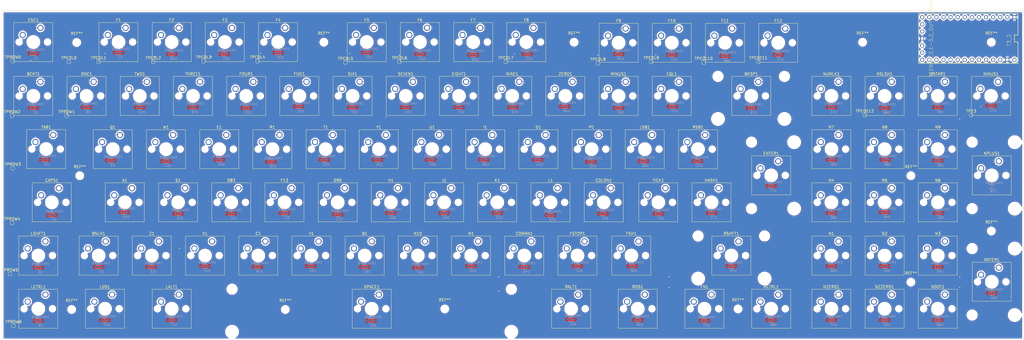
<source format=kicad_pcb>
(kicad_pcb (version 20171130) (host pcbnew "(5.1.4)-1")
  (layers (0 Top signal) (31 Bottom signal) (34 B.Paste user) (35 F.Paste user) (36 B.SilkS user) (37 F.SilkS user) (38 B.Mask user) (39 F.Mask user) (44 Edge.Cuts user))
  (net 0 "")
  (net 1 GND)
  (net 2 /ROW4)
  (net 3 /N$9)
  (net 4 /N$60)
  (net 5 /ROW6)
  (net 6 /N$2)
  (net 7 /N$75)
  (net 8 /ROW5)
  (net 9 /N$10)
  (net 10 /N$27)
  (net 11 /N$4)
  (net 12 /N$50)
  (net 13 /N$45)
  (net 14 /N$1)
  (net 15 /COL0)
  (net 16 /N$3)
  (net 17 /N$5)
  (net 18 /N$6)
  (net 19 /N$17)
  (net 20 /COL1)
  (net 21 /N$7)
  (net 22 /N$8)
  (net 23 /N$11)
  (net 24 /N$12)
  (net 25 /N$13)
  (net 26 /N$14)
  (net 27 /COL2)
  (net 28 /N$15)
  (net 29 /N$16)
  (net 30 /N$23)
  (net 31 /N$18)
  (net 32 /N$19)
  (net 33 /N$20)
  (net 34 /COL3)
  (net 35 /N$21)
  (net 36 /N$62)
  (net 37 /COL5)
  (net 38 /N$29)
  (net 39 /N$24)
  (net 40 /N$25)
  (net 41 /N$26)
  (net 42 /N$22)
  (net 43 /COL4)
  (net 44 /N$35)
  (net 45 /N$30)
  (net 46 /N$31)
  (net 47 /N$32)
  (net 48 /N$33)
  (net 49 /N$28)
  (net 50 /COL6)
  (net 51 /N$41)
  (net 52 /N$36)
  (net 53 /N$37)
  (net 54 /N$38)
  (net 55 /N$39)
  (net 56 /COL11)
  (net 57 /N$40)
  (net 58 /COL7)
  (net 59 /N$47)
  (net 60 /N$42)
  (net 61 /N$43)
  (net 62 /N$44)
  (net 63 /N$46)
  (net 64 /COL8)
  (net 65 /N$53)
  (net 66 /N$48)
  (net 67 /N$49)
  (net 68 /N$51)
  (net 69 /N$52)
  (net 70 /N$59)
  (net 71 /COL9)
  (net 72 /N$54)
  (net 73 /N$55)
  (net 74 /N$56)
  (net 75 /N$57)
  (net 76 /N$58)
  (net 77 /N$34)
  (net 78 /N$61)
  (net 79 /N$68)
  (net 80 /N$63)
  (net 81 /N$64)
  (net 82 /N$65)
  (net 83 /N$66)
  (net 84 /N$67)
  (net 85 /COL13)
  (net 86 /COL10)
  (net 87 /N$74)
  (net 88 /N$69)
  (net 89 /N$70)
  (net 90 /N$71)
  (net 91 /N$94)
  (net 92 /N$73)
  (net 93 /N$80)
  (net 94 /N$76)
  (net 95 /N$72)
  (net 96 /N$78)
  (net 97 /N$79)
  (net 98 /N$77)
  (net 99 /N$81)
  (net 100 /N$83)
  (net 101 /N$84)
  (net 102 /N$85)
  (net 103 /N$92)
  (net 104 /COL12)
  (net 105 /N$87)
  (net 106 /N$88)
  (net 107 /N$89)
  (net 108 /N$90)
  (net 109 /N$91)
  (net 110 /N$86)
  (net 111 /N$93)
  (net 112 /ROW0)
  (net 113 /ROW1)
  (net 114 /ROW2)
  (net 115 /ROW3)
  (net 116 +5V)
  (net 117 +3V3)
  (net 118 "Net-(T3_2-PadVBAT)")
  (net 119 "Net-(T3_2-PadRESET/DAC)")
  (net 120 "Net-(T3_2-PadPGM)")
  (net 121 "Net-(T3_2-Pad16/A2)")
  (net 122 "Net-(T3_2-Pad15/A1)")
  (net 123 "Net-(T3_2-Pad14/A0)")
  (module Button_Switch_Keyboard:SW_Cherry_MX_1.75u_PCB (layer Top) (at -30.48 10.16)
    (fp_text reference CAPS1 (at -2.54 -2.794) (layer F.SilkS))
    (fp_text value CHERRY-MX)
    (pad "" np_thru_hole circle (at 2.54 5.08) (size 1.7 1.7) (drill 1.7) (layers *.Cu *.Mask))
    (pad "" np_thru_hole circle (at -7.62 5.08) (size 1.7 1.7) (drill 1.7) (layers *.Cu *.Mask))
    (pad "" np_thru_hole circle (at -2.54 5.08) (size 4 4) (drill 4) (layers *.Cu *.Mask))
    (pad SW2 thru_hole circle (at -6.35 2.54) (size 2.2 2.2) (drill 1.5) (layers *.Cu *.Mask) (net 11 /N$4))
    (pad SW1 thru_hole circle (at 0 0) (size 2.2 2.2) (drill 1.5) (layers *.Cu *.Mask) (net 2 /ROW4))
  )
  (module Button_Switch_Keyboard:SW_Cherry_MX_1.50u_PCB (layer Top) (at -32.512 -8.92048)
    (fp_text reference TAB1 (at -2.54 -2.794) (layer F.SilkS))
    (fp_text value CHERRY-MX)
    (pad "" np_thru_hole circle (at 2.54 5.08) (size 1.7 1.7) (drill 1.7) (layers *.Cu *.Mask))
    (pad "" np_thru_hole circle (at -7.62 5.08) (size 1.7 1.7) (drill 1.7) (layers *.Cu *.Mask))
    (pad "" np_thru_hole circle (at -2.54 5.08) (size 4 4) (drill 4) (layers *.Cu *.Mask))
    (pad SW2 thru_hole circle (at -6.35 2.54) (size 2.2 2.2) (drill 1.5) (layers *.Cu *.Mask) (net 16 /N$3))
    (pad SW1 thru_hole circle (at 0 0) (size 2.2 2.2) (drill 1.5) (layers *.Cu *.Mask) (net 115 /ROW3))
  )
  (module MountingHole:MountingHole_2.2mm_M2 (layer Top) (at -23 5.7)
    (fp_text reference REF** (at 0 -3.2) (layer F.SilkS))
    (fp_text value MountingHole_2.2mm_M2)
    (pad 1 np_thru_hole circle (at 0 0) (size 2.2 2.2) (drill 2.2) (layers *.Cu *.Mask))
  )
  (module MountingHole:MountingHole_2.2mm_M2 (layer Top) (at -25.9 53.6)
    (fp_text reference REF** (at 0 -3.2) (layer F.SilkS))
    (fp_text value MountingHole_2.2mm_M2)
    (pad 1 np_thru_hole circle (at 0 0) (size 2.2 2.2) (drill 2.2) (layers *.Cu *.Mask))
  )
  (module MountingHole:MountingHole_2.2mm_M2 (layer Top) (at 50.6 53.6)
    (fp_text reference REF** (at 0 -3.2) (layer F.SilkS))
    (fp_text value MountingHole_2.2mm_M2)
    (pad 1 np_thru_hole circle (at 0 0) (size 2.2 2.2) (drill 2.2) (layers *.Cu *.Mask))
  )
  (module MountingHole:MountingHole_2.2mm_M2 (layer Top) (at 107.7 53.4)
    (fp_text reference REF** (at 0 -3.2) (layer F.SilkS))
    (fp_text value MountingHole_2.2mm_M2)
    (pad 1 np_thru_hole circle (at 0 0) (size 2.2 2.2) (drill 2.2) (layers *.Cu *.Mask))
  )
  (module MountingHole:MountingHole_2.2mm_M2 (layer Top) (at 212.7 53.4)
    (fp_text reference REF** (at 0 -3.2) (layer F.SilkS))
    (fp_text value MountingHole_2.2mm_M2)
    (pad 1 np_thru_hole circle (at 0 0) (size 2.2 2.2) (drill 2.2) (layers *.Cu *.Mask))
  )
  (module MountingHole:MountingHole_2.2mm_M2 (layer Top) (at 274.6 43.8)
    (fp_text reference REF** (at 0 -3.2) (layer F.SilkS))
    (fp_text value MountingHole_2.2mm_M2)
    (pad 1 np_thru_hole circle (at 0 0) (size 2.2 2.2) (drill 2.2) (layers *.Cu *.Mask))
  )
  (module MountingHole:MountingHole_2.2mm_M2 (layer Top) (at 274.6 5.7)
    (fp_text reference REF** (at 0 -3.2) (layer F.SilkS))
    (fp_text value MountingHole_2.2mm_M2)
    (pad 1 np_thru_hole circle (at 0 0) (size 2.2 2.2) (drill 2.2) (layers *.Cu *.Mask))
  )
  (module MountingHole:MountingHole_2.2mm_M2 (layer Top) (at 303.4 25.5)
    (fp_text reference REF** (at 0 -3.2) (layer F.SilkS))
    (fp_text value MountingHole_2.2mm_M2)
    (pad 1 np_thru_hole circle (at 0 0) (size 2.2 2.2) (drill 2.2) (layers *.Cu *.Mask))
  )
  (module MountingHole:MountingHole_2.2mm_M2 (layer Top) (at 303.4 -42.1)
    (fp_text reference REF** (at 0 -3.2) (layer F.SilkS))
    (fp_text value MountingHole_2.2mm_M2)
    (pad 1 np_thru_hole circle (at 0 0) (size 2.2 2.2) (drill 2.2) (layers *.Cu *.Mask))
  )
  (module MountingHole:MountingHole_2.2mm_M2 (layer Top) (at 257.3 -42.1)
    (fp_text reference REF** (at 0 -3.2) (layer F.SilkS))
    (fp_text value MountingHole_2.2mm_M2)
    (pad 1 np_thru_hole circle (at 0 0) (size 2.2 2.2) (drill 2.2) (layers *.Cu *.Mask))
  )
  (module MountingHole:MountingHole_2.2mm_M2 (layer Top) (at 154 -42.1)
    (fp_text reference REF** (at 0 -3.2) (layer F.SilkS))
    (fp_text value MountingHole_2.2mm_M2)
    (pad 1 np_thru_hole circle (at 0 0) (size 2.2 2.2) (drill 2.2) (layers *.Cu *.Mask))
  )
  (module MountingHole:MountingHole_2.2mm_M2 (layer Top) (at 64.4 -42.1)
    (fp_text reference REF** (at 0 -3.2) (layer F.SilkS))
    (fp_text value MountingHole_2.2mm_M2)
    (pad 1 np_thru_hole circle (at 0 0) (size 2.2 2.2) (drill 2.2) (layers *.Cu *.Mask))
  )
  (module MountingHole:MountingHole_2.2mm_M2 (layer Top) (at -24.1 -42)
    (fp_text reference REF** (at 0 -3.2) (layer F.SilkS))
    (fp_text value MountingHole_2.2mm_M2)
    (pad 1 np_thru_hole circle (at 0 0) (size 2.2 2.2) (drill 2.2) (layers *.Cu *.Mask))
  )
  (module kicad:TEENSY_3_AND_LC_SERIES_BOARDS_V1.4_TEENSY_3.0-3.2&LC_OUTER_ROW (layer Top) (at 295.148 -43.434 270)
    (fp_text reference T3_2 (at 0.635 -14.605 90) (layer F.SilkS) (effects (font (size 1.27 1.27) (thickness 0.1016))))
    (fp_text value TEENSY_3.1-3.2_OUTER_ROW (at 0 13.335 90) (layer F.SilkS) (effects (font (size 1.27 1.27) (thickness 0.1016))))
    (pad 0 thru_hole circle (at -7.62 -13.97 270) (size 1.4732 1.4732) (drill 0.9652) (layers *.Cu *.Paste *.Mask) (net 15 /COL0))
    (pad 1 thru_hole circle (at -7.62 -11.43 270) (size 1.4732 1.4732) (drill 0.9652) (layers *.Cu *.Paste *.Mask) (net 20 /COL1))
    (pad 2 thru_hole circle (at -7.62 -8.89 270) (size 1.4732 1.4732) (drill 0.9652) (layers *.Cu *.Paste *.Mask) (net 27 /COL2))
    (pad 3 thru_hole circle (at -7.62 -6.35 270) (size 1.4732 1.4732) (drill 0.9652) (layers *.Cu *.Paste *.Mask) (net 34 /COL3))
    (pad 3.3V thru_hole circle (at 7.62 -11.43 270) (size 1.4732 1.4732) (drill 0.9652) (layers *.Cu *.Paste *.Mask) (net 117 +3V3))
    (pad 3.3V1 thru_hole circle (at -2.54 16.51 270) (size 1.4732 1.4732) (drill 0.9652) (layers *.Cu *.Paste *.Mask) (net 117 +3V3))
    (pad 4 thru_hole circle (at -7.62 -3.81 270) (size 1.4732 1.4732) (drill 0.9652) (layers *.Cu *.Paste *.Mask) (net 43 /COL4))
    (pad 5 thru_hole circle (at -7.62 -1.27 270) (size 1.4732 1.4732) (drill 0.9652) (layers *.Cu *.Paste *.Mask) (net 37 /COL5))
    (pad 6 thru_hole circle (at -7.62 1.27 270) (size 1.4732 1.4732) (drill 0.9652) (layers *.Cu *.Paste *.Mask) (net 50 /COL6))
    (pad 7 thru_hole circle (at -7.62 3.81 270) (size 1.4732 1.4732) (drill 0.9652) (layers *.Cu *.Paste *.Mask) (net 58 /COL7))
    (pad 8 thru_hole circle (at -7.62 6.35 270) (size 1.4732 1.4732) (drill 0.9652) (layers *.Cu *.Paste *.Mask) (net 64 /COL8))
    (pad 9 thru_hole circle (at -7.62 8.89 270) (size 1.4732 1.4732) (drill 0.9652) (layers *.Cu *.Paste *.Mask) (net 71 /COL9))
    (pad 10 thru_hole circle (at -7.62 11.43 270) (size 1.4732 1.4732) (drill 0.9652) (layers *.Cu *.Paste *.Mask) (net 86 /COL10))
    (pad 11 thru_hole circle (at -7.62 13.97 270) (size 1.4732 1.4732) (drill 0.9652) (layers *.Cu *.Paste *.Mask) (net 56 /COL11))
    (pad 12 thru_hole circle (at -7.62 16.51 270) (size 1.4732 1.4732) (drill 0.9652) (layers *.Cu *.Paste *.Mask) (net 104 /COL12))
    (pad 13 thru_hole circle (at 7.62 16.51 270) (size 1.4732 1.4732) (drill 0.9652) (layers *.Cu *.Paste *.Mask) (net 85 /COL13))
    (pad 14/A0 thru_hole circle (at 7.62 13.97 270) (size 1.4732 1.4732) (drill 0.9652) (layers *.Cu *.Paste *.Mask) (net 123 "Net-(T3_2-Pad14/A0)"))
    (pad 15/A1 thru_hole circle (at 7.62 11.43 270) (size 1.4732 1.4732) (drill 0.9652) (layers *.Cu *.Paste *.Mask) (net 122 "Net-(T3_2-Pad15/A1)"))
    (pad 16/A2 thru_hole circle (at 7.62 8.89 270) (size 1.4732 1.4732) (drill 0.9652) (layers *.Cu *.Paste *.Mask) (net 121 "Net-(T3_2-Pad16/A2)"))
    (pad 17/A3 thru_hole circle (at 7.62 6.35 270) (size 1.4732 1.4732) (drill 0.9652) (layers *.Cu *.Paste *.Mask) (net 112 /ROW0))
    (pad 18/A4 thru_hole circle (at 7.62 3.81 270) (size 1.4732 1.4732) (drill 0.9652) (layers *.Cu *.Paste *.Mask) (net 113 /ROW1))
    (pad 19/A5 thru_hole circle (at 7.62 1.27 270) (size 1.4732 1.4732) (drill 0.9652) (layers *.Cu *.Paste *.Mask) (net 114 /ROW2))
    (pad 20/A6 thru_hole circle (at 7.62 -1.27 270) (size 1.4732 1.4732) (drill 0.9652) (layers *.Cu *.Paste *.Mask) (net 115 /ROW3))
    (pad 21/A7 thru_hole circle (at 7.62 -3.81 270) (size 1.4732 1.4732) (drill 0.9652) (layers *.Cu *.Paste *.Mask) (net 2 /ROW4))
    (pad 22/A8 thru_hole circle (at 7.62 -6.35 270) (size 1.4732 1.4732) (drill 0.9652) (layers *.Cu *.Paste *.Mask) (net 8 /ROW5))
    (pad 23/A9 thru_hole circle (at 7.62 -8.89 270) (size 1.4732 1.4732) (drill 0.9652) (layers *.Cu *.Paste *.Mask) (net 5 /ROW6))
    (pad AGND thru_hole circle (at 7.62 -13.97 270) (size 1.4732 1.4732) (drill 0.9652) (layers *.Cu *.Paste *.Mask) (net 1 GND))
    (pad GND thru_hole circle (at -7.62 -16.51 270) (size 1.4732 1.4732) (drill 0.9652) (layers *.Cu *.Paste *.Mask) (net 1 GND))
    (pad GND1 thru_hole circle (at 0 16.51 270) (size 1.4732 1.4732) (drill 0.9652) (layers *.Cu *.Paste *.Mask) (net 1 GND))
    (pad PGM thru_hole circle (at 2.54 16.51 270) (size 1.4732 1.4732) (drill 0.9652) (layers *.Cu *.Paste *.Mask) (net 120 "Net-(T3_2-PadPGM)"))
    (pad RESET/DAC thru_hole circle (at 5.08 16.51 270) (size 1.4732 1.4732) (drill 0.9652) (layers *.Cu *.Paste *.Mask) (net 119 "Net-(T3_2-PadRESET/DAC)"))
    (pad VBAT thru_hole circle (at -5.08 16.51 270) (size 1.4732 1.4732) (drill 0.9652) (layers *.Cu *.Paste *.Mask) (net 118 "Net-(T3_2-PadVBAT)"))
    (pad VIN thru_hole circle (at 7.62 -16.51 270) (size 1.4732 1.4732) (drill 0.9652) (layers *.Cu *.Paste *.Mask) (net 116 +5V))
  )
  (module TestPoint:TestPoint_Pad_D1.0mm (layer Top) (at -46.736 59.436)
    (fp_text reference TPROW6 (at 0 -1.448) (layer F.SilkS))
    (fp_text value TestPoint)
    (pad 1 smd circle (at 0 0) (size 1 1) (layers Top F.Mask) (net 5 /ROW6))
  )
  (module TestPoint:TestPoint_Pad_D1.0mm (layer Top) (at -48.006 40.894)
    (fp_text reference TPROW5 (at 0 -1.448) (layer F.SilkS))
    (fp_text value TestPoint)
    (pad 1 smd circle (at 0 0) (size 1 1) (layers Top F.Mask) (net 8 /ROW5))
  )
  (module TestPoint:TestPoint_Pad_D1.0mm (layer Top) (at -47.244 22.606)
    (fp_text reference TPROW4 (at 0 -1.448) (layer F.SilkS))
    (fp_text value TestPoint)
    (pad 1 smd circle (at 0 0) (size 1 1) (layers Top F.Mask) (net 2 /ROW4))
  )
  (module TestPoint:TestPoint_Pad_D1.0mm (layer Top) (at -46.99 3.048)
    (fp_text reference TPROW3 (at 0 -1.448) (layer F.SilkS))
    (fp_text value TestPoint)
    (pad 1 smd circle (at 0 0) (size 1 1) (layers Top F.Mask) (net 115 /ROW3))
  )
  (module TestPoint:TestPoint_Pad_D1.0mm (layer Top) (at -47.244 -15.748)
    (fp_text reference TPROW2 (at 0 -1.448) (layer F.SilkS))
    (fp_text value TestPoint)
    (pad 1 smd circle (at 0 0) (size 1 1) (layers Top F.Mask) (net 114 /ROW2))
  )
  (module TestPoint:TestPoint_Pad_D1.0mm (layer Top) (at -27.686 -15.748)
    (fp_text reference TPROW1 (at 0 -1.448) (layer F.SilkS))
    (fp_text value TestPoint)
    (pad 1 smd circle (at 0 0) (size 1 1) (layers Top F.Mask) (net 113 /ROW1))
  )
  (module TestPoint:TestPoint_Pad_D1.0mm (layer Top) (at -46.99 -35.306)
    (fp_text reference TPROW0 (at 0 -1.448) (layer F.SilkS))
    (fp_text value TestPoint)
    (pad 1 smd circle (at 0 0) (size 1 1) (layers Top F.Mask) (net 112 /ROW0))
  )
  (module TestPoint:TestPoint_Pad_D1.0mm (layer Top) (at 258.064 -16.002)
    (fp_text reference TPCOL12 (at 0 -1.448) (layer F.SilkS))
    (fp_text value TestPoint)
    (pad 1 smd circle (at 0 0) (size 1 1) (layers Top F.Mask) (net 104 /COL12))
  )
  (module TestPoint:TestPoint_Pad_D1.0mm (layer Top) (at 219.964 -35.052)
    (fp_text reference TPCOL11 (at 0 -1.448) (layer F.SilkS))
    (fp_text value TestPoint)
    (pad 1 smd circle (at 0 0) (size 1 1) (layers Top F.Mask) (net 56 /COL11))
  )
  (module TestPoint:TestPoint_Pad_D1.0mm (layer Top) (at 200.406 -34.798)
    (fp_text reference TPCOL10 (at 0 -1.448) (layer F.SilkS))
    (fp_text value TestPoint)
    (pad 1 smd circle (at 0 0) (size 1 1) (layers Top F.Mask) (net 86 /COL10))
  )
  (module TestPoint:TestPoint_Pad_D1.0mm (layer Top) (at 181.61 -35.052)
    (fp_text reference TPCOL9 (at 0 -1.448) (layer F.SilkS))
    (fp_text value TestPoint)
    (pad 1 smd circle (at 0 0) (size 1 1) (layers Top F.Mask) (net 71 /COL9))
  )
  (module TestPoint:TestPoint_Pad_D1.0mm (layer Top) (at 162.56 -34.544)
    (fp_text reference TPCOL8 (at 0 -1.448) (layer F.SilkS))
    (fp_text value TestPoint)
    (pad 1 smd circle (at 0 0) (size 1 1) (layers Top F.Mask) (net 64 /COL8))
  )
  (module TestPoint:TestPoint_Pad_D1.0mm (layer Top) (at 129.54 -35.052)
    (fp_text reference TPCOL7 (at 0 -1.448) (layer F.SilkS))
    (fp_text value TestPoint)
    (pad 1 smd circle (at 0 0) (size 1 1) (layers Top F.Mask) (net 58 /COL7))
  )
  (module TestPoint:TestPoint_Pad_D1.0mm (layer Top) (at 91.44 -35.052)
    (fp_text reference TPCOL6 (at 0 -1.448) (layer F.SilkS))
    (fp_text value TestPoint)
    (pad 1 smd circle (at 0 0) (size 1 1) (layers Top F.Mask) (net 50 /COL6))
  )
  (module TestPoint:TestPoint_Pad_D1.0mm (layer Top) (at 72.136 -34.798)
    (fp_text reference TPCOL5 (at 0 -1.448) (layer F.SilkS))
    (fp_text value TestPoint)
    (pad 1 smd circle (at 0 0) (size 1 1) (layers Top F.Mask) (net 37 /COL5))
  )
  (module TestPoint:TestPoint_Pad_D1.0mm (layer Top) (at 40.64 -35.306)
    (fp_text reference TPCOL4 (at 0 -1.448) (layer F.SilkS))
    (fp_text value TestPoint)
    (pad 1 smd circle (at 0 0) (size 1 1) (layers Top F.Mask) (net 43 /COL4))
  )
  (module TestPoint:TestPoint_Pad_D1.0mm (layer Top) (at 21.336 -35.306)
    (fp_text reference TPCOL3 (at 0 -1.448) (layer F.SilkS))
    (fp_text value TestPoint)
    (pad 1 smd circle (at 0 0) (size 1 1) (layers Top F.Mask) (net 34 /COL3))
  )
  (module TestPoint:TestPoint_Pad_D1.0mm (layer Top) (at 3.302 -35.052)
    (fp_text reference TPCOL2 (at 0 -1.448) (layer F.SilkS))
    (fp_text value TestPoint)
    (pad 1 smd circle (at 0 0) (size 1 1) (layers Top F.Mask) (net 27 /COL2))
  )
  (module TestPoint:TestPoint_Pad_D1.0mm (layer Top) (at -16.256 -35.052)
    (fp_text reference TPCOL1 (at 0 -1.448) (layer F.SilkS))
    (fp_text value TestPoint)
    (pad 1 smd circle (at 0 0) (size 1 1) (layers Top F.Mask) (net 20 /COL1))
  )
  (module TestPoint:TestPoint_Pad_D1.0mm (layer Top) (at -26.924 -35.052)
    (fp_text reference TPCOL0 (at 0 -1.448) (layer F.SilkS))
    (fp_text value TestPoint)
    (pad 1 smd circle (at 0 0) (size 1 1) (layers Top F.Mask) (net 15 /COL0))
  )
  (module TestPoint:TestPoint_Pad_D1.0mm (layer Top) (at 296.164 -16.002)
    (fp_text reference TP13 (at 0 -1.448) (layer F.SilkS))
    (fp_text value TestPoint)
    (pad 1 smd circle (at 0 0) (size 1 1) (layers Top F.Mask) (net 85 /COL13))
  )
  (module Button_Switch_Keyboard:SW_Cherry_MX_2.00u_PCB (layer Top) (at 219.964 -27.94)
    (fp_text reference BKSP1 (at -2.54 -2.794) (layer F.SilkS))
    (fp_text value CHERRY-MX)
    (pad "" np_thru_hole circle (at 9.36 -1.92) (size 3.05 3.05) (drill 3.05) (layers *.Cu *.Mask))
    (pad "" np_thru_hole circle (at -14.44 -1.92) (size 3.05 3.05) (drill 3.05) (layers *.Cu *.Mask))
    (pad "" np_thru_hole circle (at -14.44 13.32) (size 4 4) (drill 4) (layers *.Cu *.Mask))
    (pad "" np_thru_hole circle (at 9.36 13.32) (size 4 4) (drill 4) (layers *.Cu *.Mask))
    (pad "" np_thru_hole circle (at 2.54 5.08) (size 1.7 1.7) (drill 1.7) (layers *.Cu *.Mask))
    (pad "" np_thru_hole circle (at -7.62 5.08) (size 1.7 1.7) (drill 1.7) (layers *.Cu *.Mask))
    (pad "" np_thru_hole circle (at -2.54 5.08) (size 4 4) (drill 4) (layers *.Cu *.Mask))
    (pad SW2 thru_hole circle (at -6.35 2.54) (size 2.2 2.2) (drill 1.5) (layers *.Cu *.Mask) (net 7 /N$75))
    (pad SW1 thru_hole circle (at 0 0) (size 2.2 2.2) (drill 1.5) (layers *.Cu *.Mask) (net 113 /ROW1))
  )
  (module Button_Switch_Keyboard:SW_Cherry_MX_2.75u_PCB (layer Top) (at 212.852 29.21)
    (fp_text reference RSHFT1 (at -2.54 -2.794) (layer F.SilkS))
    (fp_text value CHERRY-MX)
    (pad "" np_thru_hole circle (at 9.36 -1.92) (size 3.05 3.05) (drill 3.05) (layers *.Cu *.Mask))
    (pad "" np_thru_hole circle (at -14.44 -1.92) (size 3.05 3.05) (drill 3.05) (layers *.Cu *.Mask))
    (pad "" np_thru_hole circle (at -14.44 13.32) (size 4 4) (drill 4) (layers *.Cu *.Mask))
    (pad "" np_thru_hole circle (at 9.36 13.32) (size 4 4) (drill 4) (layers *.Cu *.Mask))
    (pad "" np_thru_hole circle (at 2.54 5.08) (size 1.7 1.7) (drill 1.7) (layers *.Cu *.Mask))
    (pad "" np_thru_hole circle (at -7.62 5.08) (size 1.7 1.7) (drill 1.7) (layers *.Cu *.Mask))
    (pad "" np_thru_hole circle (at -2.54 5.08) (size 4 4) (drill 4) (layers *.Cu *.Mask))
    (pad SW2 thru_hole circle (at -6.35 2.54) (size 2.2 2.2) (drill 1.5) (layers *.Cu *.Mask) (net 96 /N$78))
    (pad SW1 thru_hole circle (at 0 0) (size 2.2 2.2) (drill 1.5) (layers *.Cu *.Mask) (net 8 /ROW5))
  )
  (module Button_Switch_Keyboard:SW_Cherry_MX_2.00u_Vertical_PCB (layer Top) (at 306.07 0.508)
    (fp_text reference NPLUS1 (at -2.54 -2.794) (layer F.SilkS))
    (fp_text value CHERRY-MX)
    (pad "" np_thru_hole circle (at -9.54 -6.82) (size 3.05 3.05) (drill 3.05) (layers *.Cu *.Mask))
    (pad "" np_thru_hole circle (at -9.54 16.98) (size 3.05 3.05) (drill 3.05) (layers *.Cu *.Mask))
    (pad "" np_thru_hole circle (at 5.7 16.98) (size 4 4) (drill 4) (layers *.Cu *.Mask))
    (pad "" np_thru_hole circle (at 5.7 -6.82) (size 4 4) (drill 4) (layers *.Cu *.Mask))
    (pad "" np_thru_hole circle (at 2.54 5.08) (size 1.7 1.7) (drill 1.7) (layers *.Cu *.Mask))
    (pad "" np_thru_hole circle (at -7.62 5.08) (size 1.7 1.7) (drill 1.7) (layers *.Cu *.Mask))
    (pad "" np_thru_hole circle (at -2.54 5.08) (size 4 4) (drill 4) (layers *.Cu *.Mask))
    (pad SW2 thru_hole circle (at -6.35 2.54) (size 2.2 2.2) (drill 1.5) (layers *.Cu *.Mask) (net 95 /N$72))
    (pad SW1 thru_hole circle (at 0 0) (size 2.2 2.2) (drill 1.5) (layers *.Cu *.Mask) (net 113 /ROW1))
  )
  (module Button_Switch_Keyboard:SW_Cherry_MX_2.00u_Vertical_PCB (layer Top) (at 306.07 38.608)
    (fp_text reference NNTER1 (at -2.54 -2.794) (layer F.SilkS))
    (fp_text value CHERRY-MX)
    (pad "" np_thru_hole circle (at -9.54 -6.82) (size 3.05 3.05) (drill 3.05) (layers *.Cu *.Mask))
    (pad "" np_thru_hole circle (at -9.54 16.98) (size 3.05 3.05) (drill 3.05) (layers *.Cu *.Mask))
    (pad "" np_thru_hole circle (at 5.7 16.98) (size 4 4) (drill 4) (layers *.Cu *.Mask))
    (pad "" np_thru_hole circle (at 5.7 -6.82) (size 4 4) (drill 4) (layers *.Cu *.Mask))
    (pad "" np_thru_hole circle (at 2.54 5.08) (size 1.7 1.7) (drill 1.7) (layers *.Cu *.Mask))
    (pad "" np_thru_hole circle (at -7.62 5.08) (size 1.7 1.7) (drill 1.7) (layers *.Cu *.Mask))
    (pad "" np_thru_hole circle (at -2.54 5.08) (size 4 4) (drill 4) (layers *.Cu *.Mask))
    (pad SW2 thru_hole circle (at -6.35 2.54) (size 2.2 2.2) (drill 1.5) (layers *.Cu *.Mask) (net 111 /N$93))
    (pad SW1 thru_hole circle (at 0 0) (size 2.2 2.2) (drill 1.5) (layers *.Cu *.Mask) (net 8 /ROW5))
  )
  (module Button_Switch_Keyboard:SW_Cherry_MX_1.00u_PCB (layer Top) (at 105.664 -8.89)
    (fp_text reference U1 (at -2.54 -2.794) (layer F.SilkS))
    (fp_text value CHERRY-MX)
    (pad "" np_thru_hole circle (at 2.54 5.08) (size 1.7 1.7) (drill 1.7) (layers *.Cu *.Mask))
    (pad "" np_thru_hole circle (at -7.62 5.08) (size 1.7 1.7) (drill 1.7) (layers *.Cu *.Mask))
    (pad "" np_thru_hole circle (at -2.54 5.08) (size 4 4) (drill 4) (layers *.Cu *.Mask))
    (pad SW2 thru_hole circle (at -6.35 2.54) (size 2.2 2.2) (drill 1.5) (layers *.Cu *.Mask) (net 81 /N$64))
    (pad SW1 thru_hole circle (at 0 0) (size 2.2 2.2) (drill 1.5) (layers *.Cu *.Mask) (net 115 /ROW3))
  )
  (module Button_Switch_Keyboard:SW_Cherry_MX_1.00u_PCB (layer Top) (at 14.732 10.16)
    (fp_text reference S1 (at -2.54 -2.794) (layer F.SilkS))
    (fp_text value CHERRY-MX)
    (pad "" np_thru_hole circle (at 2.54 5.08) (size 1.7 1.7) (drill 1.7) (layers *.Cu *.Mask))
    (pad "" np_thru_hole circle (at -7.62 5.08) (size 1.7 1.7) (drill 1.7) (layers *.Cu *.Mask))
    (pad "" np_thru_hole circle (at -2.54 5.08) (size 4 4) (drill 4) (layers *.Cu *.Mask))
    (pad SW2 thru_hole circle (at -6.35 2.54) (size 2.2 2.2) (drill 1.5) (layers *.Cu *.Mask) (net 26 /N$14))
    (pad SW1 thru_hole circle (at 0 0) (size 2.2 2.2) (drill 1.5) (layers *.Cu *.Mask) (net 115 /ROW3))
  )
  (module Button_Switch_Keyboard:SW_Cherry_MX_1.00u_PCB (layer Top) (at 153.416 -27.94)
    (fp_text reference ZERO1 (at -2.54 -2.794) (layer F.SilkS))
    (fp_text value CHERRY-MX)
    (pad "" np_thru_hole circle (at 2.54 5.08) (size 1.7 1.7) (drill 1.7) (layers *.Cu *.Mask))
    (pad "" np_thru_hole circle (at -7.62 5.08) (size 1.7 1.7) (drill 1.7) (layers *.Cu *.Mask))
    (pad "" np_thru_hole circle (at -2.54 5.08) (size 4 4) (drill 4) (layers *.Cu *.Mask))
    (pad SW2 thru_hole circle (at -6.35 2.54) (size 2.2 2.2) (drill 1.5) (layers *.Cu *.Mask) (net 66 /N$48))
    (pad SW1 thru_hole circle (at 0 0) (size 2.2 2.2) (drill 1.5) (layers *.Cu *.Mask) (net 113 /ROW1))
  )
  (module Button_Switch_Keyboard:SW_Cherry_MX_1.00u_PCB (layer Top) (at 5.334 29.21)
    (fp_text reference Z1 (at -2.54 -2.794) (layer F.SilkS))
    (fp_text value CHERRY-MX)
    (pad "" np_thru_hole circle (at 2.54 5.08) (size 1.7 1.7) (drill 1.7) (layers *.Cu *.Mask))
    (pad "" np_thru_hole circle (at -7.62 5.08) (size 1.7 1.7) (drill 1.7) (layers *.Cu *.Mask))
    (pad "" np_thru_hole circle (at -2.54 5.08) (size 4 4) (drill 4) (layers *.Cu *.Mask))
    (pad SW2 thru_hole circle (at -6.35 2.54) (size 2.2 2.2) (drill 1.5) (layers *.Cu *.Mask) (net 28 /N$15))
    (pad SW1 thru_hole circle (at 0 0) (size 2.2 2.2) (drill 1.5) (layers *.Cu *.Mask) (net 2 /ROW4))
  )
  (module Button_Switch_Keyboard:SW_Cherry_MX_1.00u_PCB (layer Top) (at 86.614 -8.89)
    (fp_text reference Y1 (at -2.54 -2.794) (layer F.SilkS))
    (fp_text value CHERRY-MX)
    (pad "" np_thru_hole circle (at 2.54 5.08) (size 1.7 1.7) (drill 1.7) (layers *.Cu *.Mask))
    (pad "" np_thru_hole circle (at -7.62 5.08) (size 1.7 1.7) (drill 1.7) (layers *.Cu *.Mask))
    (pad "" np_thru_hole circle (at -2.54 5.08) (size 4 4) (drill 4) (layers *.Cu *.Mask))
    (pad SW2 thru_hole circle (at -6.35 2.54) (size 2.2 2.2) (drill 1.5) (layers *.Cu *.Mask) (net 49 /N$28))
    (pad SW1 thru_hole circle (at 0 0) (size 2.2 2.2) (drill 1.5) (layers *.Cu *.Mask) (net 114 /ROW2))
  )
  (module Button_Switch_Keyboard:SW_Cherry_MX_1.00u_PCB (layer Top) (at 24.384 29.21)
    (fp_text reference X1 (at -2.54 -2.794) (layer F.SilkS))
    (fp_text value CHERRY-MX)
    (pad "" np_thru_hole circle (at 2.54 5.08) (size 1.7 1.7) (drill 1.7) (layers *.Cu *.Mask))
    (pad "" np_thru_hole circle (at -7.62 5.08) (size 1.7 1.7) (drill 1.7) (layers *.Cu *.Mask))
    (pad "" np_thru_hole circle (at -2.54 5.08) (size 4 4) (drill 4) (layers *.Cu *.Mask))
    (pad SW2 thru_hole circle (at -6.35 2.54) (size 2.2 2.2) (drill 1.5) (layers *.Cu *.Mask) (net 35 /N$21))
    (pad SW1 thru_hole circle (at 0 0) (size 2.2 2.2) (drill 1.5) (layers *.Cu *.Mask) (net 8 /ROW5))
  )
  (module Button_Switch_Keyboard:SW_Cherry_MX_1.00u_PCB (layer Top) (at 10.414 -8.89)
    (fp_text reference W1 (at -2.54 -2.794) (layer F.SilkS))
    (fp_text value CHERRY-MX)
    (pad "" np_thru_hole circle (at 2.54 5.08) (size 1.7 1.7) (drill 1.7) (layers *.Cu *.Mask))
    (pad "" np_thru_hole circle (at -7.62 5.08) (size 1.7 1.7) (drill 1.7) (layers *.Cu *.Mask))
    (pad "" np_thru_hole circle (at -2.54 5.08) (size 4 4) (drill 4) (layers *.Cu *.Mask))
    (pad SW2 thru_hole circle (at -6.35 2.54) (size 2.2 2.2) (drill 1.5) (layers *.Cu *.Mask) (net 25 /N$13))
    (pad SW1 thru_hole circle (at 0 0) (size 2.2 2.2) (drill 1.5) (layers *.Cu *.Mask) (net 114 /ROW2))
  )
  (module Button_Switch_Keyboard:SW_Cherry_MX_1.00u_PCB (layer Top) (at 62.484 29.21)
    (fp_text reference V1 (at -2.54 -2.794) (layer F.SilkS))
    (fp_text value CHERRY-MX)
    (pad "" np_thru_hole circle (at 2.54 5.08) (size 1.7 1.7) (drill 1.7) (layers *.Cu *.Mask))
    (pad "" np_thru_hole circle (at -7.62 5.08) (size 1.7 1.7) (drill 1.7) (layers *.Cu *.Mask))
    (pad "" np_thru_hole circle (at -2.54 5.08) (size 4 4) (drill 4) (layers *.Cu *.Mask))
    (pad SW2 thru_hole circle (at -6.35 2.54) (size 2.2 2.2) (drill 1.5) (layers *.Cu *.Mask) (net 48 /N$33))
    (pad SW1 thru_hole circle (at 0 0) (size 2.2 2.2) (drill 1.5) (layers *.Cu *.Mask) (net 8 /ROW5))
  )
  (module Button_Switch_Keyboard:SW_Cherry_MX_1.00u_PCB (layer Top) (at 1.016 -27.94)
    (fp_text reference TWO1 (at -2.54 -2.794) (layer F.SilkS))
    (fp_text value CHERRY-MX)
    (pad "" np_thru_hole circle (at 2.54 5.08) (size 1.7 1.7) (drill 1.7) (layers *.Cu *.Mask))
    (pad "" np_thru_hole circle (at -7.62 5.08) (size 1.7 1.7) (drill 1.7) (layers *.Cu *.Mask))
    (pad "" np_thru_hole circle (at -2.54 5.08) (size 4 4) (drill 4) (layers *.Cu *.Mask))
    (pad SW2 thru_hole circle (at -6.35 2.54) (size 2.2 2.2) (drill 1.5) (layers *.Cu *.Mask) (net 24 /N$12))
    (pad SW1 thru_hole circle (at 0 0) (size 2.2 2.2) (drill 1.5) (layers *.Cu *.Mask) (net 113 /ROW1))
  )
  (module Button_Switch_Keyboard:SW_Cherry_MX_1.00u_PCB (layer Top) (at 186.69 10.16)
    (fp_text reference TICK1 (at -2.54 -2.794) (layer F.SilkS))
    (fp_text value CHERRY-MX)
    (pad "" np_thru_hole circle (at 2.54 5.08) (size 1.7 1.7) (drill 1.7) (layers *.Cu *.Mask))
    (pad "" np_thru_hole circle (at -7.62 5.08) (size 1.7 1.7) (drill 1.7) (layers *.Cu *.Mask))
    (pad "" np_thru_hole circle (at -2.54 5.08) (size 4 4) (drill 4) (layers *.Cu *.Mask))
    (pad SW2 thru_hole circle (at -6.35 2.54) (size 2.2 2.2) (drill 1.5) (layers *.Cu *.Mask) (net 74 /N$56))
    (pad SW1 thru_hole circle (at 0 0) (size 2.2 2.2) (drill 1.5) (layers *.Cu *.Mask) (net 115 /ROW3))
  )
  (module Button_Switch_Keyboard:SW_Cherry_MX_1.00u_PCB (layer Top) (at 20.066 -27.94)
    (fp_text reference THREE1 (at -2.54 -2.794) (layer F.SilkS))
    (fp_text value CHERRY-MX)
    (pad "" np_thru_hole circle (at 2.54 5.08) (size 1.7 1.7) (drill 1.7) (layers *.Cu *.Mask))
    (pad "" np_thru_hole circle (at -7.62 5.08) (size 1.7 1.7) (drill 1.7) (layers *.Cu *.Mask))
    (pad "" np_thru_hole circle (at -2.54 5.08) (size 4 4) (drill 4) (layers *.Cu *.Mask))
    (pad SW2 thru_hole circle (at -6.35 2.54) (size 2.2 2.2) (drill 1.5) (layers *.Cu *.Mask) (net 31 /N$18))
    (pad SW1 thru_hole circle (at 0 0) (size 2.2 2.2) (drill 1.5) (layers *.Cu *.Mask) (net 113 /ROW1))
  )
  (module Button_Switch_Keyboard:SW_Cherry_MX_1.00u_PCB (layer Top) (at 67.564 -8.89)
    (fp_text reference T1 (at -2.54 -2.794) (layer F.SilkS))
    (fp_text value CHERRY-MX)
    (pad "" np_thru_hole circle (at 2.54 5.08) (size 1.7 1.7) (drill 1.7) (layers *.Cu *.Mask))
    (pad "" np_thru_hole circle (at -7.62 5.08) (size 1.7 1.7) (drill 1.7) (layers *.Cu *.Mask))
    (pad "" np_thru_hole circle (at -2.54 5.08) (size 4 4) (drill 4) (layers *.Cu *.Mask))
    (pad SW2 thru_hole circle (at -6.35 2.54) (size 2.2 2.2) (drill 1.5) (layers *.Cu *.Mask) (net 46 /N$31))
    (pad SW1 thru_hole circle (at 0 0) (size 2.2 2.2) (drill 1.5) (layers *.Cu *.Mask) (net 115 /ROW3))
  )
  (module Button_Switch_Keyboard:SW_Cherry_MX_6.25u_PCB (layer Top) (at 84.074 48.26)
    (fp_text reference SPACE1 (at -2.54 -2.794) (layer F.SilkS))
    (fp_text value CHERRY-MX)
    (pad "" np_thru_hole circle (at 47.46 -1.92) (size 3.05 3.05) (drill 3.05) (layers *.Cu *.Mask))
    (pad "" np_thru_hole circle (at -52.54 -1.92) (size 3.05 3.05) (drill 3.05) (layers *.Cu *.Mask))
    (pad "" np_thru_hole circle (at -52.54 13.32) (size 4 4) (drill 4) (layers *.Cu *.Mask))
    (pad "" np_thru_hole circle (at 47.46 13.32) (size 4 4) (drill 4) (layers *.Cu *.Mask))
    (pad "" np_thru_hole circle (at 2.54 5.08) (size 1.7 1.7) (drill 1.7) (layers *.Cu *.Mask))
    (pad "" np_thru_hole circle (at -7.62 5.08) (size 1.7 1.7) (drill 1.7) (layers *.Cu *.Mask))
    (pad "" np_thru_hole circle (at -2.54 5.08) (size 4 4) (drill 4) (layers *.Cu *.Mask))
    (pad SW2 thru_hole circle (at -6.35 2.54) (size 2.2 2.2) (drill 1.5) (layers *.Cu *.Mask) (net 78 /N$61))
    (pad SW1 thru_hole circle (at 0 0) (size 2.2 2.2) (drill 1.5) (layers *.Cu *.Mask) (net 5 /ROW6))
  )
  (module Button_Switch_Keyboard:SW_Cherry_MX_1.00u_PCB (layer Top) (at 77.216 -27.94)
    (fp_text reference SIX1 (at -2.54 -2.794) (layer F.SilkS))
    (fp_text value CHERRY-MX)
    (pad "" np_thru_hole circle (at 2.54 5.08) (size 1.7 1.7) (drill 1.7) (layers *.Cu *.Mask))
    (pad "" np_thru_hole circle (at -7.62 5.08) (size 1.7 1.7) (drill 1.7) (layers *.Cu *.Mask))
    (pad "" np_thru_hole circle (at -2.54 5.08) (size 4 4) (drill 4) (layers *.Cu *.Mask))
    (pad SW2 thru_hole circle (at -6.35 2.54) (size 2.2 2.2) (drill 1.5) (layers *.Cu *.Mask) (net 42 /N$22))
    (pad SW1 thru_hole circle (at 0 0) (size 2.2 2.2) (drill 1.5) (layers *.Cu *.Mask) (net 114 /ROW2))
  )
  (module Button_Switch_Keyboard:SW_Cherry_MX_1.00u_PCB (layer Top) (at 96.266 -27.94)
    (fp_text reference SEVEN1 (at -2.54 -2.794) (layer F.SilkS))
    (fp_text value CHERRY-MX)
    (pad "" np_thru_hole circle (at 2.54 5.08) (size 1.7 1.7) (drill 1.7) (layers *.Cu *.Mask))
    (pad "" np_thru_hole circle (at -7.62 5.08) (size 1.7 1.7) (drill 1.7) (layers *.Cu *.Mask))
    (pad "" np_thru_hole circle (at -2.54 5.08) (size 4 4) (drill 4) (layers *.Cu *.Mask))
    (pad SW2 thru_hole circle (at -6.35 2.54) (size 2.2 2.2) (drill 1.5) (layers *.Cu *.Mask) (net 80 /N$63))
    (pad SW1 thru_hole circle (at 0 0) (size 2.2 2.2) (drill 1.5) (layers *.Cu *.Mask) (net 113 /ROW1))
  )
  (module Button_Switch_Keyboard:SW_Cherry_MX_1.00u_PCB (layer Top) (at 200.914 -8.89)
    (fp_text reference RSB1 (at -2.54 -2.794) (layer F.SilkS))
    (fp_text value CHERRY-MX)
    (pad "" np_thru_hole circle (at 2.54 5.08) (size 1.7 1.7) (drill 1.7) (layers *.Cu *.Mask))
    (pad "" np_thru_hole circle (at -7.62 5.08) (size 1.7 1.7) (drill 1.7) (layers *.Cu *.Mask))
    (pad "" np_thru_hole circle (at -2.54 5.08) (size 4 4) (drill 4) (layers *.Cu *.Mask))
    (pad SW2 thru_hole circle (at -6.35 2.54) (size 2.2 2.2) (drill 1.5) (layers *.Cu *.Mask) (net 89 /N$70))
    (pad SW1 thru_hole circle (at 0 0) (size 2.2 2.2) (drill 1.5) (layers *.Cu *.Mask) (net 114 /ROW2))
  )
  (module Button_Switch_Keyboard:SW_Cherry_MX_1.25u_PCB (layer Top) (at 179.324 48.26)
    (fp_text reference ROS1 (at -2.54 -2.794) (layer F.SilkS))
    (fp_text value CHERRY-MX)
    (pad "" np_thru_hole circle (at 2.54 5.08) (size 1.7 1.7) (drill 1.7) (layers *.Cu *.Mask))
    (pad "" np_thru_hole circle (at -7.62 5.08) (size 1.7 1.7) (drill 1.7) (layers *.Cu *.Mask))
    (pad "" np_thru_hole circle (at -2.54 5.08) (size 4 4) (drill 4) (layers *.Cu *.Mask))
    (pad SW2 thru_hole circle (at -6.35 2.54) (size 2.2 2.2) (drill 1.5) (layers *.Cu *.Mask) (net 76 /N$58))
    (pad SW1 thru_hole circle (at 0 0) (size 2.2 2.2) (drill 1.5) (layers *.Cu *.Mask) (net 8 /ROW5))
  )
  (module Button_Switch_Keyboard:SW_Cherry_MX_1.25u_PCB (layer Top) (at 227.076 48.26)
    (fp_text reference RCTRL1 (at -2.54 -2.794) (layer F.SilkS))
    (fp_text value CHERRY-MX)
    (pad "" np_thru_hole circle (at 2.54 5.08) (size 1.7 1.7) (drill 1.7) (layers *.Cu *.Mask))
    (pad "" np_thru_hole circle (at -7.62 5.08) (size 1.7 1.7) (drill 1.7) (layers *.Cu *.Mask))
    (pad "" np_thru_hole circle (at -2.54 5.08) (size 4 4) (drill 4) (layers *.Cu *.Mask))
    (pad SW2 thru_hole circle (at -6.35 2.54) (size 2.2 2.2) (drill 1.5) (layers *.Cu *.Mask) (net 97 /N$79))
    (pad SW1 thru_hole circle (at 0 0) (size 2.2 2.2) (drill 1.5) (layers *.Cu *.Mask) (net 5 /ROW6))
  )
  (module Button_Switch_Keyboard:SW_Cherry_MX_1.25u_PCB (layer Top) (at 155.448 48.26)
    (fp_text reference RALT1 (at -2.54 -2.794) (layer F.SilkS))
    (fp_text value CHERRY-MX)
    (pad "" np_thru_hole circle (at 2.54 5.08) (size 1.7 1.7) (drill 1.7) (layers *.Cu *.Mask))
    (pad "" np_thru_hole circle (at -7.62 5.08) (size 1.7 1.7) (drill 1.7) (layers *.Cu *.Mask))
    (pad "" np_thru_hole circle (at -2.54 5.08) (size 4 4) (drill 4) (layers *.Cu *.Mask))
    (pad SW2 thru_hole circle (at -6.35 2.54) (size 2.2 2.2) (drill 1.5) (layers *.Cu *.Mask) (net 69 /N$52))
    (pad SW1 thru_hole circle (at 0 0) (size 2.2 2.2) (drill 1.5) (layers *.Cu *.Mask) (net 8 /ROW5))
  )
  (module Button_Switch_Keyboard:SW_Cherry_MX_1.00u_PCB (layer Top) (at 48.514 -8.89)
    (fp_text reference R1 (at -2.54 -2.794) (layer F.SilkS))
    (fp_text value CHERRY-MX)
    (pad "" np_thru_hole circle (at 2.54 5.08) (size 1.7 1.7) (drill 1.7) (layers *.Cu *.Mask))
    (pad "" np_thru_hole circle (at -7.62 5.08) (size 1.7 1.7) (drill 1.7) (layers *.Cu *.Mask))
    (pad "" np_thru_hole circle (at -2.54 5.08) (size 4 4) (drill 4) (layers *.Cu *.Mask))
    (pad SW2 thru_hole circle (at -6.35 2.54) (size 2.2 2.2) (drill 1.5) (layers *.Cu *.Mask) (net 40 /N$25))
    (pad SW1 thru_hole circle (at 0 0) (size 2.2 2.2) (drill 1.5) (layers *.Cu *.Mask) (net 114 /ROW2))
  )
  (module Button_Switch_Keyboard:SW_Cherry_MX_1.00u_PCB (layer Top) (at -8.636 -8.89)
    (fp_text reference Q1 (at -2.54 -2.794) (layer F.SilkS))
    (fp_text value CHERRY-MX)
    (pad "" np_thru_hole circle (at 2.54 5.08) (size 1.7 1.7) (drill 1.7) (layers *.Cu *.Mask))
    (pad "" np_thru_hole circle (at -7.62 5.08) (size 1.7 1.7) (drill 1.7) (layers *.Cu *.Mask))
    (pad "" np_thru_hole circle (at -2.54 5.08) (size 4 4) (drill 4) (layers *.Cu *.Mask))
    (pad SW2 thru_hole circle (at -6.35 2.54) (size 2.2 2.2) (drill 1.5) (layers *.Cu *.Mask) (net 22 /N$8))
    (pad SW1 thru_hole circle (at 0 0) (size 2.2 2.2) (drill 1.5) (layers *.Cu *.Mask) (net 115 /ROW3))
  )
  (module Button_Switch_Keyboard:SW_Cherry_MX_1.00u_PCB (layer Top) (at 162.814 -8.89)
    (fp_text reference P1 (at -2.54 -2.794) (layer F.SilkS))
    (fp_text value CHERRY-MX)
    (pad "" np_thru_hole circle (at 2.54 5.08) (size 1.7 1.7) (drill 1.7) (layers *.Cu *.Mask))
    (pad "" np_thru_hole circle (at -7.62 5.08) (size 1.7 1.7) (drill 1.7) (layers *.Cu *.Mask))
    (pad "" np_thru_hole circle (at -2.54 5.08) (size 4 4) (drill 4) (layers *.Cu *.Mask))
    (pad SW2 thru_hole circle (at -6.35 2.54) (size 2.2 2.2) (drill 1.5) (layers *.Cu *.Mask) (net 67 /N$49))
    (pad SW1 thru_hole circle (at 0 0) (size 2.2 2.2) (drill 1.5) (layers *.Cu *.Mask) (net 114 /ROW2))
  )
  (module Button_Switch_Keyboard:SW_Cherry_MX_1.00u_PCB (layer Top) (at -18.034 -27.94)
    (fp_text reference ONE1 (at -2.54 -2.794) (layer F.SilkS))
    (fp_text value CHERRY-MX)
    (pad "" np_thru_hole circle (at 2.54 5.08) (size 1.7 1.7) (drill 1.7) (layers *.Cu *.Mask))
    (pad "" np_thru_hole circle (at -7.62 5.08) (size 1.7 1.7) (drill 1.7) (layers *.Cu *.Mask))
    (pad "" np_thru_hole circle (at -2.54 5.08) (size 4 4) (drill 4) (layers *.Cu *.Mask))
    (pad SW2 thru_hole circle (at -6.35 2.54) (size 2.2 2.2) (drill 1.5) (layers *.Cu *.Mask) (net 21 /N$7))
    (pad SW1 thru_hole circle (at 0 0) (size 2.2 2.2) (drill 1.5) (layers *.Cu *.Mask) (net 113 /ROW1))
  )
  (module Button_Switch_Keyboard:SW_Cherry_MX_1.00u_PCB (layer Top) (at 143.764 -8.89)
    (fp_text reference O1 (at -2.54 -2.794) (layer F.SilkS))
    (fp_text value CHERRY-MX)
    (pad "" np_thru_hole circle (at 2.54 5.08) (size 1.7 1.7) (drill 1.7) (layers *.Cu *.Mask))
    (pad "" np_thru_hole circle (at -7.62 5.08) (size 1.7 1.7) (drill 1.7) (layers *.Cu *.Mask))
    (pad "" np_thru_hole circle (at -2.54 5.08) (size 4 4) (drill 4) (layers *.Cu *.Mask))
    (pad SW2 thru_hole circle (at -6.35 2.54) (size 2.2 2.2) (drill 1.5) (layers *.Cu *.Mask) (net 61 /N$43))
    (pad SW1 thru_hole circle (at 0 0) (size 2.2 2.2) (drill 1.5) (layers *.Cu *.Mask) (net 114 /ROW2))
  )
  (module Button_Switch_Keyboard:SW_Cherry_MX_1.00u_PCB (layer Top) (at 267.716 48.26)
    (fp_text reference NZZERO1 (at -2.54 -2.794) (layer F.SilkS))
    (fp_text value CHERRY-MX)
    (pad "" np_thru_hole circle (at 2.54 5.08) (size 1.7 1.7) (drill 1.7) (layers *.Cu *.Mask))
    (pad "" np_thru_hole circle (at -7.62 5.08) (size 1.7 1.7) (drill 1.7) (layers *.Cu *.Mask))
    (pad "" np_thru_hole circle (at -2.54 5.08) (size 4 4) (drill 4) (layers *.Cu *.Mask))
    (pad SW2 thru_hole circle (at -6.35 2.54) (size 2.2 2.2) (drill 1.5) (layers *.Cu *.Mask) (net 109 /N$91))
    (pad SW1 thru_hole circle (at 0 0) (size 2.2 2.2) (drill 1.5) (layers *.Cu *.Mask) (net 8 /ROW5))
  )
  (module Button_Switch_Keyboard:SW_Cherry_MX_1.00u_PCB (layer Top) (at 248.666 48.26)
    (fp_text reference NZERO1 (at -2.54 -2.794) (layer F.SilkS))
    (fp_text value CHERRY-MX)
    (pad "" np_thru_hole circle (at 2.54 5.08) (size 1.7 1.7) (drill 1.7) (layers *.Cu *.Mask))
    (pad "" np_thru_hole circle (at -7.62 5.08) (size 1.7 1.7) (drill 1.7) (layers *.Cu *.Mask))
    (pad "" np_thru_hole circle (at -2.54 5.08) (size 4 4) (drill 4) (layers *.Cu *.Mask))
    (pad SW2 thru_hole circle (at -6.35 2.54) (size 2.2 2.2) (drill 1.5) (layers *.Cu *.Mask) (net 63 /N$46))
    (pad SW1 thru_hole circle (at 0 0) (size 2.2 2.2) (drill 1.5) (layers *.Cu *.Mask) (net 5 /ROW6))
  )
  (module Button_Switch_Keyboard:SW_Cherry_MX_1.00u_PCB (layer Top) (at 248.666 -27.94)
    (fp_text reference NUMLK1 (at -2.54 -2.794) (layer F.SilkS))
    (fp_text value CHERRY-MX)
    (pad "" np_thru_hole circle (at 2.54 5.08) (size 1.7 1.7) (drill 1.7) (layers *.Cu *.Mask))
    (pad "" np_thru_hole circle (at -7.62 5.08) (size 1.7 1.7) (drill 1.7) (layers *.Cu *.Mask))
    (pad "" np_thru_hole circle (at -2.54 5.08) (size 4 4) (drill 4) (layers *.Cu *.Mask))
    (pad SW2 thru_hole circle (at -6.35 2.54) (size 2.2 2.2) (drill 1.5) (layers *.Cu *.Mask) (net 57 /N$40))
    (pad SW1 thru_hole circle (at 0 0) (size 2.2 2.2) (drill 1.5) (layers *.Cu *.Mask) (net 114 /ROW2))
  )
  (module Button_Switch_Keyboard:SW_Cherry_MX_1.00u_PCB (layer Top) (at 286.766 -27.94)
    (fp_text reference NSTAR1 (at -2.54 -2.794) (layer F.SilkS))
    (fp_text value CHERRY-MX)
    (pad "" np_thru_hole circle (at 2.54 5.08) (size 1.7 1.7) (drill 1.7) (layers *.Cu *.Mask))
    (pad "" np_thru_hole circle (at -7.62 5.08) (size 1.7 1.7) (drill 1.7) (layers *.Cu *.Mask))
    (pad "" np_thru_hole circle (at -2.54 5.08) (size 4 4) (drill 4) (layers *.Cu *.Mask))
    (pad SW2 thru_hole circle (at -6.35 2.54) (size 2.2 2.2) (drill 1.5) (layers *.Cu *.Mask) (net 103 /N$92))
    (pad SW1 thru_hole circle (at 0 0) (size 2.2 2.2) (drill 1.5) (layers *.Cu *.Mask) (net 112 /ROW0))
  )
  (module Button_Switch_Keyboard:SW_Cherry_MX_1.00u_PCB (layer Top) (at 267.716 -27.94)
    (fp_text reference NSLSH1 (at -2.54 -2.794) (layer F.SilkS))
    (fp_text value CHERRY-MX)
    (pad "" np_thru_hole circle (at 2.54 5.08) (size 1.7 1.7) (drill 1.7) (layers *.Cu *.Mask))
    (pad "" np_thru_hole circle (at -7.62 5.08) (size 1.7 1.7) (drill 1.7) (layers *.Cu *.Mask))
    (pad "" np_thru_hole circle (at -2.54 5.08) (size 4 4) (drill 4) (layers *.Cu *.Mask))
    (pad SW2 thru_hole circle (at -6.35 2.54) (size 2.2 2.2) (drill 1.5) (layers *.Cu *.Mask) (net 105 /N$87))
    (pad SW1 thru_hole circle (at 0 0) (size 2.2 2.2) (drill 1.5) (layers *.Cu *.Mask) (net 113 /ROW1))
  )
  (module Button_Switch_Keyboard:SW_Cherry_MX_1.00u_PCB (layer Top) (at 305.816 -27.94)
    (fp_text reference NINUS1 (at -2.54 -2.794) (layer F.SilkS))
    (fp_text value CHERRY-MX)
    (pad "" np_thru_hole circle (at 2.54 5.08) (size 1.7 1.7) (drill 1.7) (layers *.Cu *.Mask))
    (pad "" np_thru_hole circle (at -7.62 5.08) (size 1.7 1.7) (drill 1.7) (layers *.Cu *.Mask))
    (pad "" np_thru_hole circle (at -2.54 5.08) (size 4 4) (drill 4) (layers *.Cu *.Mask))
    (pad SW2 thru_hole circle (at -6.35 2.54) (size 2.2 2.2) (drill 1.5) (layers *.Cu *.Mask) (net 91 /N$94))
    (pad SW1 thru_hole circle (at 0 0) (size 2.2 2.2) (drill 1.5) (layers *.Cu *.Mask) (net 112 /ROW0))
  )
  (module Button_Switch_Keyboard:SW_Cherry_MX_1.00u_PCB (layer Top) (at 134.366 -27.94)
    (fp_text reference NINE1 (at -2.54 -2.794) (layer F.SilkS))
    (fp_text value CHERRY-MX)
    (pad "" np_thru_hole circle (at 2.54 5.08) (size 1.7 1.7) (drill 1.7) (layers *.Cu *.Mask))
    (pad "" np_thru_hole circle (at -7.62 5.08) (size 1.7 1.7) (drill 1.7) (layers *.Cu *.Mask))
    (pad "" np_thru_hole circle (at -2.54 5.08) (size 4 4) (drill 4) (layers *.Cu *.Mask))
    (pad SW2 thru_hole circle (at -6.35 2.54) (size 2.2 2.2) (drill 1.5) (layers *.Cu *.Mask) (net 60 /N$42))
    (pad SW1 thru_hole circle (at 0 0) (size 2.2 2.2) (drill 1.5) (layers *.Cu *.Mask) (net 113 /ROW1))
  )
  (module Button_Switch_Keyboard:SW_Cherry_MX_1.00u_PCB (layer Top) (at 286.766 48.26)
    (fp_text reference NDOT1 (at -2.54 -2.794) (layer F.SilkS))
    (fp_text value CHERRY-MX)
    (pad "" np_thru_hole circle (at 2.54 5.08) (size 1.7 1.7) (drill 1.7) (layers *.Cu *.Mask))
    (pad "" np_thru_hole circle (at -7.62 5.08) (size 1.7 1.7) (drill 1.7) (layers *.Cu *.Mask))
    (pad "" np_thru_hole circle (at -2.54 5.08) (size 4 4) (drill 4) (layers *.Cu *.Mask))
    (pad SW2 thru_hole circle (at -6.35 2.54) (size 2.2 2.2) (drill 1.5) (layers *.Cu *.Mask) (net 84 /N$67))
    (pad SW1 thru_hole circle (at 0 0) (size 2.2 2.2) (drill 1.5) (layers *.Cu *.Mask) (net 5 /ROW6))
  )
  (module Button_Switch_Keyboard:SW_Cherry_MX_1.00u_PCB (layer Top) (at 100.584 29.21)
    (fp_text reference N10 (at -2.54 -2.794) (layer F.SilkS))
    (fp_text value CHERRY-MX)
    (pad "" np_thru_hole circle (at 2.54 5.08) (size 1.7 1.7) (drill 1.7) (layers *.Cu *.Mask))
    (pad "" np_thru_hole circle (at -7.62 5.08) (size 1.7 1.7) (drill 1.7) (layers *.Cu *.Mask))
    (pad "" np_thru_hole circle (at -2.54 5.08) (size 4 4) (drill 4) (layers *.Cu *.Mask))
    (pad SW2 thru_hole circle (at -6.35 2.54) (size 2.2 2.2) (drill 1.5) (layers *.Cu *.Mask) (net 83 /N$66))
    (pad SW1 thru_hole circle (at 0 0) (size 2.2 2.2) (drill 1.5) (layers *.Cu *.Mask) (net 5 /ROW6))
  )
  (module Button_Switch_Keyboard:SW_Cherry_MX_1.00u_PCB (layer Top) (at 286.766 -8.89)
    (fp_text reference N9 (at -2.54 -2.794) (layer F.SilkS))
    (fp_text value CHERRY-MX)
    (pad "" np_thru_hole circle (at 2.54 5.08) (size 1.7 1.7) (drill 1.7) (layers *.Cu *.Mask))
    (pad "" np_thru_hole circle (at -7.62 5.08) (size 1.7 1.7) (drill 1.7) (layers *.Cu *.Mask))
    (pad "" np_thru_hole circle (at -2.54 5.08) (size 4 4) (drill 4) (layers *.Cu *.Mask))
    (pad SW2 thru_hole circle (at -6.35 2.54) (size 2.2 2.2) (drill 1.5) (layers *.Cu *.Mask) (net 98 /N$77))
    (pad SW1 thru_hole circle (at 0 0) (size 2.2 2.2) (drill 1.5) (layers *.Cu *.Mask) (net 114 /ROW2))
  )
  (module Button_Switch_Keyboard:SW_Cherry_MX_1.00u_PCB (layer Top) (at 267.716 -8.89)
    (fp_text reference N8 (at -2.54 -2.794) (layer F.SilkS))
    (fp_text value CHERRY-MX)
    (pad "" np_thru_hole circle (at 2.54 5.08) (size 1.7 1.7) (drill 1.7) (layers *.Cu *.Mask))
    (pad "" np_thru_hole circle (at -7.62 5.08) (size 1.7 1.7) (drill 1.7) (layers *.Cu *.Mask))
    (pad "" np_thru_hole circle (at -2.54 5.08) (size 4 4) (drill 4) (layers *.Cu *.Mask))
    (pad SW2 thru_hole circle (at -6.35 2.54) (size 2.2 2.2) (drill 1.5) (layers *.Cu *.Mask) (net 106 /N$88))
    (pad SW1 thru_hole circle (at 0 0) (size 2.2 2.2) (drill 1.5) (layers *.Cu *.Mask) (net 114 /ROW2))
  )
  (module Button_Switch_Keyboard:SW_Cherry_MX_1.00u_PCB (layer Top) (at 248.666 -8.89)
    (fp_text reference N7 (at -2.54 -2.794) (layer F.SilkS))
    (fp_text value CHERRY-MX)
    (pad "" np_thru_hole circle (at 2.54 5.08) (size 1.7 1.7) (drill 1.7) (layers *.Cu *.Mask))
    (pad "" np_thru_hole circle (at -7.62 5.08) (size 1.7 1.7) (drill 1.7) (layers *.Cu *.Mask))
    (pad "" np_thru_hole circle (at -2.54 5.08) (size 4 4) (drill 4) (layers *.Cu *.Mask))
    (pad SW2 thru_hole circle (at -6.35 2.54) (size 2.2 2.2) (drill 1.5) (layers *.Cu *.Mask) (net 100 /N$83))
    (pad SW1 thru_hole circle (at 0 0) (size 2.2 2.2) (drill 1.5) (layers *.Cu *.Mask) (net 115 /ROW3))
  )
  (module Button_Switch_Keyboard:SW_Cherry_MX_1.00u_PCB (layer Top) (at 286.766 10.16)
    (fp_text reference N6 (at -2.54 -2.794) (layer F.SilkS))
    (fp_text value CHERRY-MX)
    (pad "" np_thru_hole circle (at 2.54 5.08) (size 1.7 1.7) (drill 1.7) (layers *.Cu *.Mask))
    (pad "" np_thru_hole circle (at -7.62 5.08) (size 1.7 1.7) (drill 1.7) (layers *.Cu *.Mask))
    (pad "" np_thru_hole circle (at -2.54 5.08) (size 4 4) (drill 4) (layers *.Cu *.Mask))
    (pad SW2 thru_hole circle (at -6.35 2.54) (size 2.2 2.2) (drill 1.5) (layers *.Cu *.Mask) (net 99 /N$81))
    (pad SW1 thru_hole circle (at 0 0) (size 2.2 2.2) (drill 1.5) (layers *.Cu *.Mask) (net 115 /ROW3))
  )
  (module Button_Switch_Keyboard:SW_Cherry_MX_1.00u_PCB (layer Top) (at 267.716 10.16)
    (fp_text reference N5 (at -2.54 -2.794) (layer F.SilkS))
    (fp_text value CHERRY-MX)
    (pad "" np_thru_hole circle (at 2.54 5.08) (size 1.7 1.7) (drill 1.7) (layers *.Cu *.Mask))
    (pad "" np_thru_hole circle (at -7.62 5.08) (size 1.7 1.7) (drill 1.7) (layers *.Cu *.Mask))
    (pad "" np_thru_hole circle (at -2.54 5.08) (size 4 4) (drill 4) (layers *.Cu *.Mask))
    (pad SW2 thru_hole circle (at -6.35 2.54) (size 2.2 2.2) (drill 1.5) (layers *.Cu *.Mask) (net 107 /N$89))
    (pad SW1 thru_hole circle (at 0 0) (size 2.2 2.2) (drill 1.5) (layers *.Cu *.Mask) (net 115 /ROW3))
  )
  (module Button_Switch_Keyboard:SW_Cherry_MX_1.00u_PCB (layer Top) (at 248.666 10.16)
    (fp_text reference N4 (at -2.54 -2.794) (layer F.SilkS))
    (fp_text value CHERRY-MX)
    (pad "" np_thru_hole circle (at 2.54 5.08) (size 1.7 1.7) (drill 1.7) (layers *.Cu *.Mask))
    (pad "" np_thru_hole circle (at -7.62 5.08) (size 1.7 1.7) (drill 1.7) (layers *.Cu *.Mask))
    (pad "" np_thru_hole circle (at -2.54 5.08) (size 4 4) (drill 4) (layers *.Cu *.Mask))
    (pad SW2 thru_hole circle (at -6.35 2.54) (size 2.2 2.2) (drill 1.5) (layers *.Cu *.Mask) (net 101 /N$84))
    (pad SW1 thru_hole circle (at 0 0) (size 2.2 2.2) (drill 1.5) (layers *.Cu *.Mask) (net 2 /ROW4))
  )
  (module Button_Switch_Keyboard:SW_Cherry_MX_1.00u_PCB (layer Top) (at 286.766 29.21)
    (fp_text reference N3 (at -2.54 -2.794) (layer F.SilkS))
    (fp_text value CHERRY-MX)
    (pad "" np_thru_hole circle (at 2.54 5.08) (size 1.7 1.7) (drill 1.7) (layers *.Cu *.Mask))
    (pad "" np_thru_hole circle (at -7.62 5.08) (size 1.7 1.7) (drill 1.7) (layers *.Cu *.Mask))
    (pad "" np_thru_hole circle (at -2.54 5.08) (size 4 4) (drill 4) (layers *.Cu *.Mask))
    (pad SW2 thru_hole circle (at -6.35 2.54) (size 2.2 2.2) (drill 1.5) (layers *.Cu *.Mask) (net 110 /N$86))
    (pad SW1 thru_hole circle (at 0 0) (size 2.2 2.2) (drill 1.5) (layers *.Cu *.Mask) (net 2 /ROW4))
  )
  (module Button_Switch_Keyboard:SW_Cherry_MX_1.00u_PCB (layer Top) (at 267.716 29.21)
    (fp_text reference N2 (at -2.54 -2.794) (layer F.SilkS))
    (fp_text value CHERRY-MX)
    (pad "" np_thru_hole circle (at 2.54 5.08) (size 1.7 1.7) (drill 1.7) (layers *.Cu *.Mask))
    (pad "" np_thru_hole circle (at -7.62 5.08) (size 1.7 1.7) (drill 1.7) (layers *.Cu *.Mask))
    (pad "" np_thru_hole circle (at -2.54 5.08) (size 4 4) (drill 4) (layers *.Cu *.Mask))
    (pad SW2 thru_hole circle (at -6.35 2.54) (size 2.2 2.2) (drill 1.5) (layers *.Cu *.Mask) (net 108 /N$90))
    (pad SW1 thru_hole circle (at 0 0) (size 2.2 2.2) (drill 1.5) (layers *.Cu *.Mask) (net 2 /ROW4))
  )
  (module Button_Switch_Keyboard:SW_Cherry_MX_1.00u_PCB (layer Top) (at 248.666 29.21)
    (fp_text reference N1 (at -2.54 -2.794) (layer F.SilkS))
    (fp_text value CHERRY-MX)
    (pad "" np_thru_hole circle (at 2.54 5.08) (size 1.7 1.7) (drill 1.7) (layers *.Cu *.Mask))
    (pad "" np_thru_hole circle (at -7.62 5.08) (size 1.7 1.7) (drill 1.7) (layers *.Cu *.Mask))
    (pad "" np_thru_hole circle (at -2.54 5.08) (size 4 4) (drill 4) (layers *.Cu *.Mask))
    (pad SW2 thru_hole circle (at -6.35 2.54) (size 2.2 2.2) (drill 1.5) (layers *.Cu *.Mask) (net 102 /N$85))
    (pad SW1 thru_hole circle (at 0 0) (size 2.2 2.2) (drill 1.5) (layers *.Cu *.Mask) (net 8 /ROW5))
  )
  (module Button_Switch_Keyboard:SW_Cherry_MX_1.00u_PCB (layer Top) (at 172.466 -27.94)
    (fp_text reference MINUS1 (at -2.54 -2.794) (layer F.SilkS))
    (fp_text value CHERRY-MX)
    (pad "" np_thru_hole circle (at 2.54 5.08) (size 1.7 1.7) (drill 1.7) (layers *.Cu *.Mask))
    (pad "" np_thru_hole circle (at -7.62 5.08) (size 1.7 1.7) (drill 1.7) (layers *.Cu *.Mask))
    (pad "" np_thru_hole circle (at -2.54 5.08) (size 4 4) (drill 4) (layers *.Cu *.Mask))
    (pad SW2 thru_hole circle (at -6.35 2.54) (size 2.2 2.2) (drill 1.5) (layers *.Cu *.Mask) (net 72 /N$54))
    (pad SW1 thru_hole circle (at 0 0) (size 2.2 2.2) (drill 1.5) (layers *.Cu *.Mask) (net 113 /ROW1))
  )
  (module Button_Switch_Keyboard:SW_Cherry_MX_1.00u_PCB (layer Top) (at 119.634 29.21)
    (fp_text reference M1 (at -2.54 -2.794) (layer F.SilkS))
    (fp_text value CHERRY-MX)
    (pad "" np_thru_hole circle (at 2.54 5.08) (size 1.7 1.7) (drill 1.7) (layers *.Cu *.Mask))
    (pad "" np_thru_hole circle (at -7.62 5.08) (size 1.7 1.7) (drill 1.7) (layers *.Cu *.Mask))
    (pad "" np_thru_hole circle (at -2.54 5.08) (size 4 4) (drill 4) (layers *.Cu *.Mask))
    (pad SW2 thru_hole circle (at -6.35 2.54) (size 2.2 2.2) (drill 1.5) (layers *.Cu *.Mask) (net 55 /N$39))
    (pad SW1 thru_hole circle (at 0 0) (size 2.2 2.2) (drill 1.5) (layers *.Cu *.Mask) (net 8 /ROW5))
  )
  (module Button_Switch_Keyboard:SW_Cherry_MX_1.25u_PCB (layer Top) (at -35.306 29.21)
    (fp_text reference LSHFT1 (at -2.54 -2.794) (layer F.SilkS))
    (fp_text value CHERRY-MX)
    (pad "" np_thru_hole circle (at 2.54 5.08) (size 1.7 1.7) (drill 1.7) (layers *.Cu *.Mask))
    (pad "" np_thru_hole circle (at -7.62 5.08) (size 1.7 1.7) (drill 1.7) (layers *.Cu *.Mask))
    (pad "" np_thru_hole circle (at -2.54 5.08) (size 4 4) (drill 4) (layers *.Cu *.Mask))
    (pad SW2 thru_hole circle (at -6.35 2.54) (size 2.2 2.2) (drill 1.5) (layers *.Cu *.Mask) (net 17 /N$5))
    (pad SW1 thru_hole circle (at 0 0) (size 2.2 2.2) (drill 1.5) (layers *.Cu *.Mask) (net 8 /ROW5))
  )
  (module Button_Switch_Keyboard:SW_Cherry_MX_1.00u_PCB (layer Top) (at 181.864 -8.89)
    (fp_text reference LSB1 (at -2.54 -2.794) (layer F.SilkS))
    (fp_text value CHERRY-MX)
    (pad "" np_thru_hole circle (at 2.54 5.08) (size 1.7 1.7) (drill 1.7) (layers *.Cu *.Mask))
    (pad "" np_thru_hole circle (at -7.62 5.08) (size 1.7 1.7) (drill 1.7) (layers *.Cu *.Mask))
    (pad "" np_thru_hole circle (at -2.54 5.08) (size 4 4) (drill 4) (layers *.Cu *.Mask))
    (pad SW2 thru_hole circle (at -6.35 2.54) (size 2.2 2.2) (drill 1.5) (layers *.Cu *.Mask) (net 73 /N$55))
    (pad SW1 thru_hole circle (at 0 0) (size 2.2 2.2) (drill 1.5) (layers *.Cu *.Mask) (net 114 /ROW2))
  )
  (module Button_Switch_Keyboard:SW_Cherry_MX_1.25u_PCB (layer Top) (at -11.43 48.26)
    (fp_text reference LOS1 (at -2.54 -2.794) (layer F.SilkS))
    (fp_text value CHERRY-MX)
    (pad "" np_thru_hole circle (at 2.54 5.08) (size 1.7 1.7) (drill 1.7) (layers *.Cu *.Mask))
    (pad "" np_thru_hole circle (at -7.62 5.08) (size 1.7 1.7) (drill 1.7) (layers *.Cu *.Mask))
    (pad "" np_thru_hole circle (at -2.54 5.08) (size 4 4) (drill 4) (layers *.Cu *.Mask))
    (pad SW2 thru_hole circle (at -6.35 2.54) (size 2.2 2.2) (drill 1.5) (layers *.Cu *.Mask) (net 23 /N$11))
    (pad SW1 thru_hole circle (at 0 0) (size 2.2 2.2) (drill 1.5) (layers *.Cu *.Mask) (net 5 /ROW6))
  )
  (module Button_Switch_Keyboard:SW_Cherry_MX_1.25u_PCB (layer Top) (at -35.306 48.26)
    (fp_text reference LCTRL1 (at -2.54 -2.794) (layer F.SilkS))
    (fp_text value CHERRY-MX)
    (pad "" np_thru_hole circle (at 2.54 5.08) (size 1.7 1.7) (drill 1.7) (layers *.Cu *.Mask))
    (pad "" np_thru_hole circle (at -7.62 5.08) (size 1.7 1.7) (drill 1.7) (layers *.Cu *.Mask))
    (pad "" np_thru_hole circle (at -2.54 5.08) (size 4 4) (drill 4) (layers *.Cu *.Mask))
    (pad SW2 thru_hole circle (at -6.35 2.54) (size 2.2 2.2) (drill 1.5) (layers *.Cu *.Mask) (net 18 /N$6))
    (pad SW1 thru_hole circle (at 0 0) (size 2.2 2.2) (drill 1.5) (layers *.Cu *.Mask) (net 5 /ROW6))
  )
  (module Button_Switch_Keyboard:SW_Cherry_MX_1.25u_PCB (layer Top) (at 12.446 48.26)
    (fp_text reference LALT1 (at -2.54 -2.794) (layer F.SilkS))
    (fp_text value CHERRY-MX)
    (pad "" np_thru_hole circle (at 2.54 5.08) (size 1.7 1.7) (drill 1.7) (layers *.Cu *.Mask))
    (pad "" np_thru_hole circle (at -7.62 5.08) (size 1.7 1.7) (drill 1.7) (layers *.Cu *.Mask))
    (pad "" np_thru_hole circle (at -2.54 5.08) (size 4 4) (drill 4) (layers *.Cu *.Mask))
    (pad SW2 thru_hole circle (at -6.35 2.54) (size 2.2 2.2) (drill 1.5) (layers *.Cu *.Mask) (net 29 /N$16))
    (pad SW1 thru_hole circle (at 0 0) (size 2.2 2.2) (drill 1.5) (layers *.Cu *.Mask) (net 5 /ROW6))
  )
  (module Button_Switch_Keyboard:SW_Cherry_MX_1.00u_PCB (layer Top) (at 148.082 10.16)
    (fp_text reference L1 (at -2.54 -2.794) (layer F.SilkS))
    (fp_text value CHERRY-MX)
    (pad "" np_thru_hole circle (at 2.54 5.08) (size 1.7 1.7) (drill 1.7) (layers *.Cu *.Mask))
    (pad "" np_thru_hole circle (at -7.62 5.08) (size 1.7 1.7) (drill 1.7) (layers *.Cu *.Mask))
    (pad "" np_thru_hole circle (at -2.54 5.08) (size 4 4) (drill 4) (layers *.Cu *.Mask))
    (pad SW2 thru_hole circle (at -6.35 2.54) (size 2.2 2.2) (drill 1.5) (layers *.Cu *.Mask) (net 62 /N$44))
    (pad SW1 thru_hole circle (at 0 0) (size 2.2 2.2) (drill 1.5) (layers *.Cu *.Mask) (net 115 /ROW3))
  )
  (module Button_Switch_Keyboard:SW_Cherry_MX_1.00u_PCB (layer Top) (at 129.032 10.16)
    (fp_text reference K1 (at -2.54 -2.794) (layer F.SilkS))
    (fp_text value CHERRY-MX)
    (pad "" np_thru_hole circle (at 2.54 5.08) (size 1.7 1.7) (drill 1.7) (layers *.Cu *.Mask))
    (pad "" np_thru_hole circle (at -7.62 5.08) (size 1.7 1.7) (drill 1.7) (layers *.Cu *.Mask))
    (pad "" np_thru_hole circle (at -2.54 5.08) (size 4 4) (drill 4) (layers *.Cu *.Mask))
    (pad SW2 thru_hole circle (at -6.35 2.54) (size 2.2 2.2) (drill 1.5) (layers *.Cu *.Mask) (net 54 /N$38))
    (pad SW1 thru_hole circle (at 0 0) (size 2.2 2.2) (drill 1.5) (layers *.Cu *.Mask) (net 2 /ROW4))
  )
  (module Button_Switch_Keyboard:SW_Cherry_MX_1.00u_PCB (layer Top) (at 109.982 10.16)
    (fp_text reference J1 (at -2.54 -2.794) (layer F.SilkS))
    (fp_text value CHERRY-MX)
    (pad "" np_thru_hole circle (at 2.54 5.08) (size 1.7 1.7) (drill 1.7) (layers *.Cu *.Mask))
    (pad "" np_thru_hole circle (at -7.62 5.08) (size 1.7 1.7) (drill 1.7) (layers *.Cu *.Mask))
    (pad "" np_thru_hole circle (at -2.54 5.08) (size 4 4) (drill 4) (layers *.Cu *.Mask))
    (pad SW2 thru_hole circle (at -6.35 2.54) (size 2.2 2.2) (drill 1.5) (layers *.Cu *.Mask) (net 82 /N$65))
    (pad SW1 thru_hole circle (at 0 0) (size 2.2 2.2) (drill 1.5) (layers *.Cu *.Mask) (net 8 /ROW5))
  )
  (module Button_Switch_Keyboard:SW_Cherry_MX_1.00u_PCB (layer Top) (at 124.714 -8.89)
    (fp_text reference I1 (at -2.54 -2.794) (layer F.SilkS))
    (fp_text value CHERRY-MX)
    (pad "" np_thru_hole circle (at 2.54 5.08) (size 1.7 1.7) (drill 1.7) (layers *.Cu *.Mask))
    (pad "" np_thru_hole circle (at -7.62 5.08) (size 1.7 1.7) (drill 1.7) (layers *.Cu *.Mask))
    (pad "" np_thru_hole circle (at -2.54 5.08) (size 4 4) (drill 4) (layers *.Cu *.Mask))
    (pad SW2 thru_hole circle (at -6.35 2.54) (size 2.2 2.2) (drill 1.5) (layers *.Cu *.Mask) (net 53 /N$37))
    (pad SW1 thru_hole circle (at 0 0) (size 2.2 2.2) (drill 1.5) (layers *.Cu *.Mask) (net 115 /ROW3))
  )
  (module Button_Switch_Keyboard:SW_Cherry_MX_1.00u_PCB (layer Top) (at 205.74 10.16)
    (fp_text reference HASH1 (at -2.54 -2.794) (layer F.SilkS))
    (fp_text value CHERRY-MX)
    (pad "" np_thru_hole circle (at 2.54 5.08) (size 1.7 1.7) (drill 1.7) (layers *.Cu *.Mask))
    (pad "" np_thru_hole circle (at -7.62 5.08) (size 1.7 1.7) (drill 1.7) (layers *.Cu *.Mask))
    (pad "" np_thru_hole circle (at -2.54 5.08) (size 4 4) (drill 4) (layers *.Cu *.Mask))
    (pad SW2 thru_hole circle (at -6.35 2.54) (size 2.2 2.2) (drill 1.5) (layers *.Cu *.Mask) (net 90 /N$71))
    (pad SW1 thru_hole circle (at 0 0) (size 2.2 2.2) (drill 1.5) (layers *.Cu *.Mask) (net 2 /ROW4))
  )
  (module Button_Switch_Keyboard:SW_Cherry_MX_1.00u_PCB (layer Top) (at 90.932 10.16)
    (fp_text reference H1 (at -2.54 -2.794) (layer F.SilkS))
    (fp_text value CHERRY-MX)
    (pad "" np_thru_hole circle (at 2.54 5.08) (size 1.7 1.7) (drill 1.7) (layers *.Cu *.Mask))
    (pad "" np_thru_hole circle (at -7.62 5.08) (size 1.7 1.7) (drill 1.7) (layers *.Cu *.Mask))
    (pad "" np_thru_hole circle (at -2.54 5.08) (size 4 4) (drill 4) (layers *.Cu *.Mask))
    (pad SW2 thru_hole circle (at -6.35 2.54) (size 2.2 2.2) (drill 1.5) (layers *.Cu *.Mask) (net 77 /N$34))
    (pad SW1 thru_hole circle (at 0 0) (size 2.2 2.2) (drill 1.5) (layers *.Cu *.Mask) (net 2 /ROW4))
  )
  (module Button_Switch_Keyboard:SW_Cherry_MX_1.00u_PCB (layer Top) (at 71.882 10.16)
    (fp_text reference D95 (at -2.54 -2.794) (layer F.SilkS))
    (fp_text value CHERRY-MX)
    (pad "" np_thru_hole circle (at 2.54 5.08) (size 1.7 1.7) (drill 1.7) (layers *.Cu *.Mask))
    (pad "" np_thru_hole circle (at -7.62 5.08) (size 1.7 1.7) (drill 1.7) (layers *.Cu *.Mask))
    (pad "" np_thru_hole circle (at -2.54 5.08) (size 4 4) (drill 4) (layers *.Cu *.Mask))
    (pad SW2 thru_hole circle (at -6.35 2.54) (size 2.2 2.2) (drill 1.5) (layers *.Cu *.Mask) (net 47 /N$32))
    (pad SW1 thru_hole circle (at 0 0) (size 2.2 2.2) (drill 1.5) (layers *.Cu *.Mask) (net 2 /ROW4))
  )
  (module Button_Switch_Keyboard:SW_Cherry_MX_1.00u_PCB (layer Top) (at 157.734 29.21)
    (fp_text reference FSTOP1 (at -2.54 -2.794) (layer F.SilkS))
    (fp_text value CHERRY-MX)
    (pad "" np_thru_hole circle (at 2.54 5.08) (size 1.7 1.7) (drill 1.7) (layers *.Cu *.Mask))
    (pad "" np_thru_hole circle (at -7.62 5.08) (size 1.7 1.7) (drill 1.7) (layers *.Cu *.Mask))
    (pad "" np_thru_hole circle (at -2.54 5.08) (size 4 4) (drill 4) (layers *.Cu *.Mask))
    (pad SW2 thru_hole circle (at -6.35 2.54) (size 2.2 2.2) (drill 1.5) (layers *.Cu *.Mask) (net 68 /N$51))
    (pad SW1 thru_hole circle (at 0 0) (size 2.2 2.2) (drill 1.5) (layers *.Cu *.Mask) (net 2 /ROW4))
  )
  (module Button_Switch_Keyboard:SW_Cherry_MX_1.00u_PCB (layer Top) (at 177.038 29.21)
    (fp_text reference FSH1 (at -2.54 -2.794) (layer F.SilkS))
    (fp_text value CHERRY-MX)
    (pad "" np_thru_hole circle (at 2.54 5.08) (size 1.7 1.7) (drill 1.7) (layers *.Cu *.Mask))
    (pad "" np_thru_hole circle (at -7.62 5.08) (size 1.7 1.7) (drill 1.7) (layers *.Cu *.Mask))
    (pad "" np_thru_hole circle (at -2.54 5.08) (size 4 4) (drill 4) (layers *.Cu *.Mask))
    (pad SW2 thru_hole circle (at -6.35 2.54) (size 2.2 2.2) (drill 1.5) (layers *.Cu *.Mask) (net 75 /N$57))
    (pad SW1 thru_hole circle (at 0 0) (size 2.2 2.2) (drill 1.5) (layers *.Cu *.Mask) (net 2 /ROW4))
  )
  (module Button_Switch_Keyboard:SW_Cherry_MX_1.00u_PCB (layer Top) (at 39.116 -27.94)
    (fp_text reference FOUR1 (at -2.54 -2.794) (layer F.SilkS))
    (fp_text value CHERRY-MX)
    (pad "" np_thru_hole circle (at 2.54 5.08) (size 1.7 1.7) (drill 1.7) (layers *.Cu *.Mask))
    (pad "" np_thru_hole circle (at -7.62 5.08) (size 1.7 1.7) (drill 1.7) (layers *.Cu *.Mask))
    (pad "" np_thru_hole circle (at -2.54 5.08) (size 4 4) (drill 4) (layers *.Cu *.Mask))
    (pad SW2 thru_hole circle (at -6.35 2.54) (size 2.2 2.2) (drill 1.5) (layers *.Cu *.Mask) (net 39 /N$24))
    (pad SW1 thru_hole circle (at 0 0) (size 2.2 2.2) (drill 1.5) (layers *.Cu *.Mask) (net 113 /ROW1))
  )
  (module Button_Switch_Keyboard:SW_Cherry_MX_1.25u_PCB (layer Top) (at 203.2 48.26)
    (fp_text reference FN1 (at -2.54 -2.794) (layer F.SilkS))
    (fp_text value CHERRY-MX)
    (pad "" np_thru_hole circle (at 2.54 5.08) (size 1.7 1.7) (drill 1.7) (layers *.Cu *.Mask))
    (pad "" np_thru_hole circle (at -7.62 5.08) (size 1.7 1.7) (drill 1.7) (layers *.Cu *.Mask))
    (pad "" np_thru_hole circle (at -2.54 5.08) (size 4 4) (drill 4) (layers *.Cu *.Mask))
    (pad SW2 thru_hole circle (at -6.35 2.54) (size 2.2 2.2) (drill 1.5) (layers *.Cu *.Mask) (net 92 /N$73))
    (pad SW1 thru_hole circle (at 0 0) (size 2.2 2.2) (drill 1.5) (layers *.Cu *.Mask) (net 5 /ROW6))
  )
  (module Button_Switch_Keyboard:SW_Cherry_MX_1.00u_PCB (layer Top) (at 58.166 -27.94)
    (fp_text reference FIVE1 (at -2.54 -2.794) (layer F.SilkS))
    (fp_text value CHERRY-MX)
    (pad "" np_thru_hole circle (at 2.54 5.08) (size 1.7 1.7) (drill 1.7) (layers *.Cu *.Mask))
    (pad "" np_thru_hole circle (at -7.62 5.08) (size 1.7 1.7) (drill 1.7) (layers *.Cu *.Mask))
    (pad "" np_thru_hole circle (at -2.54 5.08) (size 4 4) (drill 4) (layers *.Cu *.Mask))
    (pad SW2 thru_hole circle (at -6.35 2.54) (size 2.2 2.2) (drill 1.5) (layers *.Cu *.Mask) (net 45 /N$30))
    (pad SW1 thru_hole circle (at 0 0) (size 2.2 2.2) (drill 1.5) (layers *.Cu *.Mask) (net 113 /ROW1))
  )
  (module Button_Switch_Keyboard:SW_Cherry_MX_1.00u_PCB (layer Top) (at 52.832 10.16)
    (fp_text reference F13 (at -2.54 -2.794) (layer F.SilkS))
    (fp_text value CHERRY-MX)
    (pad "" np_thru_hole circle (at 2.54 5.08) (size 1.7 1.7) (drill 1.7) (layers *.Cu *.Mask))
    (pad "" np_thru_hole circle (at -7.62 5.08) (size 1.7 1.7) (drill 1.7) (layers *.Cu *.Mask))
    (pad "" np_thru_hole circle (at -2.54 5.08) (size 4 4) (drill 4) (layers *.Cu *.Mask))
    (pad SW2 thru_hole circle (at -6.35 2.54) (size 2.2 2.2) (drill 1.5) (layers *.Cu *.Mask) (net 41 /N$26))
    (pad SW1 thru_hole circle (at 0 0) (size 2.2 2.2) (drill 1.5) (layers *.Cu *.Mask) (net 2 /ROW4))
  )
  (module Button_Switch_Keyboard:SW_Cherry_MX_1.00u_PCB (layer Top) (at 229.616 -46.99)
    (fp_text reference F12 (at -2.54 -2.794) (layer F.SilkS))
    (fp_text value CHERRY-MX)
    (pad "" np_thru_hole circle (at 2.54 5.08) (size 1.7 1.7) (drill 1.7) (layers *.Cu *.Mask))
    (pad "" np_thru_hole circle (at -7.62 5.08) (size 1.7 1.7) (drill 1.7) (layers *.Cu *.Mask))
    (pad "" np_thru_hole circle (at -2.54 5.08) (size 4 4) (drill 4) (layers *.Cu *.Mask))
    (pad SW2 thru_hole circle (at -6.35 2.54) (size 2.2 2.2) (drill 1.5) (layers *.Cu *.Mask) (net 93 /N$80))
    (pad SW1 thru_hole circle (at 0 0) (size 2.2 2.2) (drill 1.5) (layers *.Cu *.Mask) (net 112 /ROW0))
  )
  (module Button_Switch_Keyboard:SW_Cherry_MX_1.00u_PCB (layer Top) (at 210.566 -46.99)
    (fp_text reference F11 (at -2.54 -2.794) (layer F.SilkS))
    (fp_text value CHERRY-MX)
    (pad "" np_thru_hole circle (at 2.54 5.08) (size 1.7 1.7) (drill 1.7) (layers *.Cu *.Mask))
    (pad "" np_thru_hole circle (at -7.62 5.08) (size 1.7 1.7) (drill 1.7) (layers *.Cu *.Mask))
    (pad "" np_thru_hole circle (at -2.54 5.08) (size 4 4) (drill 4) (layers *.Cu *.Mask))
    (pad SW2 thru_hole circle (at -6.35 2.54) (size 2.2 2.2) (drill 1.5) (layers *.Cu *.Mask) (net 87 /N$74))
    (pad SW1 thru_hole circle (at 0 0) (size 2.2 2.2) (drill 1.5) (layers *.Cu *.Mask) (net 112 /ROW0))
  )
  (module Button_Switch_Keyboard:SW_Cherry_MX_1.00u_PCB (layer Top) (at 191.516 -46.99)
    (fp_text reference F10 (at -2.54 -2.794) (layer F.SilkS))
    (fp_text value CHERRY-MX)
    (pad "" np_thru_hole circle (at 2.54 5.08) (size 1.7 1.7) (drill 1.7) (layers *.Cu *.Mask))
    (pad "" np_thru_hole circle (at -7.62 5.08) (size 1.7 1.7) (drill 1.7) (layers *.Cu *.Mask))
    (pad "" np_thru_hole circle (at -2.54 5.08) (size 4 4) (drill 4) (layers *.Cu *.Mask))
    (pad SW2 thru_hole circle (at -6.35 2.54) (size 2.2 2.2) (drill 1.5) (layers *.Cu *.Mask) (net 70 /N$59))
    (pad SW1 thru_hole circle (at 0 0) (size 2.2 2.2) (drill 1.5) (layers *.Cu *.Mask) (net 112 /ROW0))
  )
  (module Button_Switch_Keyboard:SW_Cherry_MX_1.00u_PCB (layer Top) (at 172.466 -46.99)
    (fp_text reference F9 (at -2.54 -2.794) (layer F.SilkS))
    (fp_text value CHERRY-MX)
    (pad "" np_thru_hole circle (at 2.54 5.08) (size 1.7 1.7) (drill 1.7) (layers *.Cu *.Mask))
    (pad "" np_thru_hole circle (at -7.62 5.08) (size 1.7 1.7) (drill 1.7) (layers *.Cu *.Mask))
    (pad "" np_thru_hole circle (at -2.54 5.08) (size 4 4) (drill 4) (layers *.Cu *.Mask))
    (pad SW2 thru_hole circle (at -6.35 2.54) (size 2.2 2.2) (drill 1.5) (layers *.Cu *.Mask) (net 65 /N$53))
    (pad SW1 thru_hole circle (at 0 0) (size 2.2 2.2) (drill 1.5) (layers *.Cu *.Mask) (net 112 /ROW0))
  )
  (module Button_Switch_Keyboard:SW_Cherry_MX_1.00u_PCB (layer Top) (at 139.446 -47.244)
    (fp_text reference F8 (at -2.54 -2.794) (layer F.SilkS))
    (fp_text value CHERRY-MX)
    (pad "" np_thru_hole circle (at 2.54 5.08) (size 1.7 1.7) (drill 1.7) (layers *.Cu *.Mask))
    (pad "" np_thru_hole circle (at -7.62 5.08) (size 1.7 1.7) (drill 1.7) (layers *.Cu *.Mask))
    (pad "" np_thru_hole circle (at -2.54 5.08) (size 4 4) (drill 4) (layers *.Cu *.Mask))
    (pad SW2 thru_hole circle (at -6.35 2.54) (size 2.2 2.2) (drill 1.5) (layers *.Cu *.Mask) (net 59 /N$47))
    (pad SW1 thru_hole circle (at 0 0) (size 2.2 2.2) (drill 1.5) (layers *.Cu *.Mask) (net 112 /ROW0))
  )
  (module Button_Switch_Keyboard:SW_Cherry_MX_1.00u_PCB (layer Top) (at 120.396 -47.244)
    (fp_text reference F7 (at -2.54 -2.794) (layer F.SilkS))
    (fp_text value CHERRY-MX)
    (pad "" np_thru_hole circle (at 2.54 5.08) (size 1.7 1.7) (drill 1.7) (layers *.Cu *.Mask))
    (pad "" np_thru_hole circle (at -7.62 5.08) (size 1.7 1.7) (drill 1.7) (layers *.Cu *.Mask))
    (pad "" np_thru_hole circle (at -2.54 5.08) (size 4 4) (drill 4) (layers *.Cu *.Mask))
    (pad SW2 thru_hole circle (at -6.35 2.54) (size 2.2 2.2) (drill 1.5) (layers *.Cu *.Mask) (net 51 /N$41))
    (pad SW1 thru_hole circle (at 0 0) (size 2.2 2.2) (drill 1.5) (layers *.Cu *.Mask) (net 113 /ROW1))
  )
  (module Button_Switch_Keyboard:SW_Cherry_MX_1.00u_PCB (layer Top) (at 101.346 -47.244)
    (fp_text reference F6 (at -2.54 -2.794) (layer F.SilkS))
    (fp_text value CHERRY-MX)
    (pad "" np_thru_hole circle (at 2.54 5.08) (size 1.7 1.7) (drill 1.7) (layers *.Cu *.Mask))
    (pad "" np_thru_hole circle (at -7.62 5.08) (size 1.7 1.7) (drill 1.7) (layers *.Cu *.Mask))
    (pad "" np_thru_hole circle (at -2.54 5.08) (size 4 4) (drill 4) (layers *.Cu *.Mask))
    (pad SW2 thru_hole circle (at -6.35 2.54) (size 2.2 2.2) (drill 1.5) (layers *.Cu *.Mask) (net 79 /N$68))
    (pad SW1 thru_hole circle (at 0 0) (size 2.2 2.2) (drill 1.5) (layers *.Cu *.Mask) (net 112 /ROW0))
  )
  (module Button_Switch_Keyboard:SW_Cherry_MX_1.00u_PCB (layer Top) (at 82.296 -47.244)
    (fp_text reference F5 (at -2.54 -2.794) (layer F.SilkS))
    (fp_text value CHERRY-MX)
    (pad "" np_thru_hole circle (at 2.54 5.08) (size 1.7 1.7) (drill 1.7) (layers *.Cu *.Mask))
    (pad "" np_thru_hole circle (at -7.62 5.08) (size 1.7 1.7) (drill 1.7) (layers *.Cu *.Mask))
    (pad "" np_thru_hole circle (at -2.54 5.08) (size 4 4) (drill 4) (layers *.Cu *.Mask))
    (pad SW2 thru_hole circle (at -6.35 2.54) (size 2.2 2.2) (drill 1.5) (layers *.Cu *.Mask) (net 36 /N$62))
    (pad SW1 thru_hole circle (at 0 0) (size 2.2 2.2) (drill 1.5) (layers *.Cu *.Mask) (net 112 /ROW0))
  )
  (module Button_Switch_Keyboard:SW_Cherry_MX_1.00u_PCB (layer Top) (at 50.546 -47.244)
    (fp_text reference F4 (at -2.54 -2.794) (layer F.SilkS))
    (fp_text value CHERRY-MX)
    (pad "" np_thru_hole circle (at 2.54 5.08) (size 1.7 1.7) (drill 1.7) (layers *.Cu *.Mask))
    (pad "" np_thru_hole circle (at -7.62 5.08) (size 1.7 1.7) (drill 1.7) (layers *.Cu *.Mask))
    (pad "" np_thru_hole circle (at -2.54 5.08) (size 4 4) (drill 4) (layers *.Cu *.Mask))
    (pad SW2 thru_hole circle (at -6.35 2.54) (size 2.2 2.2) (drill 1.5) (layers *.Cu *.Mask) (net 44 /N$35))
    (pad SW1 thru_hole circle (at 0 0) (size 2.2 2.2) (drill 1.5) (layers *.Cu *.Mask) (net 112 /ROW0))
  )
  (module Button_Switch_Keyboard:SW_Cherry_MX_1.00u_PCB (layer Top) (at 31.496 -47.244)
    (fp_text reference F3 (at -2.54 -2.794) (layer F.SilkS))
    (fp_text value CHERRY-MX)
    (pad "" np_thru_hole circle (at 2.54 5.08) (size 1.7 1.7) (drill 1.7) (layers *.Cu *.Mask))
    (pad "" np_thru_hole circle (at -7.62 5.08) (size 1.7 1.7) (drill 1.7) (layers *.Cu *.Mask))
    (pad "" np_thru_hole circle (at -2.54 5.08) (size 4 4) (drill 4) (layers *.Cu *.Mask))
    (pad SW2 thru_hole circle (at -6.35 2.54) (size 2.2 2.2) (drill 1.5) (layers *.Cu *.Mask) (net 38 /N$29))
    (pad SW1 thru_hole circle (at 0 0) (size 2.2 2.2) (drill 1.5) (layers *.Cu *.Mask) (net 112 /ROW0))
  )
  (module Button_Switch_Keyboard:SW_Cherry_MX_1.00u_PCB (layer Top) (at 12.446 -47.244)
    (fp_text reference F2 (at -2.54 -2.794) (layer F.SilkS))
    (fp_text value CHERRY-MX)
    (pad "" np_thru_hole circle (at 2.54 5.08) (size 1.7 1.7) (drill 1.7) (layers *.Cu *.Mask))
    (pad "" np_thru_hole circle (at -7.62 5.08) (size 1.7 1.7) (drill 1.7) (layers *.Cu *.Mask))
    (pad "" np_thru_hole circle (at -2.54 5.08) (size 4 4) (drill 4) (layers *.Cu *.Mask))
    (pad SW2 thru_hole circle (at -6.35 2.54) (size 2.2 2.2) (drill 1.5) (layers *.Cu *.Mask) (net 30 /N$23))
    (pad SW1 thru_hole circle (at 0 0) (size 2.2 2.2) (drill 1.5) (layers *.Cu *.Mask) (net 112 /ROW0))
  )
  (module Button_Switch_Keyboard:SW_Cherry_MX_1.00u_PCB (layer Top) (at -6.604 -47.244)
    (fp_text reference F1 (at -2.54 -2.794) (layer F.SilkS))
    (fp_text value CHERRY-MX)
    (pad "" np_thru_hole circle (at 2.54 5.08) (size 1.7 1.7) (drill 1.7) (layers *.Cu *.Mask))
    (pad "" np_thru_hole circle (at -7.62 5.08) (size 1.7 1.7) (drill 1.7) (layers *.Cu *.Mask))
    (pad "" np_thru_hole circle (at -2.54 5.08) (size 4 4) (drill 4) (layers *.Cu *.Mask))
    (pad SW2 thru_hole circle (at -6.35 2.54) (size 2.2 2.2) (drill 1.5) (layers *.Cu *.Mask) (net 19 /N$17))
    (pad SW1 thru_hole circle (at 0 0) (size 2.2 2.2) (drill 1.5) (layers *.Cu *.Mask) (net 112 /ROW0))
  )
  (module Button_Switch_Keyboard:SW_Cherry_MX_1.00u_PCB (layer Top) (at -37.084 -47.244)
    (fp_text reference ESC1 (at -2.54 -2.794) (layer F.SilkS))
    (fp_text value CHERRY-MX)
    (pad "" np_thru_hole circle (at 2.54 5.08) (size 1.7 1.7) (drill 1.7) (layers *.Cu *.Mask))
    (pad "" np_thru_hole circle (at -7.62 5.08) (size 1.7 1.7) (drill 1.7) (layers *.Cu *.Mask))
    (pad "" np_thru_hole circle (at -2.54 5.08) (size 4 4) (drill 4) (layers *.Cu *.Mask))
    (pad SW2 thru_hole circle (at -6.35 2.54) (size 2.2 2.2) (drill 1.5) (layers *.Cu *.Mask) (net 14 /N$1))
    (pad SW1 thru_hole circle (at 0 0) (size 2.2 2.2) (drill 1.5) (layers *.Cu *.Mask) (net 112 /ROW0))
  )
  (module Button_Switch_Keyboard:SW_Cherry_MX_1.00u_PCB (layer Top) (at 191.516 -27.94)
    (fp_text reference EQL1 (at -2.54 -2.794) (layer F.SilkS))
    (fp_text value CHERRY-MX)
    (pad "" np_thru_hole circle (at 2.54 5.08) (size 1.7 1.7) (drill 1.7) (layers *.Cu *.Mask))
    (pad "" np_thru_hole circle (at -7.62 5.08) (size 1.7 1.7) (drill 1.7) (layers *.Cu *.Mask))
    (pad "" np_thru_hole circle (at -2.54 5.08) (size 4 4) (drill 4) (layers *.Cu *.Mask))
    (pad SW2 thru_hole circle (at -6.35 2.54) (size 2.2 2.2) (drill 1.5) (layers *.Cu *.Mask) (net 88 /N$69))
    (pad SW1 thru_hole circle (at 0 0) (size 2.2 2.2) (drill 1.5) (layers *.Cu *.Mask) (net 113 /ROW1))
  )
  (module Button_Switch_Keyboard:SW_Cherry_MX_ISOEnter_PCB (layer Top) (at 227.076 0.508)
    (fp_text reference ENTER1 (at -2.54 -2.794) (layer F.SilkS))
    (fp_text value CHERRY-MX)
    (pad "" np_thru_hole circle (at -9.54 -6.82) (size 3.05 3.05) (drill 3.05) (layers *.Cu *.Mask))
    (pad "" np_thru_hole circle (at -9.54 16.98) (size 3.05 3.05) (drill 3.05) (layers *.Cu *.Mask))
    (pad "" np_thru_hole circle (at 5.7 16.98) (size 4 4) (drill 4) (layers *.Cu *.Mask))
    (pad "" np_thru_hole circle (at 5.7 -6.82) (size 4 4) (drill 4) (layers *.Cu *.Mask))
    (pad "" np_thru_hole circle (at 2.54 5.08) (size 1.7 1.7) (drill 1.7) (layers *.Cu *.Mask))
    (pad "" np_thru_hole circle (at -7.62 5.08) (size 1.7 1.7) (drill 1.7) (layers *.Cu *.Mask))
    (pad "" np_thru_hole circle (at -2.54 5.08) (size 4 4) (drill 4) (layers *.Cu *.Mask))
    (pad SW2 thru_hole circle (at -6.35 2.54) (size 2.2 2.2) (drill 1.5) (layers *.Cu *.Mask) (net 94 /N$76))
    (pad SW1 thru_hole circle (at 0 0) (size 2.2 2.2) (drill 1.5) (layers *.Cu *.Mask) (net 115 /ROW3))
  )
  (module Button_Switch_Keyboard:SW_Cherry_MX_1.00u_PCB (layer Top) (at 115.316 -27.94)
    (fp_text reference EIGHT1 (at -2.54 -2.794) (layer F.SilkS))
    (fp_text value CHERRY-MX)
    (pad "" np_thru_hole circle (at 2.54 5.08) (size 1.7 1.7) (drill 1.7) (layers *.Cu *.Mask))
    (pad "" np_thru_hole circle (at -7.62 5.08) (size 1.7 1.7) (drill 1.7) (layers *.Cu *.Mask))
    (pad "" np_thru_hole circle (at -2.54 5.08) (size 4 4) (drill 4) (layers *.Cu *.Mask))
    (pad SW2 thru_hole circle (at -6.35 2.54) (size 2.2 2.2) (drill 1.5) (layers *.Cu *.Mask) (net 52 /N$36))
    (pad SW1 thru_hole circle (at 0 0) (size 2.2 2.2) (drill 1.5) (layers *.Cu *.Mask) (net 114 /ROW2))
  )
  (module Button_Switch_Keyboard:SW_Cherry_MX_1.00u_PCB (layer Top) (at 29.464 -8.89)
    (fp_text reference E1 (at -2.54 -2.794) (layer F.SilkS))
    (fp_text value CHERRY-MX)
    (pad "" np_thru_hole circle (at 2.54 5.08) (size 1.7 1.7) (drill 1.7) (layers *.Cu *.Mask))
    (pad "" np_thru_hole circle (at -7.62 5.08) (size 1.7 1.7) (drill 1.7) (layers *.Cu *.Mask))
    (pad "" np_thru_hole circle (at -2.54 5.08) (size 4 4) (drill 4) (layers *.Cu *.Mask))
    (pad SW2 thru_hole circle (at -6.35 2.54) (size 2.2 2.2) (drill 1.5) (layers *.Cu *.Mask) (net 32 /N$19))
    (pad SW1 thru_hole circle (at 0 0) (size 2.2 2.2) (drill 1.5) (layers *.Cu *.Mask) (net 114 /ROW2))
  )
  (module Button_Switch_Keyboard:SW_Cherry_MX_1.00u_PCB (layer Top) (at 33.782 10.16)
    (fp_text reference D83 (at -2.54 -2.794) (layer F.SilkS))
    (fp_text value CHERRY-MX)
    (pad "" np_thru_hole circle (at 2.54 5.08) (size 1.7 1.7) (drill 1.7) (layers *.Cu *.Mask))
    (pad "" np_thru_hole circle (at -7.62 5.08) (size 1.7 1.7) (drill 1.7) (layers *.Cu *.Mask))
    (pad "" np_thru_hole circle (at -2.54 5.08) (size 4 4) (drill 4) (layers *.Cu *.Mask))
    (pad SW2 thru_hole circle (at -6.35 2.54) (size 2.2 2.2) (drill 1.5) (layers *.Cu *.Mask) (net 33 /N$20))
    (pad SW1 thru_hole circle (at 0 0) (size 2.2 2.2) (drill 1.5) (layers *.Cu *.Mask) (net 115 /ROW3))
  )
  (module Button_Switch_Keyboard:SW_Cherry_MX_1.00u_PCB (layer Top) (at 138.684 29.21)
    (fp_text reference COMMA1 (at -2.54 -2.794) (layer F.SilkS))
    (fp_text value CHERRY-MX)
    (pad "" np_thru_hole circle (at 2.54 5.08) (size 1.7 1.7) (drill 1.7) (layers *.Cu *.Mask))
    (pad "" np_thru_hole circle (at -7.62 5.08) (size 1.7 1.7) (drill 1.7) (layers *.Cu *.Mask))
    (pad "" np_thru_hole circle (at -2.54 5.08) (size 4 4) (drill 4) (layers *.Cu *.Mask))
    (pad SW2 thru_hole circle (at -6.35 2.54) (size 2.2 2.2) (drill 1.5) (layers *.Cu *.Mask) (net 13 /N$45))
    (pad SW1 thru_hole circle (at 0 0) (size 2.2 2.2) (drill 1.5) (layers *.Cu *.Mask) (net 2 /ROW4))
  )
  (module Button_Switch_Keyboard:SW_Cherry_MX_1.00u_PCB (layer Top) (at 167.132 10.16)
    (fp_text reference COLON1 (at -2.54 -2.794) (layer F.SilkS))
    (fp_text value CHERRY-MX)
    (pad "" np_thru_hole circle (at 2.54 5.08) (size 1.7 1.7) (drill 1.7) (layers *.Cu *.Mask))
    (pad "" np_thru_hole circle (at -7.62 5.08) (size 1.7 1.7) (drill 1.7) (layers *.Cu *.Mask))
    (pad "" np_thru_hole circle (at -2.54 5.08) (size 4 4) (drill 4) (layers *.Cu *.Mask))
    (pad SW2 thru_hole circle (at -6.35 2.54) (size 2.2 2.2) (drill 1.5) (layers *.Cu *.Mask) (net 12 /N$50))
    (pad SW1 thru_hole circle (at 0 0) (size 2.2 2.2) (drill 1.5) (layers *.Cu *.Mask) (net 115 /ROW3))
  )
  (module Button_Switch_Keyboard:SW_Cherry_MX_1.00u_PCB (layer Top) (at 43.434 29.21)
    (fp_text reference C1 (at -2.54 -2.794) (layer F.SilkS))
    (fp_text value CHERRY-MX)
    (pad "" np_thru_hole circle (at 2.54 5.08) (size 1.7 1.7) (drill 1.7) (layers *.Cu *.Mask))
    (pad "" np_thru_hole circle (at -7.62 5.08) (size 1.7 1.7) (drill 1.7) (layers *.Cu *.Mask))
    (pad "" np_thru_hole circle (at -2.54 5.08) (size 4 4) (drill 4) (layers *.Cu *.Mask))
    (pad SW2 thru_hole circle (at -6.35 2.54) (size 2.2 2.2) (drill 1.5) (layers *.Cu *.Mask) (net 10 /N$27))
    (pad SW1 thru_hole circle (at 0 0) (size 2.2 2.2) (drill 1.5) (layers *.Cu *.Mask) (net 8 /ROW5))
  )
  (module Button_Switch_Keyboard:SW_Cherry_MX_1.00u_PCB (layer Top) (at -13.716 29.21)
    (fp_text reference BSLH1 (at -2.54 -2.794) (layer F.SilkS))
    (fp_text value CHERRY-MX)
    (pad "" np_thru_hole circle (at 2.54 5.08) (size 1.7 1.7) (drill 1.7) (layers *.Cu *.Mask))
    (pad "" np_thru_hole circle (at -7.62 5.08) (size 1.7 1.7) (drill 1.7) (layers *.Cu *.Mask))
    (pad "" np_thru_hole circle (at -2.54 5.08) (size 4 4) (drill 4) (layers *.Cu *.Mask))
    (pad SW2 thru_hole circle (at -6.35 2.54) (size 2.2 2.2) (drill 1.5) (layers *.Cu *.Mask) (net 9 /N$10))
    (pad SW1 thru_hole circle (at 0 0) (size 2.2 2.2) (drill 1.5) (layers *.Cu *.Mask) (net 8 /ROW5))
  )
  (module Button_Switch_Keyboard:SW_Cherry_MX_1.00u_PCB (layer Top) (at -37.084 -27.94)
    (fp_text reference BCKT1 (at -2.54 -2.794) (layer F.SilkS))
    (fp_text value CHERRY-MX)
    (pad "" np_thru_hole circle (at 2.54 5.08) (size 1.7 1.7) (drill 1.7) (layers *.Cu *.Mask))
    (pad "" np_thru_hole circle (at -7.62 5.08) (size 1.7 1.7) (drill 1.7) (layers *.Cu *.Mask))
    (pad "" np_thru_hole circle (at -2.54 5.08) (size 4 4) (drill 4) (layers *.Cu *.Mask))
    (pad SW2 thru_hole circle (at -6.35 2.54) (size 2.2 2.2) (drill 1.5) (layers *.Cu *.Mask) (net 6 /N$2))
    (pad SW1 thru_hole circle (at 0 0) (size 2.2 2.2) (drill 1.5) (layers *.Cu *.Mask) (net 114 /ROW2))
  )
  (module Button_Switch_Keyboard:SW_Cherry_MX_1.00u_PCB (layer Top) (at 81.534 29.21)
    (fp_text reference B1 (at -2.54 -2.794) (layer F.SilkS))
    (fp_text value CHERRY-MX)
    (pad "" np_thru_hole circle (at 2.54 5.08) (size 1.7 1.7) (drill 1.7) (layers *.Cu *.Mask))
    (pad "" np_thru_hole circle (at -7.62 5.08) (size 1.7 1.7) (drill 1.7) (layers *.Cu *.Mask))
    (pad "" np_thru_hole circle (at -2.54 5.08) (size 4 4) (drill 4) (layers *.Cu *.Mask))
    (pad SW2 thru_hole circle (at -6.35 2.54) (size 2.2 2.2) (drill 1.5) (layers *.Cu *.Mask) (net 4 /N$60))
    (pad SW1 thru_hole circle (at 0 0) (size 2.2 2.2) (drill 1.5) (layers *.Cu *.Mask) (net 5 /ROW6))
  )
  (module Button_Switch_Keyboard:SW_Cherry_MX_1.00u_PCB (layer Top) (at -4.318 10.16)
    (fp_text reference A1 (at -2.54 -2.794) (layer F.SilkS))
    (fp_text value CHERRY-MX)
    (pad "" np_thru_hole circle (at 2.54 5.08) (size 1.7 1.7) (drill 1.7) (layers *.Cu *.Mask))
    (pad "" np_thru_hole circle (at -7.62 5.08) (size 1.7 1.7) (drill 1.7) (layers *.Cu *.Mask))
    (pad "" np_thru_hole circle (at -2.54 5.08) (size 4 4) (drill 4) (layers *.Cu *.Mask))
    (pad SW2 thru_hole circle (at -6.35 2.54) (size 2.2 2.2) (drill 1.5) (layers *.Cu *.Mask) (net 3 /N$9))
    (pad SW1 thru_hole circle (at 0 0) (size 2.2 2.2) (drill 1.5) (layers *.Cu *.Mask) (net 2 /ROW4))
  )
  (module kb:DIODES_SOD-323 (layer Bottom) (at 303.53 47.752)
    (fp_text reference D94 (at 0.762 1.6764) (layer B.SilkS) (effects (font (size 0.8128 0.8128) (thickness 0.0762)) (justify mirror)))
    (fp_text value 1N4148WS (at 0.91694 -1.38176) (layer B.SilkS) (effects (font (size 0.8128 0.8128) (thickness 0.0762)) (justify mirror)))
    (pad C smd oval (at -1.03886 0 180) (size 1.13792 0.51816) (layers Bottom B.Paste B.Mask) (net 85 /COL13))
    (pad A smd oval (at 1.03886 0) (size 1.13792 0.51816) (layers Bottom B.Paste B.Mask) (net 111 /N$93))
  )
  (module kb:DIODES_SOD-323 (layer Bottom) (at 284.226 38.354)
    (fp_text reference D93 (at 0.762 1.6764) (layer B.SilkS) (effects (font (size 0.8128 0.8128) (thickness 0.0762)) (justify mirror)))
    (fp_text value 1N4148WS (at 0.91694 -1.38176) (layer B.SilkS) (effects (font (size 0.8128 0.8128) (thickness 0.0762)) (justify mirror)))
    (pad C smd oval (at -1.03886 0 180) (size 1.13792 0.51816) (layers Bottom B.Paste B.Mask) (net 85 /COL13))
    (pad A smd oval (at 1.03886 0) (size 1.13792 0.51816) (layers Bottom B.Paste B.Mask) (net 110 /N$86))
  )
  (module kb:DIODES_SOD-323 (layer Bottom) (at 265.176 57.404)
    (fp_text reference D92 (at 0.762 1.6764) (layer B.SilkS) (effects (font (size 0.8128 0.8128) (thickness 0.0762)) (justify mirror)))
    (fp_text value 1N4148WS (at 0.91694 -1.38176) (layer B.SilkS) (effects (font (size 0.8128 0.8128) (thickness 0.0762)) (justify mirror)))
    (pad C smd oval (at -1.03886 0 180) (size 1.13792 0.51816) (layers Bottom B.Paste B.Mask) (net 104 /COL12))
    (pad A smd oval (at 1.03886 0) (size 1.13792 0.51816) (layers Bottom B.Paste B.Mask) (net 109 /N$91))
  )
  (module kb:DIODES_SOD-323 (layer Bottom) (at 265.176 38.1)
    (fp_text reference D91 (at 0.762 1.6764) (layer B.SilkS) (effects (font (size 0.8128 0.8128) (thickness 0.0762)) (justify mirror)))
    (fp_text value 1N4148WS (at 0.91694 -1.38176) (layer B.SilkS) (effects (font (size 0.8128 0.8128) (thickness 0.0762)) (justify mirror)))
    (pad C smd oval (at -1.03886 0 180) (size 1.13792 0.51816) (layers Bottom B.Paste B.Mask) (net 104 /COL12))
    (pad A smd oval (at 1.03886 0) (size 1.13792 0.51816) (layers Bottom B.Paste B.Mask) (net 108 /N$90))
  )
  (module kb:DIODES_SOD-323 (layer Bottom) (at 265.176 18.796)
    (fp_text reference D90 (at 0.762 1.6764) (layer B.SilkS) (effects (font (size 0.8128 0.8128) (thickness 0.0762)) (justify mirror)))
    (fp_text value 1N4148WS (at 0.91694 -1.38176) (layer B.SilkS) (effects (font (size 0.8128 0.8128) (thickness 0.0762)) (justify mirror)))
    (pad C smd oval (at -1.03886 0 180) (size 1.13792 0.51816) (layers Bottom B.Paste B.Mask) (net 104 /COL12))
    (pad A smd oval (at 1.03886 0) (size 1.13792 0.51816) (layers Bottom B.Paste B.Mask) (net 107 /N$89))
  )
  (module kb:DIODES_SOD-323 (layer Bottom) (at 265.43 0)
    (fp_text reference D89 (at 0.762 1.6764) (layer B.SilkS) (effects (font (size 0.8128 0.8128) (thickness 0.0762)) (justify mirror)))
    (fp_text value 1N4148WS (at 0.91694 -1.38176) (layer B.SilkS) (effects (font (size 0.8128 0.8128) (thickness 0.0762)) (justify mirror)))
    (pad C smd oval (at -1.03886 0 180) (size 1.13792 0.51816) (layers Bottom B.Paste B.Mask) (net 104 /COL12))
    (pad A smd oval (at 1.03886 0) (size 1.13792 0.51816) (layers Bottom B.Paste B.Mask) (net 106 /N$88))
  )
  (module kb:DIODES_SOD-323 (layer Bottom) (at 265.176 -18.542)
    (fp_text reference D88 (at 0.762 1.6764) (layer B.SilkS) (effects (font (size 0.8128 0.8128) (thickness 0.0762)) (justify mirror)))
    (fp_text value 1N4148WS (at 0.91694 -1.38176) (layer B.SilkS) (effects (font (size 0.8128 0.8128) (thickness 0.0762)) (justify mirror)))
    (pad C smd oval (at -1.03886 0 180) (size 1.13792 0.51816) (layers Bottom B.Paste B.Mask) (net 104 /COL12))
    (pad A smd oval (at 1.03886 0) (size 1.13792 0.51816) (layers Bottom B.Paste B.Mask) (net 105 /N$87))
  )
  (module kb:DIODES_SOD-323 (layer Bottom) (at 284.226 -18.796)
    (fp_text reference D87 (at 0.762 1.6764) (layer B.SilkS) (effects (font (size 0.8128 0.8128) (thickness 0.0762)) (justify mirror)))
    (fp_text value 1N4148WS (at 0.91694 -1.38176) (layer B.SilkS) (effects (font (size 0.8128 0.8128) (thickness 0.0762)) (justify mirror)))
    (pad C smd oval (at -1.03886 0 180) (size 1.13792 0.51816) (layers Bottom B.Paste B.Mask) (net 104 /COL12))
    (pad A smd oval (at 1.03886 0) (size 1.13792 0.51816) (layers Bottom B.Paste B.Mask) (net 103 /N$92))
  )
  (module kb:DIODES_SOD-323 (layer Bottom) (at 246.126 38.1)
    (fp_text reference D86 (at 0.762 1.6764) (layer B.SilkS) (effects (font (size 0.8128 0.8128) (thickness 0.0762)) (justify mirror)))
    (fp_text value 1N4148WS (at 0.91694 -1.38176) (layer B.SilkS) (effects (font (size 0.8128 0.8128) (thickness 0.0762)) (justify mirror)))
    (pad C smd oval (at -1.03886 0 180) (size 1.13792 0.51816) (layers Bottom B.Paste B.Mask) (net 56 /COL11))
    (pad A smd oval (at 1.03886 0) (size 1.13792 0.51816) (layers Bottom B.Paste B.Mask) (net 102 /N$85))
  )
  (module kb:DIODES_SOD-323 (layer Bottom) (at 246.126 19.05)
    (fp_text reference D85 (at 0.762 1.6764) (layer B.SilkS) (effects (font (size 0.8128 0.8128) (thickness 0.0762)) (justify mirror)))
    (fp_text value 1N4148WS (at 0.91694 -1.38176) (layer B.SilkS) (effects (font (size 0.8128 0.8128) (thickness 0.0762)) (justify mirror)))
    (pad C smd oval (at -1.03886 0 180) (size 1.13792 0.51816) (layers Bottom B.Paste B.Mask) (net 56 /COL11))
    (pad A smd oval (at 1.03886 0) (size 1.13792 0.51816) (layers Bottom B.Paste B.Mask) (net 101 /N$84))
  )
  (module kb:DIODES_SOD-323 (layer Bottom) (at 246.126 0)
    (fp_text reference D84 (at 0.762 1.6764) (layer B.SilkS) (effects (font (size 0.8128 0.8128) (thickness 0.0762)) (justify mirror)))
    (fp_text value 1N4148WS (at 0.91694 -1.38176) (layer B.SilkS) (effects (font (size 0.8128 0.8128) (thickness 0.0762)) (justify mirror)))
    (pad C smd oval (at -1.03886 0 180) (size 1.13792 0.51816) (layers Bottom B.Paste B.Mask) (net 56 /COL11))
    (pad A smd oval (at 1.03886 0) (size 1.13792 0.51816) (layers Bottom B.Paste B.Mask) (net 100 /N$83))
  )
  (module kb:DIODES_SOD-323 (layer Bottom) (at 284.48 19.05)
    (fp_text reference D82 (at 0.762 1.6764) (layer B.SilkS) (effects (font (size 0.8128 0.8128) (thickness 0.0762)) (justify mirror)))
    (fp_text value 1N4148WS (at 0.91694 -1.38176) (layer B.SilkS) (effects (font (size 0.8128 0.8128) (thickness 0.0762)) (justify mirror)))
    (pad C smd oval (at -1.03886 0 180) (size 1.13792 0.51816) (layers Bottom B.Paste B.Mask) (net 85 /COL13))
    (pad A smd oval (at 1.03886 0) (size 1.13792 0.51816) (layers Bottom B.Paste B.Mask) (net 99 /N$81))
  )
  (module kb:DIODES_SOD-323 (layer Bottom) (at 284.226 0.254)
    (fp_text reference D81 (at 0.762 1.6764) (layer B.SilkS) (effects (font (size 0.8128 0.8128) (thickness 0.0762)) (justify mirror)))
    (fp_text value 1N4148WS (at 0.91694 -1.38176) (layer B.SilkS) (effects (font (size 0.8128 0.8128) (thickness 0.0762)) (justify mirror)))
    (pad C smd oval (at -1.03886 0 180) (size 1.13792 0.51816) (layers Bottom B.Paste B.Mask) (net 85 /COL13))
    (pad A smd oval (at 1.03886 0) (size 1.13792 0.51816) (layers Bottom B.Paste B.Mask) (net 98 /N$77))
  )
  (module kb:DIODES_SOD-323 (layer Bottom) (at 224.536 57.404)
    (fp_text reference D80 (at 0.762 1.6764) (layer B.SilkS) (effects (font (size 0.8128 0.8128) (thickness 0.0762)) (justify mirror)))
    (fp_text value 1N4148WS (at 0.91694 -1.38176) (layer B.SilkS) (effects (font (size 0.8128 0.8128) (thickness 0.0762)) (justify mirror)))
    (pad C smd oval (at -1.03886 0 180) (size 1.13792 0.51816) (layers Bottom B.Paste B.Mask) (net 86 /COL10))
    (pad A smd oval (at 1.03886 0) (size 1.13792 0.51816) (layers Bottom B.Paste B.Mask) (net 97 /N$79))
  )
  (module kb:DIODES_SOD-323 (layer Bottom) (at 210.312 38.1)
    (fp_text reference D79 (at 0.762 1.6764) (layer B.SilkS) (effects (font (size 0.8128 0.8128) (thickness 0.0762)) (justify mirror)))
    (fp_text value 1N4148WS (at 0.91694 -1.38176) (layer B.SilkS) (effects (font (size 0.8128 0.8128) (thickness 0.0762)) (justify mirror)))
    (pad C smd oval (at -1.03886 0 180) (size 1.13792 0.51816) (layers Bottom B.Paste B.Mask) (net 86 /COL10))
    (pad A smd oval (at 1.03886 0) (size 1.13792 0.51816) (layers Bottom B.Paste B.Mask) (net 96 /N$78))
  )
  (module kb:DIODES_SOD-323 (layer Bottom) (at 303.53 9.652)
    (fp_text reference D78 (at 0.762 1.6764) (layer B.SilkS) (effects (font (size 0.8128 0.8128) (thickness 0.0762)) (justify mirror)))
    (fp_text value 1N4148WS (at 0.91694 -1.38176) (layer B.SilkS) (effects (font (size 0.8128 0.8128) (thickness 0.0762)) (justify mirror)))
    (pad C smd oval (at -1.03886 0 180) (size 1.13792 0.51816) (layers Bottom B.Paste B.Mask) (net 85 /COL13))
    (pad A smd oval (at 1.03886 0) (size 1.13792 0.51816) (layers Bottom B.Paste B.Mask) (net 95 /N$72))
  )
  (module kb:DIODES_SOD-323 (layer Bottom) (at 224.536 9.398)
    (fp_text reference D77 (at 0.762 1.6764) (layer B.SilkS) (effects (font (size 0.8128 0.8128) (thickness 0.0762)) (justify mirror)))
    (fp_text value 1N4148WS (at 0.91694 -1.38176) (layer B.SilkS) (effects (font (size 0.8128 0.8128) (thickness 0.0762)) (justify mirror)))
    (pad C smd oval (at -1.03886 0 180) (size 1.13792 0.51816) (layers Bottom B.Paste B.Mask) (net 86 /COL10))
    (pad A smd oval (at 1.03886 0) (size 1.13792 0.51816) (layers Bottom B.Paste B.Mask) (net 94 /N$76))
  )
  (module kb:DIODES_SOD-323 (layer Bottom) (at 217.424 -18.542)
    (fp_text reference D76 (at 0.762 1.6764) (layer B.SilkS) (effects (font (size 0.8128 0.8128) (thickness 0.0762)) (justify mirror)))
    (fp_text value 1N4148WS (at 0.91694 -1.38176) (layer B.SilkS) (effects (font (size 0.8128 0.8128) (thickness 0.0762)) (justify mirror)))
    (pad C smd oval (at -1.03886 0 180) (size 1.13792 0.51816) (layers Bottom B.Paste B.Mask) (net 56 /COL11))
    (pad A smd oval (at 1.03886 0) (size 1.13792 0.51816) (layers Bottom B.Paste B.Mask) (net 7 /N$75))
  )
  (module kb:DIODES_SOD-323 (layer Bottom) (at 227.076 -37.592)
    (fp_text reference D75 (at 0.762 1.6764) (layer B.SilkS) (effects (font (size 0.8128 0.8128) (thickness 0.0762)) (justify mirror)))
    (fp_text value 1N4148WS (at 0.91694 -1.38176) (layer B.SilkS) (effects (font (size 0.8128 0.8128) (thickness 0.0762)) (justify mirror)))
    (pad C smd oval (at -1.03886 0 180) (size 1.13792 0.51816) (layers Bottom B.Paste B.Mask) (net 56 /COL11))
    (pad A smd oval (at 1.03886 0) (size 1.13792 0.51816) (layers Bottom B.Paste B.Mask) (net 93 /N$80))
  )
  (module kb:DIODES_SOD-323 (layer Bottom) (at 200.66 57.658)
    (fp_text reference D74 (at 0.762 1.6764) (layer B.SilkS) (effects (font (size 0.8128 0.8128) (thickness 0.0762)) (justify mirror)))
    (fp_text value 1N4148WS (at 0.91694 -1.38176) (layer B.SilkS) (effects (font (size 0.8128 0.8128) (thickness 0.0762)) (justify mirror)))
    (pad C smd oval (at -1.03886 0 180) (size 1.13792 0.51816) (layers Bottom B.Paste B.Mask) (net 71 /COL9))
    (pad A smd oval (at 1.03886 0) (size 1.13792 0.51816) (layers Bottom B.Paste B.Mask) (net 92 /N$73))
  )
  (module kb:DIODES_SOD-323 (layer Bottom) (at 303.276 -19.304)
    (fp_text reference D73 (at 0.762 1.6764) (layer B.SilkS) (effects (font (size 0.8128 0.8128) (thickness 0.0762)) (justify mirror)))
    (fp_text value 1N4148WS (at 0.91694 -1.38176) (layer B.SilkS) (effects (font (size 0.8128 0.8128) (thickness 0.0762)) (justify mirror)))
    (pad C smd oval (at -1.03886 0 180) (size 1.13792 0.51816) (layers Bottom B.Paste B.Mask) (net 85 /COL13))
    (pad A smd oval (at 1.03886 0) (size 1.13792 0.51816) (layers Bottom B.Paste B.Mask) (net 91 /N$94))
  )
  (module kb:DIODES_SOD-323 (layer Bottom) (at 203.2 19.05)
    (fp_text reference D72 (at 0.762 1.6764) (layer B.SilkS) (effects (font (size 0.8128 0.8128) (thickness 0.0762)) (justify mirror)))
    (fp_text value 1N4148WS (at 0.91694 -1.38176) (layer B.SilkS) (effects (font (size 0.8128 0.8128) (thickness 0.0762)) (justify mirror)))
    (pad C smd oval (at -1.03886 0 180) (size 1.13792 0.51816) (layers Bottom B.Paste B.Mask) (net 86 /COL10))
    (pad A smd oval (at 1.03886 0) (size 1.13792 0.51816) (layers Bottom B.Paste B.Mask) (net 90 /N$71))
  )
  (module kb:DIODES_SOD-323 (layer Bottom) (at 198.12 0.508)
    (fp_text reference D71 (at 0.762 1.6764) (layer B.SilkS) (effects (font (size 0.8128 0.8128) (thickness 0.0762)) (justify mirror)))
    (fp_text value 1N4148WS (at 0.91694 -1.38176) (layer B.SilkS) (effects (font (size 0.8128 0.8128) (thickness 0.0762)) (justify mirror)))
    (pad C smd oval (at -1.03886 0 180) (size 1.13792 0.51816) (layers Bottom B.Paste B.Mask) (net 86 /COL10))
    (pad A smd oval (at 1.03886 0) (size 1.13792 0.51816) (layers Bottom B.Paste B.Mask) (net 89 /N$70))
  )
  (module kb:DIODES_SOD-323 (layer Bottom) (at 189.23 -19.05)
    (fp_text reference D70 (at 0.762 1.6764) (layer B.SilkS) (effects (font (size 0.8128 0.8128) (thickness 0.0762)) (justify mirror)))
    (fp_text value 1N4148WS (at 0.91694 -1.38176) (layer B.SilkS) (effects (font (size 0.8128 0.8128) (thickness 0.0762)) (justify mirror)))
    (pad C smd oval (at -1.03886 0 180) (size 1.13792 0.51816) (layers Bottom B.Paste B.Mask) (net 86 /COL10))
    (pad A smd oval (at 1.03886 0) (size 1.13792 0.51816) (layers Bottom B.Paste B.Mask) (net 88 /N$69))
  )
  (module kb:DIODES_SOD-323 (layer Bottom) (at 208.026 -37.084)
    (fp_text reference D69 (at 0.762 1.6764) (layer B.SilkS) (effects (font (size 0.8128 0.8128) (thickness 0.0762)) (justify mirror)))
    (fp_text value 1N4148WS (at 0.91694 -1.38176) (layer B.SilkS) (effects (font (size 0.8128 0.8128) (thickness 0.0762)) (justify mirror)))
    (pad C smd oval (at -1.03886 0 180) (size 1.13792 0.51816) (layers Bottom B.Paste B.Mask) (net 86 /COL10))
    (pad A smd oval (at 1.03886 0) (size 1.13792 0.51816) (layers Bottom B.Paste B.Mask) (net 87 /N$74))
  )
  (module kb:DIODES_SOD-323 (layer Bottom) (at 284.226 57.404)
    (fp_text reference D68 (at 0.762 1.6764) (layer B.SilkS) (effects (font (size 0.8128 0.8128) (thickness 0.0762)) (justify mirror)))
    (fp_text value 1N4148WS (at 0.91694 -1.38176) (layer B.SilkS) (effects (font (size 0.8128 0.8128) (thickness 0.0762)) (justify mirror)))
    (pad C smd oval (at -1.03886 0 180) (size 1.13792 0.51816) (layers Bottom B.Paste B.Mask) (net 85 /COL13))
    (pad A smd oval (at 1.03886 0) (size 1.13792 0.51816) (layers Bottom B.Paste B.Mask) (net 84 /N$67))
  )
  (module kb:DIODES_SOD-323 (layer Bottom) (at 98.044 38.608)
    (fp_text reference D67 (at 0.762 1.6764) (layer B.SilkS) (effects (font (size 0.8128 0.8128) (thickness 0.0762)) (justify mirror)))
    (fp_text value 1N4148WS (at 0.91694 -1.38176) (layer B.SilkS) (effects (font (size 0.8128 0.8128) (thickness 0.0762)) (justify mirror)))
    (pad C smd oval (at -1.03886 0 180) (size 1.13792 0.51816) (layers Bottom B.Paste B.Mask) (net 37 /COL5))
    (pad A smd oval (at 1.03886 0) (size 1.13792 0.51816) (layers Bottom B.Paste B.Mask) (net 83 /N$66))
  )
  (module kb:DIODES_SOD-323 (layer Bottom) (at 107.442 19.05)
    (fp_text reference D66 (at 0.762 1.6764) (layer B.SilkS) (effects (font (size 0.8128 0.8128) (thickness 0.0762)) (justify mirror)))
    (fp_text value 1N4148WS (at 0.91694 -1.38176) (layer B.SilkS) (effects (font (size 0.8128 0.8128) (thickness 0.0762)) (justify mirror)))
    (pad C smd oval (at -1.03886 0 180) (size 1.13792 0.51816) (layers Bottom B.Paste B.Mask) (net 37 /COL5))
    (pad A smd oval (at 1.03886 0) (size 1.13792 0.51816) (layers Bottom B.Paste B.Mask) (net 82 /N$65))
  )
  (module kb:DIODES_SOD-323 (layer Bottom) (at 102.616 0)
    (fp_text reference D65 (at 0.762 1.6764) (layer B.SilkS) (effects (font (size 0.8128 0.8128) (thickness 0.0762)) (justify mirror)))
    (fp_text value 1N4148WS (at 0.91694 -1.38176) (layer B.SilkS) (effects (font (size 0.8128 0.8128) (thickness 0.0762)) (justify mirror)))
    (pad C smd oval (at -1.03886 0 180) (size 1.13792 0.51816) (layers Bottom B.Paste B.Mask) (net 37 /COL5))
    (pad A smd oval (at 1.03886 0) (size 1.13792 0.51816) (layers Bottom B.Paste B.Mask) (net 81 /N$64))
  )
  (module kb:DIODES_SOD-323 (layer Bottom) (at 93.726 -18.796)
    (fp_text reference D64 (at 0.762 1.6764) (layer B.SilkS) (effects (font (size 0.8128 0.8128) (thickness 0.0762)) (justify mirror)))
    (fp_text value 1N4148WS (at 0.91694 -1.38176) (layer B.SilkS) (effects (font (size 0.8128 0.8128) (thickness 0.0762)) (justify mirror)))
    (pad C smd oval (at -1.03886 0 180) (size 1.13792 0.51816) (layers Bottom B.Paste B.Mask) (net 37 /COL5))
    (pad A smd oval (at 1.03886 0) (size 1.13792 0.51816) (layers Bottom B.Paste B.Mask) (net 80 /N$63))
  )
  (module kb:DIODES_SOD-323 (layer Bottom) (at 98.806 -37.846)
    (fp_text reference D63 (at 0.762 1.6764) (layer B.SilkS) (effects (font (size 0.8128 0.8128) (thickness 0.0762)) (justify mirror)))
    (fp_text value 1N4148WS (at 0.91694 -1.38176) (layer B.SilkS) (effects (font (size 0.8128 0.8128) (thickness 0.0762)) (justify mirror)))
    (pad C smd oval (at -1.03886 0 180) (size 1.13792 0.51816) (layers Bottom B.Paste B.Mask) (net 50 /COL6))
    (pad A smd oval (at 1.03886 0) (size 1.13792 0.51816) (layers Bottom B.Paste B.Mask) (net 79 /N$68))
  )
  (module kb:DIODES_SOD-323 (layer Bottom) (at 81.28 57.658)
    (fp_text reference D62 (at 0.762 1.6764) (layer B.SilkS) (effects (font (size 0.8128 0.8128) (thickness 0.0762)) (justify mirror)))
    (fp_text value 1N4148WS (at 0.91694 -1.38176) (layer B.SilkS) (effects (font (size 0.8128 0.8128) (thickness 0.0762)) (justify mirror)))
    (pad C smd oval (at -1.03886 0 180) (size 1.13792 0.51816) (layers Bottom B.Paste B.Mask) (net 34 /COL3))
    (pad A smd oval (at 1.03886 0) (size 1.13792 0.51816) (layers Bottom B.Paste B.Mask) (net 78 /N$61))
  )
  (module kb:DIODES_SOD-323 (layer Bottom) (at 78.994 38.354)
    (fp_text reference D61 (at 0.762 1.6764) (layer B.SilkS) (effects (font (size 0.8128 0.8128) (thickness 0.0762)) (justify mirror)))
    (fp_text value 1N4148WS (at 0.91694 -1.38176) (layer B.SilkS) (effects (font (size 0.8128 0.8128) (thickness 0.0762)) (justify mirror)))
    (pad C smd oval (at -1.03886 0 180) (size 1.13792 0.51816) (layers Bottom B.Paste B.Mask) (net 43 /COL4))
    (pad A smd oval (at 1.03886 0) (size 1.13792 0.51816) (layers Bottom B.Paste B.Mask) (net 4 /N$60))
  )
  (module kb:DIODES_SOD-323 (layer Bottom) (at 88.392 19.05)
    (fp_text reference D60 (at 0.762 1.6764) (layer B.SilkS) (effects (font (size 0.8128 0.8128) (thickness 0.0762)) (justify mirror)))
    (fp_text value 1N4148WS (at 0.91694 -1.38176) (layer B.SilkS) (effects (font (size 0.8128 0.8128) (thickness 0.0762)) (justify mirror)))
    (pad C smd oval (at -1.03886 0 180) (size 1.13792 0.51816) (layers Bottom B.Paste B.Mask) (net 37 /COL5))
    (pad A smd oval (at 1.03886 0) (size 1.13792 0.51816) (layers Bottom B.Paste B.Mask) (net 77 /N$34))
  )
  (module kb:DIODES_SOD-323 (layer Bottom) (at 176.784 57.404)
    (fp_text reference D59 (at 0.762 1.6764) (layer B.SilkS) (effects (font (size 0.8128 0.8128) (thickness 0.0762)) (justify mirror)))
    (fp_text value 1N4148WS (at 0.91694 -1.38176) (layer B.SilkS) (effects (font (size 0.8128 0.8128) (thickness 0.0762)) (justify mirror)))
    (pad C smd oval (at -1.03886 0 180) (size 1.13792 0.51816) (layers Bottom B.Paste B.Mask) (net 71 /COL9))
    (pad A smd oval (at 1.03886 0) (size 1.13792 0.51816) (layers Bottom B.Paste B.Mask) (net 76 /N$58))
  )
  (module kb:DIODES_SOD-323 (layer Bottom) (at 174.752 38.1)
    (fp_text reference D58 (at 0.762 1.6764) (layer B.SilkS) (effects (font (size 0.8128 0.8128) (thickness 0.0762)) (justify mirror)))
    (fp_text value 1N4148WS (at 0.91694 -1.38176) (layer B.SilkS) (effects (font (size 0.8128 0.8128) (thickness 0.0762)) (justify mirror)))
    (pad C smd oval (at -1.03886 0 180) (size 1.13792 0.51816) (layers Bottom B.Paste B.Mask) (net 71 /COL9))
    (pad A smd oval (at 1.03886 0) (size 1.13792 0.51816) (layers Bottom B.Paste B.Mask) (net 75 /N$57))
  )
  (module kb:DIODES_SOD-323 (layer Bottom) (at 184.15 19.304)
    (fp_text reference D57 (at 0.762 1.6764) (layer B.SilkS) (effects (font (size 0.8128 0.8128) (thickness 0.0762)) (justify mirror)))
    (fp_text value 1N4148WS (at 0.91694 -1.38176) (layer B.SilkS) (effects (font (size 0.8128 0.8128) (thickness 0.0762)) (justify mirror)))
    (pad C smd oval (at -1.03886 0 180) (size 1.13792 0.51816) (layers Bottom B.Paste B.Mask) (net 71 /COL9))
    (pad A smd oval (at 1.03886 0) (size 1.13792 0.51816) (layers Bottom B.Paste B.Mask) (net 74 /N$56))
  )
  (module kb:DIODES_SOD-323 (layer Bottom) (at 178.816 0.508)
    (fp_text reference D56 (at 0.762 1.6764) (layer B.SilkS) (effects (font (size 0.8128 0.8128) (thickness 0.0762)) (justify mirror)))
    (fp_text value 1N4148WS (at 0.91694 -1.38176) (layer B.SilkS) (effects (font (size 0.8128 0.8128) (thickness 0.0762)) (justify mirror)))
    (pad C smd oval (at -1.03886 0 180) (size 1.13792 0.51816) (layers Bottom B.Paste B.Mask) (net 71 /COL9))
    (pad A smd oval (at 1.03886 0) (size 1.13792 0.51816) (layers Bottom B.Paste B.Mask) (net 73 /N$55))
  )
  (module kb:DIODES_SOD-323 (layer Bottom) (at 169.926 -18.542)
    (fp_text reference D55 (at 0.762 1.6764) (layer B.SilkS) (effects (font (size 0.8128 0.8128) (thickness 0.0762)) (justify mirror)))
    (fp_text value 1N4148WS (at 0.91694 -1.38176) (layer B.SilkS) (effects (font (size 0.8128 0.8128) (thickness 0.0762)) (justify mirror)))
    (pad C smd oval (at -1.03886 0 180) (size 1.13792 0.51816) (layers Bottom B.Paste B.Mask) (net 71 /COL9))
    (pad A smd oval (at 1.03886 0) (size 1.13792 0.51816) (layers Bottom B.Paste B.Mask) (net 72 /N$54))
  )
  (module kb:DIODES_SOD-323 (layer Bottom) (at 188.976 -37.592)
    (fp_text reference D54 (at 0.762 1.6764) (layer B.SilkS) (effects (font (size 0.8128 0.8128) (thickness 0.0762)) (justify mirror)))
    (fp_text value 1N4148WS (at 0.91694 -1.38176) (layer B.SilkS) (effects (font (size 0.8128 0.8128) (thickness 0.0762)) (justify mirror)))
    (pad C smd oval (at -1.03886 0 180) (size 1.13792 0.51816) (layers Bottom B.Paste B.Mask) (net 71 /COL9))
    (pad A smd oval (at 1.03886 0) (size 1.13792 0.51816) (layers Bottom B.Paste B.Mask) (net 70 /N$59))
  )
  (module kb:DIODES_SOD-323 (layer Bottom) (at 152.908 57.15)
    (fp_text reference D53 (at 0.762 1.6764) (layer B.SilkS) (effects (font (size 0.8128 0.8128) (thickness 0.0762)) (justify mirror)))
    (fp_text value 1N4148WS (at 0.91694 -1.38176) (layer B.SilkS) (effects (font (size 0.8128 0.8128) (thickness 0.0762)) (justify mirror)))
    (pad C smd oval (at -1.03886 0 180) (size 1.13792 0.51816) (layers Bottom B.Paste B.Mask) (net 64 /COL8))
    (pad A smd oval (at 1.03886 0) (size 1.13792 0.51816) (layers Bottom B.Paste B.Mask) (net 69 /N$52))
  )
  (module kb:DIODES_SOD-323 (layer Bottom) (at 155.194 38.1)
    (fp_text reference D52 (at 0.762 1.6764) (layer B.SilkS) (effects (font (size 0.8128 0.8128) (thickness 0.0762)) (justify mirror)))
    (fp_text value 1N4148WS (at 0.91694 -1.38176) (layer B.SilkS) (effects (font (size 0.8128 0.8128) (thickness 0.0762)) (justify mirror)))
    (pad C smd oval (at -1.03886 0 180) (size 1.13792 0.51816) (layers Bottom B.Paste B.Mask) (net 64 /COL8))
    (pad A smd oval (at 1.03886 0) (size 1.13792 0.51816) (layers Bottom B.Paste B.Mask) (net 68 /N$51))
  )
  (module kb:DIODES_SOD-323 (layer Bottom) (at 164.338 19.304)
    (fp_text reference D51 (at 0.762 1.6764) (layer B.SilkS) (effects (font (size 0.8128 0.8128) (thickness 0.0762)) (justify mirror)))
    (fp_text value 1N4148WS (at 0.91694 -1.38176) (layer B.SilkS) (effects (font (size 0.8128 0.8128) (thickness 0.0762)) (justify mirror)))
    (pad C smd oval (at -1.03886 0 180) (size 1.13792 0.51816) (layers Bottom B.Paste B.Mask) (net 64 /COL8))
    (pad A smd oval (at 1.03886 0) (size 1.13792 0.51816) (layers Bottom B.Paste B.Mask) (net 12 /N$50))
  )
  (module kb:DIODES_SOD-323 (layer Bottom) (at 160.02 0.762)
    (fp_text reference D50 (at 0.762 1.6764) (layer B.SilkS) (effects (font (size 0.8128 0.8128) (thickness 0.0762)) (justify mirror)))
    (fp_text value 1N4148WS (at 0.91694 -1.38176) (layer B.SilkS) (effects (font (size 0.8128 0.8128) (thickness 0.0762)) (justify mirror)))
    (pad C smd oval (at -1.03886 0 180) (size 1.13792 0.51816) (layers Bottom B.Paste B.Mask) (net 64 /COL8))
    (pad A smd oval (at 1.03886 0) (size 1.13792 0.51816) (layers Bottom B.Paste B.Mask) (net 67 /N$49))
  )
  (module kb:DIODES_SOD-323 (layer Bottom) (at 150.622 -19.05)
    (fp_text reference D49 (at 0.762 1.6764) (layer B.SilkS) (effects (font (size 0.8128 0.8128) (thickness 0.0762)) (justify mirror)))
    (fp_text value 1N4148WS (at 0.91694 -1.38176) (layer B.SilkS) (effects (font (size 0.8128 0.8128) (thickness 0.0762)) (justify mirror)))
    (pad C smd oval (at -1.03886 0 180) (size 1.13792 0.51816) (layers Bottom B.Paste B.Mask) (net 64 /COL8))
    (pad A smd oval (at 1.03886 0) (size 1.13792 0.51816) (layers Bottom B.Paste B.Mask) (net 66 /N$48))
  )
  (module kb:DIODES_SOD-323 (layer Bottom) (at 169.926 -37.846)
    (fp_text reference D48 (at 0.762 1.6764) (layer B.SilkS) (effects (font (size 0.8128 0.8128) (thickness 0.0762)) (justify mirror)))
    (fp_text value 1N4148WS (at 0.91694 -1.38176) (layer B.SilkS) (effects (font (size 0.8128 0.8128) (thickness 0.0762)) (justify mirror)))
    (pad C smd oval (at -1.03886 0 180) (size 1.13792 0.51816) (layers Bottom B.Paste B.Mask) (net 64 /COL8))
    (pad A smd oval (at 1.03886 0) (size 1.13792 0.51816) (layers Bottom B.Paste B.Mask) (net 65 /N$53))
  )
  (module kb:DIODES_SOD-323 (layer Bottom) (at 246.126 57.404)
    (fp_text reference D47 (at 0.762 1.6764) (layer B.SilkS) (effects (font (size 0.8128 0.8128) (thickness 0.0762)) (justify mirror)))
    (fp_text value 1N4148WS (at 0.91694 -1.38176) (layer B.SilkS) (effects (font (size 0.8128 0.8128) (thickness 0.0762)) (justify mirror)))
    (pad C smd oval (at -1.03886 0 180) (size 1.13792 0.51816) (layers Bottom B.Paste B.Mask) (net 56 /COL11))
    (pad A smd oval (at 1.03886 0) (size 1.13792 0.51816) (layers Bottom B.Paste B.Mask) (net 63 /N$46))
  )
  (module kb:DIODES_SOD-323 (layer Bottom) (at 136.144 38.354)
    (fp_text reference D46 (at 0.762 1.6764) (layer B.SilkS) (effects (font (size 0.8128 0.8128) (thickness 0.0762)) (justify mirror)))
    (fp_text value 1N4148WS (at 0.91694 -1.38176) (layer B.SilkS) (effects (font (size 0.8128 0.8128) (thickness 0.0762)) (justify mirror)))
    (pad C smd oval (at -1.03886 0 180) (size 1.13792 0.51816) (layers Bottom B.Paste B.Mask) (net 58 /COL7))
    (pad A smd oval (at 1.03886 0) (size 1.13792 0.51816) (layers Bottom B.Paste B.Mask) (net 13 /N$45))
  )
  (module kb:DIODES_SOD-323 (layer Bottom) (at 145.542 19.812)
    (fp_text reference D45 (at 0.762 1.6764) (layer B.SilkS) (effects (font (size 0.8128 0.8128) (thickness 0.0762)) (justify mirror)))
    (fp_text value 1N4148WS (at 0.91694 -1.38176) (layer B.SilkS) (effects (font (size 0.8128 0.8128) (thickness 0.0762)) (justify mirror)))
    (pad C smd oval (at -1.03886 0 180) (size 1.13792 0.51816) (layers Bottom B.Paste B.Mask) (net 58 /COL7))
    (pad A smd oval (at 1.03886 0) (size 1.13792 0.51816) (layers Bottom B.Paste B.Mask) (net 62 /N$44))
  )
  (module kb:DIODES_SOD-323 (layer Bottom) (at 140.97 0)
    (fp_text reference D44 (at 0.762 1.6764) (layer B.SilkS) (effects (font (size 0.8128 0.8128) (thickness 0.0762)) (justify mirror)))
    (fp_text value 1N4148WS (at 0.91694 -1.38176) (layer B.SilkS) (effects (font (size 0.8128 0.8128) (thickness 0.0762)) (justify mirror)))
    (pad C smd oval (at -1.03886 0 180) (size 1.13792 0.51816) (layers Bottom B.Paste B.Mask) (net 58 /COL7))
    (pad A smd oval (at 1.03886 0) (size 1.13792 0.51816) (layers Bottom B.Paste B.Mask) (net 61 /N$43))
  )
  (module kb:DIODES_SOD-323 (layer Bottom) (at 132.08 -18.796)
    (fp_text reference D43 (at 0.762 1.6764) (layer B.SilkS) (effects (font (size 0.8128 0.8128) (thickness 0.0762)) (justify mirror)))
    (fp_text value 1N4148WS (at 0.91694 -1.38176) (layer B.SilkS) (effects (font (size 0.8128 0.8128) (thickness 0.0762)) (justify mirror)))
    (pad C smd oval (at -1.03886 0 180) (size 1.13792 0.51816) (layers Bottom B.Paste B.Mask) (net 58 /COL7))
    (pad A smd oval (at 1.03886 0) (size 1.13792 0.51816) (layers Bottom B.Paste B.Mask) (net 60 /N$42))
  )
  (module kb:DIODES_SOD-323 (layer Bottom) (at 137.16 -37.846)
    (fp_text reference D42 (at 0.762 1.6764) (layer B.SilkS) (effects (font (size 0.8128 0.8128) (thickness 0.0762)) (justify mirror)))
    (fp_text value 1N4148WS (at 0.91694 -1.38176) (layer B.SilkS) (effects (font (size 0.8128 0.8128) (thickness 0.0762)) (justify mirror)))
    (pad C smd oval (at -1.03886 0 180) (size 1.13792 0.51816) (layers Bottom B.Paste B.Mask) (net 58 /COL7))
    (pad A smd oval (at 1.03886 0) (size 1.13792 0.51816) (layers Bottom B.Paste B.Mask) (net 59 /N$47))
  )
  (module kb:DIODES_SOD-323 (layer Bottom) (at 246.126 -18.796)
    (fp_text reference D41 (at 0.762 1.6764) (layer B.SilkS) (effects (font (size 0.8128 0.8128) (thickness 0.0762)) (justify mirror)))
    (fp_text value 1N4148WS (at 0.91694 -1.38176) (layer B.SilkS) (effects (font (size 0.8128 0.8128) (thickness 0.0762)) (justify mirror)))
    (pad C smd oval (at -1.03886 0 180) (size 1.13792 0.51816) (layers Bottom B.Paste B.Mask) (net 56 /COL11))
    (pad A smd oval (at 1.03886 0) (size 1.13792 0.51816) (layers Bottom B.Paste B.Mask) (net 57 /N$40))
  )
  (module kb:DIODES_SOD-323 (layer Bottom) (at 117.094 38.1)
    (fp_text reference D40 (at 0.762 1.6764) (layer B.SilkS) (effects (font (size 0.8128 0.8128) (thickness 0.0762)) (justify mirror)))
    (fp_text value 1N4148WS (at 0.91694 -1.38176) (layer B.SilkS) (effects (font (size 0.8128 0.8128) (thickness 0.0762)) (justify mirror)))
    (pad C smd oval (at -1.03886 0 180) (size 1.13792 0.51816) (layers Bottom B.Paste B.Mask) (net 50 /COL6))
    (pad A smd oval (at 1.03886 0) (size 1.13792 0.51816) (layers Bottom B.Paste B.Mask) (net 55 /N$39))
  )
  (module kb:DIODES_SOD-323 (layer Bottom) (at 126.492 19.05)
    (fp_text reference D39 (at 0.762 1.6764) (layer B.SilkS) (effects (font (size 0.8128 0.8128) (thickness 0.0762)) (justify mirror)))
    (fp_text value 1N4148WS (at 0.91694 -1.38176) (layer B.SilkS) (effects (font (size 0.8128 0.8128) (thickness 0.0762)) (justify mirror)))
    (pad C smd oval (at -1.03886 0 180) (size 1.13792 0.51816) (layers Bottom B.Paste B.Mask) (net 50 /COL6))
    (pad A smd oval (at 1.03886 0) (size 1.13792 0.51816) (layers Bottom B.Paste B.Mask) (net 54 /N$38))
  )
  (module kb:DIODES_SOD-323 (layer Bottom) (at 121.666 0)
    (fp_text reference D38 (at 0.762 1.6764) (layer B.SilkS) (effects (font (size 0.8128 0.8128) (thickness 0.0762)) (justify mirror)))
    (fp_text value 1N4148WS (at 0.91694 -1.38176) (layer B.SilkS) (effects (font (size 0.8128 0.8128) (thickness 0.0762)) (justify mirror)))
    (pad C smd oval (at -1.03886 0 180) (size 1.13792 0.51816) (layers Bottom B.Paste B.Mask) (net 50 /COL6))
    (pad A smd oval (at 1.03886 0) (size 1.13792 0.51816) (layers Bottom B.Paste B.Mask) (net 53 /N$37))
  )
  (module kb:DIODES_SOD-323 (layer Bottom) (at 112.776 -18.796)
    (fp_text reference D37 (at 0.762 1.6764) (layer B.SilkS) (effects (font (size 0.8128 0.8128) (thickness 0.0762)) (justify mirror)))
    (fp_text value 1N4148WS (at 0.91694 -1.38176) (layer B.SilkS) (effects (font (size 0.8128 0.8128) (thickness 0.0762)) (justify mirror)))
    (pad C smd oval (at -1.03886 0 180) (size 1.13792 0.51816) (layers Bottom B.Paste B.Mask) (net 50 /COL6))
    (pad A smd oval (at 1.03886 0) (size 1.13792 0.51816) (layers Bottom B.Paste B.Mask) (net 52 /N$36))
  )
  (module kb:DIODES_SOD-323 (layer Bottom) (at 117.856 -37.592)
    (fp_text reference D36 (at 0.762 1.6764) (layer B.SilkS) (effects (font (size 0.8128 0.8128) (thickness 0.0762)) (justify mirror)))
    (fp_text value 1N4148WS (at 0.91694 -1.38176) (layer B.SilkS) (effects (font (size 0.8128 0.8128) (thickness 0.0762)) (justify mirror)))
    (pad C smd oval (at -1.03886 0 180) (size 1.13792 0.51816) (layers Bottom B.Paste B.Mask) (net 50 /COL6))
    (pad A smd oval (at 1.03886 0) (size 1.13792 0.51816) (layers Bottom B.Paste B.Mask) (net 51 /N$41))
  )
  (module kb:DIODES_SOD-323 (layer Bottom) (at 83.566 0)
    (fp_text reference D35 (at 0.762 1.6764) (layer B.SilkS) (effects (font (size 0.8128 0.8128) (thickness 0.0762)) (justify mirror)))
    (fp_text value 1N4148WS (at 0.91694 -1.38176) (layer B.SilkS) (effects (font (size 0.8128 0.8128) (thickness 0.0762)) (justify mirror)))
    (pad C smd oval (at -1.03886 0 180) (size 1.13792 0.51816) (layers Bottom B.Paste B.Mask) (net 37 /COL5))
    (pad A smd oval (at 1.03886 0) (size 1.13792 0.51816) (layers Bottom B.Paste B.Mask) (net 49 /N$28))
  )
  (module kb:DIODES_SOD-323 (layer Bottom) (at 59.69 38.1)
    (fp_text reference D34 (at 0.762 1.6764) (layer B.SilkS) (effects (font (size 0.8128 0.8128) (thickness 0.0762)) (justify mirror)))
    (fp_text value 1N4148WS (at 0.91694 -1.38176) (layer B.SilkS) (effects (font (size 0.8128 0.8128) (thickness 0.0762)) (justify mirror)))
    (pad C smd oval (at -1.03886 0 180) (size 1.13792 0.51816) (layers Bottom B.Paste B.Mask) (net 43 /COL4))
    (pad A smd oval (at 1.03886 0) (size 1.13792 0.51816) (layers Bottom B.Paste B.Mask) (net 48 /N$33))
  )
  (module kb:DIODES_SOD-323 (layer Bottom) (at 69.342 19.558)
    (fp_text reference D33 (at 0.762 1.6764) (layer B.SilkS) (effects (font (size 0.8128 0.8128) (thickness 0.0762)) (justify mirror)))
    (fp_text value 1N4148WS (at 0.91694 -1.38176) (layer B.SilkS) (effects (font (size 0.8128 0.8128) (thickness 0.0762)) (justify mirror)))
    (pad C smd oval (at -1.03886 0 180) (size 1.13792 0.51816) (layers Bottom B.Paste B.Mask) (net 43 /COL4))
    (pad A smd oval (at 1.03886 0) (size 1.13792 0.51816) (layers Bottom B.Paste B.Mask) (net 47 /N$32))
  )
  (module kb:DIODES_SOD-323 (layer Bottom) (at 64.516 0)
    (fp_text reference D32 (at 0.762 1.6764) (layer B.SilkS) (effects (font (size 0.8128 0.8128) (thickness 0.0762)) (justify mirror)))
    (fp_text value 1N4148WS (at 0.91694 -1.38176) (layer B.SilkS) (effects (font (size 0.8128 0.8128) (thickness 0.0762)) (justify mirror)))
    (pad C smd oval (at -1.03886 0 180) (size 1.13792 0.51816) (layers Bottom B.Paste B.Mask) (net 43 /COL4))
    (pad A smd oval (at 1.03886 0) (size 1.13792 0.51816) (layers Bottom B.Paste B.Mask) (net 46 /N$31))
  )
  (module kb:DIODES_SOD-323 (layer Bottom) (at 55.372 -19.05)
    (fp_text reference D31 (at 0.762 1.6764) (layer B.SilkS) (effects (font (size 0.8128 0.8128) (thickness 0.0762)) (justify mirror)))
    (fp_text value 1N4148WS (at 0.91694 -1.38176) (layer B.SilkS) (effects (font (size 0.8128 0.8128) (thickness 0.0762)) (justify mirror)))
    (pad C smd oval (at -1.03886 0 180) (size 1.13792 0.51816) (layers Bottom B.Paste B.Mask) (net 43 /COL4))
    (pad A smd oval (at 1.03886 0) (size 1.13792 0.51816) (layers Bottom B.Paste B.Mask) (net 45 /N$30))
  )
  (module kb:DIODES_SOD-323 (layer Bottom) (at 48.006 -38.354)
    (fp_text reference D30 (at 0.762 1.6764) (layer B.SilkS) (effects (font (size 0.8128 0.8128) (thickness 0.0762)) (justify mirror)))
    (fp_text value 1N4148WS (at 0.91694 -1.38176) (layer B.SilkS) (effects (font (size 0.8128 0.8128) (thickness 0.0762)) (justify mirror)))
    (pad C smd oval (at -1.03886 0 180) (size 1.13792 0.51816) (layers Bottom B.Paste B.Mask) (net 43 /COL4))
    (pad A smd oval (at 1.03886 0) (size 1.13792 0.51816) (layers Bottom B.Paste B.Mask) (net 44 /N$35))
  )
  (module kb:DIODES_SOD-323 (layer Bottom) (at 74.676 -18.796)
    (fp_text reference D29 (at 0.762 1.6764) (layer B.SilkS) (effects (font (size 0.8128 0.8128) (thickness 0.0762)) (justify mirror)))
    (fp_text value 1N4148WS (at 0.91694 -1.38176) (layer B.SilkS) (effects (font (size 0.8128 0.8128) (thickness 0.0762)) (justify mirror)))
    (pad C smd oval (at -1.03886 0 180) (size 1.13792 0.51816) (layers Bottom B.Paste B.Mask) (net 43 /COL4))
    (pad A smd oval (at 1.03886 0) (size 1.13792 0.51816) (layers Bottom B.Paste B.Mask) (net 42 /N$22))
  )
  (module kb:DIODES_SOD-323 (layer Bottom) (at 40.64 38.354)
    (fp_text reference D28 (at 0.762 1.6764) (layer B.SilkS) (effects (font (size 0.8128 0.8128) (thickness 0.0762)) (justify mirror)))
    (fp_text value 1N4148WS (at 0.91694 -1.38176) (layer B.SilkS) (effects (font (size 0.8128 0.8128) (thickness 0.0762)) (justify mirror)))
    (pad C smd oval (at -1.03886 0 180) (size 1.13792 0.51816) (layers Bottom B.Paste B.Mask) (net 34 /COL3))
    (pad A smd oval (at 1.03886 0) (size 1.13792 0.51816) (layers Bottom B.Paste B.Mask) (net 10 /N$27))
  )
  (module kb:DIODES_SOD-323 (layer Bottom) (at 50.292 19.05)
    (fp_text reference D27 (at 0.762 1.6764) (layer B.SilkS) (effects (font (size 0.8128 0.8128) (thickness 0.0762)) (justify mirror)))
    (fp_text value 1N4148WS (at 0.91694 -1.38176) (layer B.SilkS) (effects (font (size 0.8128 0.8128) (thickness 0.0762)) (justify mirror)))
    (pad C smd oval (at -1.03886 0 180) (size 1.13792 0.51816) (layers Bottom B.Paste B.Mask) (net 34 /COL3))
    (pad A smd oval (at 1.03886 0) (size 1.13792 0.51816) (layers Bottom B.Paste B.Mask) (net 41 /N$26))
  )
  (module kb:DIODES_SOD-323 (layer Bottom) (at 45.466 0.762)
    (fp_text reference D26 (at 0.762 1.6764) (layer B.SilkS) (effects (font (size 0.8128 0.8128) (thickness 0.0762)) (justify mirror)))
    (fp_text value 1N4148WS (at 0.91694 -1.38176) (layer B.SilkS) (effects (font (size 0.8128 0.8128) (thickness 0.0762)) (justify mirror)))
    (pad C smd oval (at -1.03886 0 180) (size 1.13792 0.51816) (layers Bottom B.Paste B.Mask) (net 34 /COL3))
    (pad A smd oval (at 1.03886 0) (size 1.13792 0.51816) (layers Bottom B.Paste B.Mask) (net 40 /N$25))
  )
  (module kb:DIODES_SOD-323 (layer Bottom) (at 36.576 -18.542)
    (fp_text reference D25 (at 0.762 1.6764) (layer B.SilkS) (effects (font (size 0.8128 0.8128) (thickness 0.0762)) (justify mirror)))
    (fp_text value 1N4148WS (at 0.91694 -1.38176) (layer B.SilkS) (effects (font (size 0.8128 0.8128) (thickness 0.0762)) (justify mirror)))
    (pad C smd oval (at -1.03886 0 180) (size 1.13792 0.51816) (layers Bottom B.Paste B.Mask) (net 34 /COL3))
    (pad A smd oval (at 1.03886 0) (size 1.13792 0.51816) (layers Bottom B.Paste B.Mask) (net 39 /N$24))
  )
  (module kb:DIODES_SOD-323 (layer Bottom) (at 28.702 -37.846)
    (fp_text reference D24 (at 0.762 1.6764) (layer B.SilkS) (effects (font (size 0.8128 0.8128) (thickness 0.0762)) (justify mirror)))
    (fp_text value 1N4148WS (at 0.91694 -1.38176) (layer B.SilkS) (effects (font (size 0.8128 0.8128) (thickness 0.0762)) (justify mirror)))
    (pad C smd oval (at -1.03886 0 180) (size 1.13792 0.51816) (layers Bottom B.Paste B.Mask) (net 34 /COL3))
    (pad A smd oval (at 1.03886 0) (size 1.13792 0.51816) (layers Bottom B.Paste B.Mask) (net 38 /N$29))
  )
  (module kb:DIODES_SOD-323 (layer Bottom) (at 79.756 -38.354)
    (fp_text reference D23 (at 0.762 1.6764) (layer B.SilkS) (effects (font (size 0.8128 0.8128) (thickness 0.0762)) (justify mirror)))
    (fp_text value 1N4148WS (at 0.91694 -1.38176) (layer B.SilkS) (effects (font (size 0.8128 0.8128) (thickness 0.0762)) (justify mirror)))
    (pad C smd oval (at -1.03886 0 180) (size 1.13792 0.51816) (layers Bottom B.Paste B.Mask) (net 37 /COL5))
    (pad A smd oval (at 1.03886 0) (size 1.13792 0.51816) (layers Bottom B.Paste B.Mask) (net 36 /N$62))
  )
  (module kb:DIODES_SOD-323 (layer Bottom) (at 21.844 38.1)
    (fp_text reference D22 (at 0.762 1.6764) (layer B.SilkS) (effects (font (size 0.8128 0.8128) (thickness 0.0762)) (justify mirror)))
    (fp_text value 1N4148WS (at 0.91694 -1.38176) (layer B.SilkS) (effects (font (size 0.8128 0.8128) (thickness 0.0762)) (justify mirror)))
    (pad C smd oval (at -1.03886 0 180) (size 1.13792 0.51816) (layers Bottom B.Paste B.Mask) (net 27 /COL2))
    (pad A smd oval (at 1.03886 0) (size 1.13792 0.51816) (layers Bottom B.Paste B.Mask) (net 35 /N$21))
  )
  (module kb:DIODES_SOD-323 (layer Bottom) (at 31.242 19.304)
    (fp_text reference D21 (at 0.762 1.6764) (layer B.SilkS) (effects (font (size 0.8128 0.8128) (thickness 0.0762)) (justify mirror)))
    (fp_text value 1N4148WS (at 0.91694 -1.38176) (layer B.SilkS) (effects (font (size 0.8128 0.8128) (thickness 0.0762)) (justify mirror)))
    (pad C smd oval (at -1.03886 0 180) (size 1.13792 0.51816) (layers Bottom B.Paste B.Mask) (net 34 /COL3))
    (pad A smd oval (at 1.03886 0) (size 1.13792 0.51816) (layers Bottom B.Paste B.Mask) (net 33 /N$20))
  )
  (module kb:DIODES_SOD-323 (layer Bottom) (at 26.924 0)
    (fp_text reference D20 (at 0.762 1.6764) (layer B.SilkS) (effects (font (size 0.8128 0.8128) (thickness 0.0762)) (justify mirror)))
    (fp_text value 1N4148WS (at 0.91694 -1.38176) (layer B.SilkS) (effects (font (size 0.8128 0.8128) (thickness 0.0762)) (justify mirror)))
    (pad C smd oval (at -1.03886 0 180) (size 1.13792 0.51816) (layers Bottom B.Paste B.Mask) (net 27 /COL2))
    (pad A smd oval (at 1.03886 0) (size 1.13792 0.51816) (layers Bottom B.Paste B.Mask) (net 32 /N$19))
  )
  (module kb:DIODES_SOD-323 (layer Bottom) (at 17.526 -18.796)
    (fp_text reference D19 (at 0.762 1.6764) (layer B.SilkS) (effects (font (size 0.8128 0.8128) (thickness 0.0762)) (justify mirror)))
    (fp_text value 1N4148WS (at 0.91694 -1.38176) (layer B.SilkS) (effects (font (size 0.8128 0.8128) (thickness 0.0762)) (justify mirror)))
    (pad C smd oval (at -1.03886 0 180) (size 1.13792 0.51816) (layers Bottom B.Paste B.Mask) (net 27 /COL2))
    (pad A smd oval (at 1.03886 0) (size 1.13792 0.51816) (layers Bottom B.Paste B.Mask) (net 31 /N$18))
  )
  (module kb:DIODES_SOD-323 (layer Bottom) (at 9.906 -37.846)
    (fp_text reference D18 (at 0.762 1.6764) (layer B.SilkS) (effects (font (size 0.8128 0.8128) (thickness 0.0762)) (justify mirror)))
    (fp_text value 1N4148WS (at 0.91694 -1.38176) (layer B.SilkS) (effects (font (size 0.8128 0.8128) (thickness 0.0762)) (justify mirror)))
    (pad C smd oval (at -1.03886 0 180) (size 1.13792 0.51816) (layers Bottom B.Paste B.Mask) (net 27 /COL2))
    (pad A smd oval (at 1.03886 0) (size 1.13792 0.51816) (layers Bottom B.Paste B.Mask) (net 30 /N$23))
  )
  (module kb:DIODES_SOD-323 (layer Bottom) (at 9.906 57.404)
    (fp_text reference D17 (at 0.762 1.6764) (layer B.SilkS) (effects (font (size 0.8128 0.8128) (thickness 0.0762)) (justify mirror)))
    (fp_text value 1N4148WS (at 0.91694 -1.38176) (layer B.SilkS) (effects (font (size 0.8128 0.8128) (thickness 0.0762)) (justify mirror)))
    (pad C smd oval (at -1.03886 0 180) (size 1.13792 0.51816) (layers Bottom B.Paste B.Mask) (net 27 /COL2))
    (pad A smd oval (at 1.03886 0) (size 1.13792 0.51816) (layers Bottom B.Paste B.Mask) (net 29 /N$16))
  )
  (module kb:DIODES_SOD-323 (layer Bottom) (at 2.54 38.354)
    (fp_text reference D16 (at 0.762 1.6764) (layer B.SilkS) (effects (font (size 0.8128 0.8128) (thickness 0.0762)) (justify mirror)))
    (fp_text value 1N4148WS (at 0.91694 -1.38176) (layer B.SilkS) (effects (font (size 0.8128 0.8128) (thickness 0.0762)) (justify mirror)))
    (pad C smd oval (at -1.03886 0 180) (size 1.13792 0.51816) (layers Bottom B.Paste B.Mask) (net 27 /COL2))
    (pad A smd oval (at 1.03886 0) (size 1.13792 0.51816) (layers Bottom B.Paste B.Mask) (net 28 /N$15))
  )
  (module kb:DIODES_SOD-323 (layer Bottom) (at 12.192 19.304)
    (fp_text reference D15 (at 0.762 1.6764) (layer B.SilkS) (effects (font (size 0.8128 0.8128) (thickness 0.0762)) (justify mirror)))
    (fp_text value 1N4148WS (at 0.91694 -1.38176) (layer B.SilkS) (effects (font (size 0.8128 0.8128) (thickness 0.0762)) (justify mirror)))
    (pad C smd oval (at -1.03886 0 180) (size 1.13792 0.51816) (layers Bottom B.Paste B.Mask) (net 27 /COL2))
    (pad A smd oval (at 1.03886 0) (size 1.13792 0.51816) (layers Bottom B.Paste B.Mask) (net 26 /N$14))
  )
  (module kb:DIODES_SOD-323 (layer Bottom) (at 7.874 0.508)
    (fp_text reference D14 (at 0.762 1.6764) (layer B.SilkS) (effects (font (size 0.8128 0.8128) (thickness 0.0762)) (justify mirror)))
    (fp_text value 1N4148WS (at 0.91694 -1.38176) (layer B.SilkS) (effects (font (size 0.8128 0.8128) (thickness 0.0762)) (justify mirror)))
    (pad C smd oval (at -1.03886 0 180) (size 1.13792 0.51816) (layers Bottom B.Paste B.Mask) (net 20 /COL1))
    (pad A smd oval (at 1.03886 0) (size 1.13792 0.51816) (layers Bottom B.Paste B.Mask) (net 25 /N$13))
  )
  (module kb:DIODES_SOD-323 (layer Bottom) (at -1.524 -18.796)
    (fp_text reference D13 (at 0.762 1.6764) (layer B.SilkS) (effects (font (size 0.8128 0.8128) (thickness 0.0762)) (justify mirror)))
    (fp_text value 1N4148WS (at 0.91694 -1.38176) (layer B.SilkS) (effects (font (size 0.8128 0.8128) (thickness 0.0762)) (justify mirror)))
    (pad C smd oval (at -1.03886 0 180) (size 1.13792 0.51816) (layers Bottom B.Paste B.Mask) (net 20 /COL1))
    (pad A smd oval (at 1.03886 0) (size 1.13792 0.51816) (layers Bottom B.Paste B.Mask) (net 24 /N$12))
  )
  (module kb:DIODES_SOD-323 (layer Bottom) (at -13.97 57.404)
    (fp_text reference D12 (at 0.762 1.6764) (layer B.SilkS) (effects (font (size 0.8128 0.8128) (thickness 0.0762)) (justify mirror)))
    (fp_text value 1N4148WS (at 0.91694 -1.38176) (layer B.SilkS) (effects (font (size 0.8128 0.8128) (thickness 0.0762)) (justify mirror)))
    (pad C smd oval (at -1.03886 0 180) (size 1.13792 0.51816) (layers Bottom B.Paste B.Mask) (net 20 /COL1))
    (pad A smd oval (at 1.03886 0) (size 1.13792 0.51816) (layers Bottom B.Paste B.Mask) (net 23 /N$11))
  )
  (module kb:DIODES_SOD-323 (layer Bottom) (at -16.256 38.354)
    (fp_text reference D11 (at 0.762 1.6764) (layer B.SilkS) (effects (font (size 0.8128 0.8128) (thickness 0.0762)) (justify mirror)))
    (fp_text value 1N4148WS (at 0.91694 -1.38176) (layer B.SilkS) (effects (font (size 0.8128 0.8128) (thickness 0.0762)) (justify mirror)))
    (pad C smd oval (at -1.03886 0 180) (size 1.13792 0.51816) (layers Bottom B.Paste B.Mask) (net 20 /COL1))
    (pad A smd oval (at 1.03886 0) (size 1.13792 0.51816) (layers Bottom B.Paste B.Mask) (net 9 /N$10))
  )
  (module kb:DIODES_SOD-323 (layer Bottom) (at -7.112 18.796)
    (fp_text reference D10 (at 0.762 1.6764) (layer B.SilkS) (effects (font (size 0.8128 0.8128) (thickness 0.0762)) (justify mirror)))
    (fp_text value 1N4148WS (at 0.91694 -1.38176) (layer B.SilkS) (effects (font (size 0.8128 0.8128) (thickness 0.0762)) (justify mirror)))
    (pad C smd oval (at -1.03886 0 180) (size 1.13792 0.51816) (layers Bottom B.Paste B.Mask) (net 20 /COL1))
    (pad A smd oval (at 1.03886 0) (size 1.13792 0.51816) (layers Bottom B.Paste B.Mask) (net 3 /N$9))
  )
  (module kb:DIODES_SOD-323 (layer Bottom) (at -11.938 0.254)
    (fp_text reference D9 (at 0.762 1.6764) (layer B.SilkS) (effects (font (size 0.8128 0.8128) (thickness 0.0762)) (justify mirror)))
    (fp_text value 1N4148WS (at 0.91694 -1.38176) (layer B.SilkS) (effects (font (size 0.8128 0.8128) (thickness 0.0762)) (justify mirror)))
    (pad C smd oval (at -1.03886 0 180) (size 1.13792 0.51816) (layers Bottom B.Paste B.Mask) (net 20 /COL1))
    (pad A smd oval (at 1.03886 0) (size 1.13792 0.51816) (layers Bottom B.Paste B.Mask) (net 22 /N$8))
  )
  (module kb:DIODES_SOD-323 (layer Bottom) (at -20.574 -18.796)
    (fp_text reference D8 (at 0.762 1.6764) (layer B.SilkS) (effects (font (size 0.8128 0.8128) (thickness 0.0762)) (justify mirror)))
    (fp_text value 1N4148WS (at 0.91694 -1.38176) (layer B.SilkS) (effects (font (size 0.8128 0.8128) (thickness 0.0762)) (justify mirror)))
    (pad C smd oval (at -1.03886 0 180) (size 1.13792 0.51816) (layers Bottom B.Paste B.Mask) (net 15 /COL0))
    (pad A smd oval (at 1.03886 0) (size 1.13792 0.51816) (layers Bottom B.Paste B.Mask) (net 21 /N$7))
  )
  (module kb:DIODES_SOD-323 (layer Bottom) (at -9.144 -38.354)
    (fp_text reference D7 (at 0.762 1.6764) (layer B.SilkS) (effects (font (size 0.8128 0.8128) (thickness 0.0762)) (justify mirror)))
    (fp_text value 1N4148WS (at 0.91694 -1.38176) (layer B.SilkS) (effects (font (size 0.8128 0.8128) (thickness 0.0762)) (justify mirror)))
    (pad C smd oval (at -1.03886 0 180) (size 1.13792 0.51816) (layers Bottom B.Paste B.Mask) (net 20 /COL1))
    (pad A smd oval (at 1.03886 0) (size 1.13792 0.51816) (layers Bottom B.Paste B.Mask) (net 19 /N$17))
  )
  (module kb:DIODES_SOD-323 (layer Bottom) (at -37.846 57.658)
    (fp_text reference D6 (at 0.762 1.6764) (layer B.SilkS) (effects (font (size 0.8128 0.8128) (thickness 0.0762)) (justify mirror)))
    (fp_text value 1N4148WS (at 0.91694 -1.38176) (layer B.SilkS) (effects (font (size 0.8128 0.8128) (thickness 0.0762)) (justify mirror)))
    (pad C smd oval (at -1.03886 0 180) (size 1.13792 0.51816) (layers Bottom B.Paste B.Mask) (net 15 /COL0))
    (pad A smd oval (at 1.03886 0) (size 1.13792 0.51816) (layers Bottom B.Paste B.Mask) (net 18 /N$6))
  )
  (module kb:DIODES_SOD-323 (layer Bottom) (at -37.846 38.608)
    (fp_text reference D5 (at 0.762 1.6764) (layer B.SilkS) (effects (font (size 0.8128 0.8128) (thickness 0.0762)) (justify mirror)))
    (fp_text value 1N4148WS (at 0.91694 -1.38176) (layer B.SilkS) (effects (font (size 0.8128 0.8128) (thickness 0.0762)) (justify mirror)))
    (pad C smd oval (at -1.03886 0 180) (size 1.13792 0.51816) (layers Bottom B.Paste B.Mask) (net 15 /COL0))
    (pad A smd oval (at 1.03886 0) (size 1.13792 0.51816) (layers Bottom B.Paste B.Mask) (net 17 /N$5))
  )
  (module kb:DIODES_SOD-323 (layer Bottom) (at -33.02 19.812)
    (fp_text reference D4 (at 0.762 1.6764) (layer B.SilkS) (effects (font (size 0.8128 0.8128) (thickness 0.0762)) (justify mirror)))
    (fp_text value 1N4148WS (at 0.91694 -1.38176) (layer B.SilkS) (effects (font (size 0.8128 0.8128) (thickness 0.0762)) (justify mirror)))
    (pad C smd oval (at -1.03886 0 180) (size 1.13792 0.51816) (layers Bottom B.Paste B.Mask) (net 15 /COL0))
    (pad A smd oval (at 1.03886 0) (size 1.13792 0.51816) (layers Bottom B.Paste B.Mask) (net 11 /N$4))
  )
  (module kb:DIODES_SOD-323 (layer Bottom) (at -35.56 0)
    (fp_text reference D3 (at 0.762 1.6764) (layer B.SilkS) (effects (font (size 0.8128 0.8128) (thickness 0.0762)) (justify mirror)))
    (fp_text value 1N4148WS (at 0.91694 -1.38176) (layer B.SilkS) (effects (font (size 0.8128 0.8128) (thickness 0.0762)) (justify mirror)))
    (pad C smd oval (at -1.03886 0 180) (size 1.13792 0.51816) (layers Bottom B.Paste B.Mask) (net 15 /COL0))
    (pad A smd oval (at 1.03886 0) (size 1.13792 0.51816) (layers Bottom B.Paste B.Mask) (net 16 /N$3))
  )
  (module kb:DIODES_SOD-323 (layer Bottom) (at -39.624 -18.542)
    (fp_text reference D2 (at 0.762 1.6764) (layer B.SilkS) (effects (font (size 0.8128 0.8128) (thickness 0.0762)) (justify mirror)))
    (fp_text value 1N4148WS (at 0.91694 -1.38176) (layer B.SilkS) (effects (font (size 0.8128 0.8128) (thickness 0.0762)) (justify mirror)))
    (pad C smd oval (at -1.03886 0 180) (size 1.13792 0.51816) (layers Bottom B.Paste B.Mask) (net 15 /COL0))
    (pad A smd oval (at 1.03886 0) (size 1.13792 0.51816) (layers Bottom B.Paste B.Mask) (net 6 /N$2))
  )
  (module kb:DIODES_SOD-323 (layer Bottom) (at -39.624 -38.1)
    (fp_text reference D1 (at 0.762 1.6764) (layer B.SilkS) (effects (font (size 0.8128 0.8128) (thickness 0.0762)) (justify mirror)))
    (fp_text value 1N4148WS (at 0.91694 -1.38176) (layer B.SilkS) (effects (font (size 0.8128 0.8128) (thickness 0.0762)) (justify mirror)))
    (pad C smd oval (at -1.03886 0 180) (size 1.13792 0.51816) (layers Bottom B.Paste B.Mask) (net 15 /COL0))
    (pad A smd oval (at 1.03886 0) (size 1.13792 0.51816) (layers Bottom B.Paste B.Mask) (net 14 /N$1))
  )
  (gr_line (start -50.8 64.516) (end -50.8 -53.34) (layer Edge.Cuts) (width 0.1))
  (gr_line (start 314.96 64.516) (end -50.8 64.516) (layer Edge.Cuts) (width 0.1))
  (gr_line (start 314.96 -53.34) (end 314.96 64.516) (layer Edge.Cuts) (width 0.1))
  (gr_line (start -50.8 -53.34) (end 314.96 -53.34) (layer Edge.Cuts) (width 0.1))
  (segment (start -32.035634 10.16) (end -30.48 10.16) (width 0.1524) (layer Top) (net 2))
  (segment (start -36.594658 10.16) (end -32.035634 10.16) (width 0.1524) (layer Top) (net 2))
  (segment (start -47.244 20.809342) (end -36.594658 10.16) (width 0.1524) (layer Top) (net 2))
  (segment (start -47.244 22.606) (end -47.244 20.809342) (width 0.1524) (layer Top) (net 2))
  (segment (start -30.48 10.16) (end -4.318 10.16) (width 0.1524) (layer Top) (net 2))
  (segment (start -4.318 10.16) (end 0 10.16) (width 0.1524) (layer Top) (net 2))
  (segment (start 0 10.16) (end 2.54 12.7) (width 0.1524) (layer Top) (net 2))
  (segment (start 2.54 26.416) (end 5.334 29.21) (width 0.1524) (layer Top) (net 2))
  (segment (start 2.54 12.7) (end 2.54 26.416) (width 0.1524) (layer Top) (net 2))
  (segment (start 5.334 29.21) (end 16.51 29.21) (width 0.1524) (layer Top) (net 2))
  (segment (start 16.51 29.21) (end 20.32 25.4) (width 0.1524) (layer Top) (net 2))
  (segment (start 20.32 25.4) (end 55.88 25.4) (width 0.1524) (layer Top) (net 2))
  (segment (start 55.88 25.4) (end 58.42 22.86) (width 0.1524) (layer Top) (net 2))
  (segment (start 58.42 15.748) (end 52.832 10.16) (width 0.1524) (layer Top) (net 2))
  (segment (start 58.42 22.86) (end 58.42 15.748) (width 0.1524) (layer Top) (net 2))
  (segment (start 52.832 10.16) (end 71.882 10.16) (width 0.1524) (layer Top) (net 2))
  (segment (start 71.882 10.16) (end 90.932 10.16) (width 0.1524) (layer Top) (net 2))
  (segment (start 90.932 10.16) (end 92.71 8.382) (width 0.1524) (layer Top) (net 2))
  (segment (start 127.254 8.382) (end 129.032 10.16) (width 0.1524) (layer Top) (net 2))
  (segment (start 92.71 8.382) (end 127.254 8.382) (width 0.1524) (layer Top) (net 2))
  (segment (start 135.89 26.416) (end 138.684 29.21) (width 0.1524) (layer Top) (net 2))
  (segment (start 135.89 11.43) (end 135.89 26.416) (width 0.1524) (layer Top) (net 2))
  (segment (start 129.032 10.16) (end 134.62 10.16) (width 0.1524) (layer Top) (net 2))
  (segment (start 134.62 10.16) (end 135.89 11.43) (width 0.1524) (layer Top) (net 2))
  (segment (start 138.684 29.21) (end 157.734 29.21) (width 0.1524) (layer Top) (net 2))
  (segment (start 170.452658 29.21) (end 177.038 29.21) (width 0.1524) (layer Top) (net 2))
  (segment (start 157.734 29.21) (end 170.452658 29.21) (width 0.1524) (layer Top) (net 2))
  (segment (start 177.038 29.21) (end 190.5 29.21) (width 0.1524) (layer Top) (net 2))
  (segment (start 190.5 29.21) (end 193.04 26.67) (width 0.1524) (layer Top) (net 2))
  (segment (start 193.04 26.67) (end 193.04 13.97) (width 0.1524) (layer Top) (net 2))
  (segment (start 196.85 10.16) (end 205.74 10.16) (width 0.1524) (layer Top) (net 2))
  (segment (start 193.04 13.97) (end 196.85 10.16) (width 0.1524) (layer Top) (net 2))
  (segment (start 205.74 10.16) (end 248.666 10.16) (width 0.1524) (layer Top) (net 2))
  (segment (start 248.666 10.16) (end 267.716 29.21) (width 0.1524) (layer Top) (net 2))
  (segment (start 267.716 29.21) (end 286.766 29.21) (width 0.1524) (layer Top) (net 2))
  (segment (start -6.7945 18.796) (end -6.07314 18.796) (width 0.1524) (layer Bottom) (net 3))
  (segment (start -9.315201 16.275299) (end -6.7945 18.796) (width 0.1524) (layer Bottom) (net 3))
  (segment (start -9.315201 14.052799) (end -9.315201 16.275299) (width 0.1524) (layer Bottom) (net 3))
  (segment (start -10.668 12.7) (end -9.315201 14.052799) (width 0.1524) (layer Bottom) (net 3))
  (segment (start 79.3115 38.354) (end 80.03286 38.354) (width 0.1524) (layer Bottom) (net 4))
  (segment (start 76.536799 35.579299) (end 79.3115 38.354) (width 0.1524) (layer Bottom) (net 4))
  (segment (start 76.536799 33.102799) (end 76.536799 35.579299) (width 0.1524) (layer Bottom) (net 4))
  (segment (start 75.184 31.75) (end 76.536799 33.102799) (width 0.1524) (layer Bottom) (net 4))
  (segment (start -36.861634 48.26) (end -35.306 48.26) (width 0.1524) (layer Top) (net 5))
  (segment (start -41.420658 48.26) (end -36.861634 48.26) (width 0.1524) (layer Top) (net 5))
  (segment (start -46.736 53.575342) (end -41.420658 48.26) (width 0.1524) (layer Top) (net 5))
  (segment (start -46.736 59.436) (end -46.736 53.575342) (width 0.1524) (layer Top) (net 5))
  (segment (start -35.306 48.26) (end -11.43 48.26) (width 0.1524) (layer Top) (net 5))
  (segment (start -11.43 48.26) (end 12.446 48.26) (width 0.1524) (layer Top) (net 5))
  (segment (start 82.518366 48.26) (end 84.074 48.26) (width 0.1524) (layer Top) (net 5))
  (segment (start 82.456165 48.322201) (end 82.518366 48.26) (width 0.1524) (layer Top) (net 5))
  (segment (start 30.582543 48.322201) (end 82.456165 48.322201) (width 0.1524) (layer Top) (net 5))
  (segment (start 30.520342 48.26) (end 30.582543 48.322201) (width 0.1524) (layer Top) (net 5))
  (segment (start 12.446 48.26) (end 30.520342 48.26) (width 0.1524) (layer Top) (net 5))
  (segment (start 84.074 48.26) (end 87.63 44.704) (width 0.1524) (layer Top) (net 5))
  (segment (start 87.63 44.704) (end 87.63 35.306) (width 0.1524) (layer Top) (net 5))
  (segment (start 87.63 35.306) (end 81.534 29.21) (width 0.1524) (layer Top) (net 5))
  (segment (start 81.534 29.21) (end 100.584 29.21) (width 0.1524) (layer Top) (net 5))
  (segment (start 100.584 29.21) (end 105.41 29.21) (width 0.1524) (layer Top) (net 5))
  (segment (start 105.41 29.21) (end 107.95 31.75) (width 0.1524) (layer Top) (net 5))
  (segment (start 107.95 31.75) (end 107.95 35.56) (width 0.1524) (layer Top) (net 5))
  (segment (start 116.747799 44.357799) (end 191.677799 44.357799) (width 0.1524) (layer Top) (net 5))
  (segment (start 107.95 35.56) (end 116.747799 44.357799) (width 0.1524) (layer Top) (net 5))
  (segment (start 195.58 48.26) (end 203.2 48.26) (width 0.1524) (layer Top) (net 5))
  (segment (start 191.677799 44.357799) (end 195.58 48.26) (width 0.1524) (layer Top) (net 5))
  (segment (start 203.2 48.26) (end 227.076 48.26) (width 0.1524) (layer Top) (net 5))
  (segment (start 227.076 48.26) (end 248.666 48.26) (width 0.1524) (layer Top) (net 5))
  (segment (start 248.666 48.26) (end 262.89 48.26) (width 0.1524) (layer Top) (net 5))
  (segment (start 262.89 48.26) (end 265.43 50.8) (width 0.1524) (layer Top) (net 5))
  (segment (start 265.43 50.8) (end 273.05 50.8) (width 0.1524) (layer Top) (net 5))
  (segment (start 275.59 48.26) (end 286.766 48.26) (width 0.1524) (layer Top) (net 5))
  (segment (start 273.05 50.8) (end 275.59 48.26) (width 0.1524) (layer Top) (net 5))
  (segment (start 286.766 48.26) (end 290.83 48.26) (width 0.1524) (layer Top) (net 5))
  (segment (start 290.83 48.26) (end 292.1 46.99) (width 0.1524) (layer Top) (net 5))
  (via (at 292.1 45.72) (size 0.6858) (drill 0.3302) (layers Top Bottom) (net 5))
  (segment (start 292.1 46.99) (end 292.1 45.72) (width 0.1524) (layer Top) (net 5))
  (via (at 292.1 41.91) (size 0.6858) (drill 0.3302) (layers Top Bottom) (net 5))
  (segment (start 292.1 45.72) (end 292.1 41.91) (width 0.1524) (layer Bottom) (net 5))
  (segment (start -38.89502 -18.542) (end -38.58514 -18.542) (width 0.1524) (layer Bottom) (net 6))
  (segment (start -42.081201 -21.728181) (end -38.89502 -18.542) (width 0.1524) (layer Bottom) (net 6))
  (segment (start -42.081201 -24.047201) (end -42.081201 -21.728181) (width 0.1524) (layer Bottom) (net 6))
  (segment (start -43.434 -25.4) (end -42.081201 -24.047201) (width 0.1524) (layer Bottom) (net 6))
  (segment (start 214.966799 -21.680543) (end 217.447342 -19.2) (width 0.1524) (layer Bottom) (net 7))
  (segment (start 213.614 -25.4) (end 214.966799 -24.047201) (width 0.1524) (layer Bottom) (net 7))
  (segment (start 214.966799 -24.047201) (end 214.966799 -21.680543) (width 0.1524) (layer Bottom) (net 7))
  (segment (start 218.15298 -18.542) (end 218.46286 -18.542) (width 0.1524) (layer Bottom) (net 7))
  (segment (start 217.49498 -19.2) (end 218.15298 -18.542) (width 0.1524) (layer Bottom) (net 7))
  (segment (start 217.447342 -19.2) (end 217.49498 -19.2) (width 0.1524) (layer Bottom) (net 7))
  (segment (start -36.861634 29.21) (end -35.306 29.21) (width 0.1524) (layer Top) (net 8))
  (segment (start -41.420658 29.21) (end -36.861634 29.21) (width 0.1524) (layer Top) (net 8))
  (segment (start -48.006 35.795342) (end -41.420658 29.21) (width 0.1524) (layer Top) (net 8))
  (segment (start -48.006 40.894) (end -48.006 35.795342) (width 0.1524) (layer Top) (net 8))
  (segment (start 109.982 10.16) (end 114.3 10.16) (width 0.1524) (layer Top) (net 8))
  (segment (start 114.3 10.16) (end 116.84 12.7) (width 0.1524) (layer Top) (net 8))
  (segment (start 116.84 26.416) (end 119.634 29.21) (width 0.1524) (layer Top) (net 8))
  (segment (start 116.84 12.7) (end 116.84 26.416) (width 0.1524) (layer Top) (net 8))
  (segment (start -35.306 29.21) (end -13.716 29.21) (width 0.1524) (layer Top) (net 8))
  (segment (start 119.634 29.21) (end 124.46 29.21) (width 0.1524) (layer Top) (net 8))
  (segment (start 124.46 29.21) (end 127 31.75) (width 0.1524) (layer Top) (net 8))
  (segment (start 127 31.75) (end 127 41.91) (width 0.1524) (layer Top) (net 8))
  (via (at 127 41.91) (size 0.6858) (drill 0.3302) (layers Top Bottom) (net 8))
  (segment (start 127 41.91) (end 127 46.99) (width 0.1524) (layer Bottom) (net 8))
  (via (at 127 46.99) (size 0.6858) (drill 0.3302) (layers Top Bottom) (net 8))
  (segment (start 142.24 48.26) (end 155.448 48.26) (width 0.1524) (layer Top) (net 8))
  (segment (start 140.97 49.53) (end 142.24 48.26) (width 0.1524) (layer Top) (net 8))
  (segment (start 127 46.99) (end 129.54 49.53) (width 0.1524) (layer Top) (net 8))
  (segment (start 129.54 49.53) (end 140.97 49.53) (width 0.1524) (layer Top) (net 8))
  (segment (start 155.448 48.26) (end 179.324 48.26) (width 0.1524) (layer Top) (net 8))
  (via (at 187.96 45.72) (size 0.6858) (drill 0.3302) (layers Top Bottom) (net 8))
  (segment (start 179.324 48.26) (end 185.42 48.26) (width 0.1524) (layer Top) (net 8))
  (segment (start 185.42 48.26) (end 187.96 45.72) (width 0.1524) (layer Top) (net 8))
  (via (at 187.96 41.91) (size 0.6858) (drill 0.3302) (layers Top Bottom) (net 8))
  (segment (start 187.96 45.72) (end 187.96 41.91) (width 0.1524) (layer Bottom) (net 8))
  (segment (start 201.93 29.21) (end 212.852 29.21) (width 0.1524) (layer Top) (net 8))
  (segment (start 200.66 30.48) (end 201.93 29.21) (width 0.1524) (layer Top) (net 8))
  (segment (start 189.23 30.48) (end 200.66 30.48) (width 0.1524) (layer Top) (net 8))
  (segment (start 187.96 41.91) (end 187.96 31.75) (width 0.1524) (layer Top) (net 8))
  (segment (start 187.96 31.75) (end 189.23 30.48) (width 0.1524) (layer Top) (net 8))
  (segment (start 247.110366 29.21) (end 248.666 29.21) (width 0.1524) (layer Top) (net 8))
  (segment (start 247.048165 29.272201) (end 247.110366 29.21) (width 0.1524) (layer Top) (net 8))
  (segment (start 214.469835 29.272201) (end 247.048165 29.272201) (width 0.1524) (layer Top) (net 8))
  (segment (start 214.407634 29.21) (end 214.469835 29.272201) (width 0.1524) (layer Top) (net 8))
  (segment (start 212.852 29.21) (end 214.407634 29.21) (width 0.1524) (layer Top) (net 8))
  (segment (start 248.666 29.21) (end 254 29.21) (width 0.1524) (layer Top) (net 8))
  (segment (start 254 29.21) (end 255.27 30.48) (width 0.1524) (layer Top) (net 8))
  (segment (start 255.27 30.48) (end 255.27 44.45) (width 0.1524) (layer Top) (net 8))
  (segment (start 263.906 44.45) (end 267.716 48.26) (width 0.1524) (layer Top) (net 8))
  (segment (start 255.27 44.45) (end 263.906 44.45) (width 0.1524) (layer Top) (net 8))
  (segment (start 295.402 38.608) (end 306.07 38.608) (width 0.1524) (layer Top) (net 8))
  (segment (start 294.64 39.37) (end 295.402 38.608) (width 0.1524) (layer Top) (net 8))
  (segment (start 294.64 41.91) (end 294.64 39.37) (width 0.1524) (layer Top) (net 8))
  (segment (start 274.32 48.26) (end 275.59 46.99) (width 0.1524) (layer Top) (net 8))
  (segment (start 267.716 48.26) (end 274.32 48.26) (width 0.1524) (layer Top) (net 8))
  (segment (start 275.59 46.99) (end 283.21 46.99) (width 0.1524) (layer Top) (net 8))
  (segment (start 283.21 46.99) (end 285.75 44.45) (width 0.1524) (layer Top) (net 8))
  (segment (start 285.75 44.45) (end 292.1 44.45) (width 0.1524) (layer Top) (net 8))
  (segment (start 292.1 44.45) (end 294.64 41.91) (width 0.1524) (layer Top) (net 8))
  (via (at 12.7 31.75) (size 0.6858) (drill 0.3302) (layers Top Bottom) (net 8))
  (segment (start 10.16 44.45) (end 12.7 41.91) (width 0.1524) (layer Top) (net 8))
  (segment (start 12.7 41.91) (end 12.7 31.75) (width 0.1524) (layer Top) (net 8))
  (segment (start 12.7 31.75) (end 12.7 30.48) (width 0.1524) (layer Bottom) (net 8))
  (segment (start 13.97 29.21) (end 24.384 29.21) (width 0.1524) (layer Bottom) (net 8))
  (segment (start 12.7 30.48) (end 13.97 29.21) (width 0.1524) (layer Bottom) (net 8))
  (segment (start -7.62 29.21) (end -6.35 30.48) (width 0.1524) (layer Top) (net 8))
  (segment (start -13.716 29.21) (end -7.62 29.21) (width 0.1524) (layer Top) (net 8))
  (segment (start -6.35 43.18) (end -5.08 44.45) (width 0.1524) (layer Top) (net 8))
  (segment (start -5.08 44.45) (end 10.16 44.45) (width 0.1524) (layer Top) (net 8))
  (segment (start -6.35 30.48) (end -6.35 43.18) (width 0.1524) (layer Top) (net 8))
  (segment (start 24.384 29.21) (end 43.434 29.21) (width 0.1524) (layer Top) (net 8))
  (segment (start 43.434 29.21) (end 62.484 29.21) (width 0.1524) (layer Top) (net 8))
  (segment (start 100.33 10.16) (end 109.982 10.16) (width 0.1524) (layer Top) (net 8))
  (segment (start 67.31 29.21) (end 72.39 24.13) (width 0.1524) (layer Top) (net 8))
  (segment (start 62.484 29.21) (end 67.31 29.21) (width 0.1524) (layer Top) (net 8))
  (segment (start 72.39 24.13) (end 93.98 24.13) (width 0.1524) (layer Top) (net 8))
  (segment (start 93.98 24.13) (end 97.79 20.32) (width 0.1524) (layer Top) (net 8))
  (segment (start 97.79 20.32) (end 97.79 12.7) (width 0.1524) (layer Top) (net 8))
  (segment (start 97.79 12.7) (end 100.33 10.16) (width 0.1524) (layer Top) (net 8))
  (segment (start 307.169999 37.508001) (end 307.169999 14.775001) (width 0.1524) (layer Top) (net 8))
  (segment (start 306.07 38.608) (end 307.169999 37.508001) (width 0.1524) (layer Top) (net 8))
  (segment (start 307.169999 14.775001) (end 311.15 10.795) (width 0.1524) (layer Top) (net 8))
  (segment (start 311.15 10.795) (end 311.15 0) (width 0.1524) (layer Top) (net 8))
  (segment (start 311.15 0) (end 307.975 -3.175) (width 0.1524) (layer Top) (net 8))
  (segment (start 307.975 -3.175) (end 307.975 -10.16) (width 0.1524) (layer Top) (net 8))
  (segment (start 307.975 -10.16) (end 311.785 -13.97) (width 0.1524) (layer Top) (net 8))
  (segment (start 311.785 -13.97) (end 311.785 -30.48) (width 0.1524) (layer Top) (net 8))
  (segment (start 311.785 -30.48) (end 309.245 -33.02) (width 0.1524) (layer Top) (net 8))
  (segment (start 304.292 -33.02) (end 301.498 -35.814) (width 0.1524) (layer Top) (net 8))
  (segment (start 309.245 -33.02) (end 304.292 -33.02) (width 0.1524) (layer Top) (net 8))
  (segment (start -15.9385 38.354) (end -15.21714 38.354) (width 0.1524) (layer Bottom) (net 9))
  (segment (start -18.713201 35.579299) (end -15.9385 38.354) (width 0.1524) (layer Bottom) (net 9))
  (segment (start -20.066 31.75) (end -18.713201 33.102799) (width 0.1524) (layer Bottom) (net 9))
  (segment (start -18.713201 33.102799) (end -18.713201 35.579299) (width 0.1524) (layer Bottom) (net 9))
  (segment (start 41.36898 38.354) (end 41.67886 38.354) (width 0.1524) (layer Bottom) (net 10))
  (segment (start 38.436799 35.421819) (end 41.36898 38.354) (width 0.1524) (layer Bottom) (net 10))
  (segment (start 38.436799 33.102799) (end 38.436799 35.421819) (width 0.1524) (layer Bottom) (net 10))
  (segment (start 37.084 31.75) (end 38.436799 33.102799) (width 0.1524) (layer Bottom) (net 10))
  (segment (start -35.477201 16.419457) (end -32.396658 19.5) (width 0.1524) (layer Bottom) (net 11))
  (segment (start -36.83 12.7) (end -35.477201 14.052799) (width 0.1524) (layer Bottom) (net 11))
  (segment (start -35.477201 14.052799) (end -35.477201 16.419457) (width 0.1524) (layer Bottom) (net 11))
  (segment (start -32.29314 19.5) (end -31.98114 19.812) (width 0.1524) (layer Bottom) (net 11))
  (segment (start -32.396658 19.5) (end -32.29314 19.5) (width 0.1524) (layer Bottom) (net 11))
  (segment (start 162.134799 16.371819) (end 164.96298 19.2) (width 0.1524) (layer Bottom) (net 12))
  (segment (start 160.782 12.7) (end 162.134799 14.052799) (width 0.1524) (layer Bottom) (net 12))
  (segment (start 162.134799 14.052799) (end 162.134799 16.371819) (width 0.1524) (layer Bottom) (net 12))
  (segment (start 165.27286 19.2) (end 165.37686 19.304) (width 0.1524) (layer Bottom) (net 12))
  (segment (start 164.96298 19.2) (end 165.27286 19.2) (width 0.1524) (layer Bottom) (net 12))
  (segment (start 136.4615 38.354) (end 137.18286 38.354) (width 0.1524) (layer Bottom) (net 13))
  (segment (start 133.686799 35.579299) (end 136.4615 38.354) (width 0.1524) (layer Bottom) (net 13))
  (segment (start 132.334 31.75) (end 133.686799 33.102799) (width 0.1524) (layer Bottom) (net 13))
  (segment (start 133.686799 33.102799) (end 133.686799 35.579299) (width 0.1524) (layer Bottom) (net 13))
  (segment (start -39.3065 -38.1) (end -38.58514 -38.1) (width 0.1524) (layer Bottom) (net 14))
  (segment (start -42.081201 -40.874701) (end -39.3065 -38.1) (width 0.1524) (layer Bottom) (net 14))
  (segment (start -42.081201 -41.795567) (end -42.081201 -40.874701) (width 0.1524) (layer Bottom) (net 14))
  (segment (start -43.434 -43.148366) (end -42.081201 -41.795567) (width 0.1524) (layer Bottom) (net 14))
  (segment (start -43.434 -44.704) (end -43.434 -43.148366) (width 0.1524) (layer Bottom) (net 14))
  (via (at -40.64 -35.56) (size 0.6858) (drill 0.3302) (layers Top Bottom) (net 15))
  (segment (start -26.924 -35.052) (end -40.132 -35.052) (width 0.1524) (layer Top) (net 15))
  (segment (start -40.132 -35.052) (end -40.64 -35.56) (width 0.1524) (layer Top) (net 15))
  (segment (start -40.64 -38.07714) (end -40.66286 -38.1) (width 0.1524) (layer Bottom) (net 15))
  (segment (start -40.64 -35.56) (end -40.64 -38.07714) (width 0.1524) (layer Bottom) (net 15))
  (segment (start -48.26 -20.32) (end -46.482 -18.542) (width 0.1524) (layer Bottom) (net 15))
  (segment (start -48.26 -25.4) (end -48.26 -20.32) (width 0.1524) (layer Bottom) (net 15))
  (segment (start -40.64 -35.56) (end -40.64 -33.02) (width 0.1524) (layer Bottom) (net 15))
  (segment (start -40.64 -33.02) (end -48.26 -25.4) (width 0.1524) (layer Bottom) (net 15))
  (segment (start -36.83 0) (end -36.59886 0) (width 0.1524) (layer Bottom) (net 15))
  (segment (start -45.72 26.67) (end -45.72 35.56) (width 0.1524) (layer Bottom) (net 15))
  (segment (start -43.942 57.658) (end -38.88486 57.658) (width 0.1524) (layer Bottom) (net 15))
  (segment (start -45.72 55.88) (end -43.942 57.658) (width 0.1524) (layer Bottom) (net 15))
  (segment (start -45.72 -18.034) (end -46.228 -18.542) (width 0.1524) (layer Bottom) (net 15))
  (segment (start -46.482 -18.542) (end -46.228 -18.542) (width 0.1524) (layer Bottom) (net 15))
  (segment (start -46.228 -18.542) (end -40.66286 -18.542) (width 0.1524) (layer Bottom) (net 15))
  (segment (start -42.418 38.608) (end -45.212 38.608) (width 0.1524) (layer Bottom) (net 15))
  (segment (start -42.418 38.608) (end -38.88486 38.608) (width 0.1524) (layer Bottom) (net 15))
  (segment (start -42.672 38.608) (end -42.418 38.608) (width 0.1524) (layer Bottom) (net 15))
  (segment (start -45.212 38.608) (end -45.72 38.1) (width 0.1524) (layer Bottom) (net 15))
  (segment (start -45.72 35.56) (end -45.72 38.1) (width 0.1524) (layer Bottom) (net 15))
  (segment (start -45.72 38.1) (end -45.72 55.88) (width 0.1524) (layer Bottom) (net 15))
  (segment (start -44.958 19.812) (end -45.72 19.05) (width 0.1524) (layer Bottom) (net 15))
  (segment (start -34.05886 19.812) (end -44.958 19.812) (width 0.1524) (layer Bottom) (net 15))
  (segment (start -45.72 26.67) (end -45.72 19.05) (width 0.1524) (layer Bottom) (net 15))
  (segment (start -36.59886 0) (end -45.085 0) (width 0.1524) (layer Bottom) (net 15))
  (segment (start -45.085 0) (end -45.72 -0.635) (width 0.1524) (layer Bottom) (net 15))
  (segment (start -45.72 19.05) (end -45.72 -0.635) (width 0.1524) (layer Bottom) (net 15))
  (segment (start -45.72 -0.635) (end -45.72 -18.034) (width 0.1524) (layer Bottom) (net 15))
  (segment (start -34.83102 0) (end -34.52114 0) (width 0.1524) (layer Bottom) (net 16))
  (segment (start -37.509201 -2.678181) (end -34.83102 0) (width 0.1524) (layer Bottom) (net 16))
  (segment (start -37.509201 -5.027681) (end -37.509201 -2.678181) (width 0.1524) (layer Bottom) (net 16))
  (segment (start -38.862 -6.38048) (end -37.509201 -5.027681) (width 0.1524) (layer Bottom) (net 16))
  (segment (start -37.11702 38.608) (end -36.80714 38.608) (width 0.1524) (layer Bottom) (net 17))
  (segment (start -40.303201 35.421819) (end -37.11702 38.608) (width 0.1524) (layer Bottom) (net 17))
  (segment (start -40.303201 33.102799) (end -40.303201 35.421819) (width 0.1524) (layer Bottom) (net 17))
  (segment (start -41.656 31.75) (end -40.303201 33.102799) (width 0.1524) (layer Bottom) (net 17))
  (segment (start -37.11702 57.658) (end -36.80714 57.658) (width 0.1524) (layer Bottom) (net 18))
  (segment (start -40.556001 54.219019) (end -37.11702 57.658) (width 0.1524) (layer Bottom) (net 18))
  (segment (start -40.556001 51.899999) (end -40.556001 54.219019) (width 0.1524) (layer Bottom) (net 18))
  (segment (start -41.656 50.8) (end -40.556001 51.899999) (width 0.1524) (layer Bottom) (net 18))
  (segment (start -8.8265 -38.354) (end -8.10514 -38.354) (width 0.1524) (layer Bottom) (net 19))
  (segment (start -11.601201 -41.128701) (end -8.8265 -38.354) (width 0.1524) (layer Bottom) (net 19))
  (segment (start -11.601201 -43.351201) (end -11.601201 -41.128701) (width 0.1524) (layer Bottom) (net 19))
  (segment (start -12.954 -44.704) (end -11.601201 -43.351201) (width 0.1524) (layer Bottom) (net 19))
  (via (at -13.97 -38.1) (size 0.6858) (drill 0.3302) (layers Top Bottom) (net 20))
  (segment (start -16.256 -35.052) (end -16.256 -35.814) (width 0.1524) (layer Top) (net 20))
  (segment (start -16.256 -35.814) (end -13.97 -38.1) (width 0.1524) (layer Top) (net 20))
  (segment (start -10.43686 -38.1) (end -10.18286 -38.354) (width 0.1524) (layer Bottom) (net 20))
  (segment (start -13.97 -38.1) (end -10.43686 -38.1) (width 0.1524) (layer Bottom) (net 20))
  (segment (start -20.2565 -18.796) (end -19.53514 -18.796) (width 0.1524) (layer Bottom) (net 21))
  (segment (start -23.031201 -21.570701) (end -20.2565 -18.796) (width 0.1524) (layer Bottom) (net 21))
  (segment (start -24.384 -25.4) (end -23.031201 -24.047201) (width 0.1524) (layer Bottom) (net 21))
  (segment (start -23.031201 -24.047201) (end -23.031201 -21.570701) (width 0.1524) (layer Bottom) (net 21))
  (segment (start -11.20902 0.254) (end -10.89914 0.254) (width 0.1524) (layer Bottom) (net 22))
  (segment (start -13.633201 -2.170181) (end -11.20902 0.254) (width 0.1524) (layer Bottom) (net 22))
  (segment (start -13.633201 -3.441567) (end -13.633201 -2.170181) (width 0.1524) (layer Bottom) (net 22))
  (segment (start -14.986 -4.794366) (end -13.633201 -3.441567) (width 0.1524) (layer Bottom) (net 22))
  (segment (start -14.986 -6.35) (end -14.986 -4.794366) (width 0.1524) (layer Bottom) (net 22))
  (segment (start -13.6525 57.404) (end -12.93114 57.404) (width 0.1524) (layer Bottom) (net 23))
  (segment (start -16.427201 54.629299) (end -13.6525 57.404) (width 0.1524) (layer Bottom) (net 23))
  (segment (start -17.78 50.8) (end -16.427201 52.152799) (width 0.1524) (layer Bottom) (net 23))
  (segment (start -16.427201 52.152799) (end -16.427201 54.629299) (width 0.1524) (layer Bottom) (net 23))
  (segment (start -1.2065 -18.796) (end -0.48514 -18.796) (width 0.1524) (layer Bottom) (net 24))
  (segment (start -3.981201 -21.570701) (end -1.2065 -18.796) (width 0.1524) (layer Bottom) (net 24))
  (segment (start -3.981201 -22.491567) (end -3.981201 -21.570701) (width 0.1524) (layer Bottom) (net 24))
  (segment (start -5.334 -23.844366) (end -3.981201 -22.491567) (width 0.1524) (layer Bottom) (net 24))
  (segment (start -5.334 -25.4) (end -5.334 -23.844366) (width 0.1524) (layer Bottom) (net 24))
  (segment (start 8.60298 0.508) (end 8.91286 0.508) (width 0.1524) (layer Bottom) (net 25))
  (segment (start 5.416799 -2.678181) (end 8.60298 0.508) (width 0.1524) (layer Bottom) (net 25))
  (segment (start 5.416799 -4.997201) (end 5.416799 -2.678181) (width 0.1524) (layer Bottom) (net 25))
  (segment (start 4.064 -6.35) (end 5.416799 -4.997201) (width 0.1524) (layer Bottom) (net 25))
  (segment (start 12.5095 19.304) (end 13.23086 19.304) (width 0.1524) (layer Bottom) (net 26))
  (segment (start 9.734799 16.529299) (end 12.5095 19.304) (width 0.1524) (layer Bottom) (net 26))
  (segment (start 8.382 12.7) (end 9.734799 14.052799) (width 0.1524) (layer Bottom) (net 26))
  (segment (start 9.734799 14.052799) (end 9.734799 16.529299) (width 0.1524) (layer Bottom) (net 26))
  (via (at 3.81 -36.83) (size 0.6858) (drill 0.3302) (layers Top Bottom) (net 27))
  (segment (start 8.86714 -37.846) (end 4.826 -37.846) (width 0.1524) (layer Bottom) (net 27))
  (segment (start 4.826 -37.846) (end 3.81 -36.83) (width 0.1524) (layer Bottom) (net 27))
  (segment (start 3.302 -36.322) (end 3.302 -35.052) (width 0.1524) (layer Top) (net 27))
  (segment (start 3.81 -36.83) (end 3.302 -36.322) (width 0.1524) (layer Top) (net 27))
  (segment (start 3.26898 38.354) (end 3.57886 38.354) (width 0.1524) (layer Bottom) (net 28))
  (segment (start 0.336799 35.421819) (end 3.26898 38.354) (width 0.1524) (layer Bottom) (net 28))
  (segment (start 0.336799 33.102799) (end 0.336799 35.421819) (width 0.1524) (layer Bottom) (net 28))
  (segment (start -1.016 31.75) (end 0.336799 33.102799) (width 0.1524) (layer Bottom) (net 28))
  (segment (start 10.2235 57.404) (end 10.94486 57.404) (width 0.1524) (layer Bottom) (net 29))
  (segment (start 7.448799 54.629299) (end 10.2235 57.404) (width 0.1524) (layer Bottom) (net 29))
  (segment (start 6.096 50.8) (end 7.448799 52.152799) (width 0.1524) (layer Bottom) (net 29))
  (segment (start 7.448799 52.152799) (end 7.448799 54.629299) (width 0.1524) (layer Bottom) (net 29))
  (segment (start 10.63498 -37.846) (end 10.94486 -37.846) (width 0.1524) (layer Bottom) (net 30))
  (segment (start 7.448799 -41.032181) (end 10.63498 -37.846) (width 0.1524) (layer Bottom) (net 30))
  (segment (start 7.448799 -43.351201) (end 7.448799 -41.032181) (width 0.1524) (layer Bottom) (net 30))
  (segment (start 6.096 -44.704) (end 7.448799 -43.351201) (width 0.1524) (layer Bottom) (net 30))
  (segment (start 17.8435 -18.796) (end 18.56486 -18.796) (width 0.1524) (layer Bottom) (net 31))
  (segment (start 15.068799 -21.570701) (end 17.8435 -18.796) (width 0.1524) (layer Bottom) (net 31))
  (segment (start 15.068799 -24.047201) (end 15.068799 -21.570701) (width 0.1524) (layer Bottom) (net 31))
  (segment (start 13.716 -25.4) (end 15.068799 -24.047201) (width 0.1524) (layer Bottom) (net 31))
  (segment (start 27.2415 0) (end 27.96286 0) (width 0.1524) (layer Bottom) (net 32))
  (segment (start 24.213999 -3.027501) (end 27.2415 0) (width 0.1524) (layer Bottom) (net 32))
  (segment (start 24.213999 -5.250001) (end 24.213999 -3.027501) (width 0.1524) (layer Bottom) (net 32))
  (segment (start 23.114 -6.35) (end 24.213999 -5.250001) (width 0.1524) (layer Bottom) (net 32))
  (segment (start 28.784799 16.419457) (end 31.365342 19) (width 0.1524) (layer Bottom) (net 33))
  (segment (start 28.784799 15.608433) (end 28.784799 16.419457) (width 0.1524) (layer Bottom) (net 33))
  (segment (start 27.432 12.7) (end 27.432 14.255634) (width 0.1524) (layer Bottom) (net 33))
  (segment (start 27.432 14.255634) (end 28.784799 15.608433) (width 0.1524) (layer Bottom) (net 33))
  (segment (start 31.5595 19.304) (end 32.28086 19.304) (width 0.1524) (layer Bottom) (net 33))
  (segment (start 31.365342 19.109842) (end 31.5595 19.304) (width 0.1524) (layer Bottom) (net 33))
  (segment (start 31.365342 19) (end 31.365342 19.109842) (width 0.1524) (layer Bottom) (net 33))
  (via (at 24.13 -36.83) (size 0.6858) (drill 0.3302) (layers Top Bottom) (net 34))
  (segment (start 21.336 -35.306) (end 22.606 -35.306) (width 0.1524) (layer Top) (net 34))
  (segment (start 22.606 -35.306) (end 24.13 -36.83) (width 0.1524) (layer Top) (net 34))
  (segment (start 25.146 -37.846) (end 27.66314 -37.846) (width 0.1524) (layer Bottom) (net 34))
  (segment (start 24.13 -36.83) (end 25.146 -37.846) (width 0.1524) (layer Bottom) (net 34))
  (segment (start 39.60114 38.354) (end 39.60114 54.84114) (width 0.1524) (layer Bottom) (net 34))
  (segment (start 42.418 57.658) (end 79.883 57.658) (width 0.1524) (layer Bottom) (net 34))
  (segment (start 39.60114 54.84114) (end 42.418 57.658) (width 0.1524) (layer Bottom) (net 34))
  (segment (start 79.883 57.658) (end 80.24114 57.658) (width 0.1524) (layer Bottom) (net 34))
  (segment (start 22.1615 38.1) (end 22.88286 38.1) (width 0.1524) (layer Bottom) (net 35))
  (segment (start 19.386799 35.325299) (end 22.1615 38.1) (width 0.1524) (layer Bottom) (net 35))
  (segment (start 19.386799 33.102799) (end 19.386799 35.325299) (width 0.1524) (layer Bottom) (net 35))
  (segment (start 18.034 31.75) (end 19.386799 33.102799) (width 0.1524) (layer Bottom) (net 35))
  (segment (start 80.0735 -38.354) (end 80.79486 -38.354) (width 0.1524) (layer Bottom) (net 36))
  (segment (start 77.298799 -41.128701) (end 80.0735 -38.354) (width 0.1524) (layer Bottom) (net 36))
  (segment (start 77.298799 -43.351201) (end 77.298799 -41.128701) (width 0.1524) (layer Bottom) (net 36))
  (segment (start 75.946 -44.704) (end 77.298799 -43.351201) (width 0.1524) (layer Bottom) (net 36))
  (via (at 73.66 -38.1) (size 0.6858) (drill 0.3302) (layers Top Bottom) (net 37))
  (segment (start 72.136 -34.798) (end 72.136 -36.576) (width 0.1524) (layer Top) (net 37))
  (segment (start 72.136 -36.576) (end 73.66 -38.1) (width 0.1524) (layer Top) (net 37))
  (segment (start 78.46314 -38.1) (end 78.71714 -38.354) (width 0.1524) (layer Bottom) (net 37))
  (segment (start 73.66 -38.1) (end 78.46314 -38.1) (width 0.1524) (layer Bottom) (net 37))
  (segment (start 29.43098 -37.846) (end 29.74086 -37.846) (width 0.1524) (layer Bottom) (net 38))
  (segment (start 26.498799 -40.778181) (end 29.43098 -37.846) (width 0.1524) (layer Bottom) (net 38))
  (segment (start 26.498799 -43.351201) (end 26.498799 -40.778181) (width 0.1524) (layer Bottom) (net 38))
  (segment (start 25.146 -44.704) (end 26.498799 -43.351201) (width 0.1524) (layer Bottom) (net 38))
  (segment (start 37.30498 -18.542) (end 37.61486 -18.542) (width 0.1524) (layer Bottom) (net 39))
  (segment (start 34.118799 -21.728181) (end 37.30498 -18.542) (width 0.1524) (layer Bottom) (net 39))
  (segment (start 34.118799 -24.047201) (end 34.118799 -21.728181) (width 0.1524) (layer Bottom) (net 39))
  (segment (start 32.766 -25.4) (end 34.118799 -24.047201) (width 0.1524) (layer Bottom) (net 39))
  (segment (start 46.50486 0.35052) (end 46.50486 0.762) (width 0.1524) (layer Bottom) (net 40))
  (segment (start 43.516799 -2.637541) (end 46.50486 0.35052) (width 0.1524) (layer Bottom) (net 40))
  (segment (start 43.516799 -4.997201) (end 43.516799 -2.637541) (width 0.1524) (layer Bottom) (net 40))
  (segment (start 42.164 -6.35) (end 43.516799 -4.997201) (width 0.1524) (layer Bottom) (net 40))
  (segment (start 46.482 12.7) (end 46.482 13.462) (width 0.1524) (layer Bottom) (net 41))
  (segment (start 50.6095 19.05) (end 51.33086 19.05) (width 0.1524) (layer Bottom) (net 41))
  (segment (start 47.834799 16.275299) (end 50.6095 19.05) (width 0.1524) (layer Bottom) (net 41))
  (segment (start 47.834799 14.814799) (end 47.834799 16.275299) (width 0.1524) (layer Bottom) (net 41))
  (segment (start 46.482 13.462) (end 47.834799 14.814799) (width 0.1524) (layer Bottom) (net 41))
  (segment (start 74.9935 -18.796) (end 75.71486 -18.796) (width 0.1524) (layer Bottom) (net 42))
  (segment (start 72.218799 -21.570701) (end 74.9935 -18.796) (width 0.1524) (layer Bottom) (net 42))
  (segment (start 72.218799 -24.047201) (end 72.218799 -21.570701) (width 0.1524) (layer Bottom) (net 42))
  (segment (start 70.866 -25.4) (end 72.218799 -24.047201) (width 0.1524) (layer Bottom) (net 42))
  (via (at 41.91 -38.1) (size 0.6858) (drill 0.3302) (layers Top Bottom) (net 43))
  (segment (start 46.96714 -38.354) (end 42.164 -38.354) (width 0.1524) (layer Bottom) (net 43))
  (segment (start 42.164 -38.354) (end 41.91 -38.1) (width 0.1524) (layer Bottom) (net 43))
  (segment (start 40.64 -36.83) (end 40.64 -35.306) (width 0.1524) (layer Top) (net 43))
  (segment (start 41.91 -38.1) (end 40.64 -36.83) (width 0.1524) (layer Top) (net 43))
  (segment (start 48.3235 -38.354) (end 49.04486 -38.354) (width 0.1524) (layer Bottom) (net 44))
  (segment (start 45.548799 -41.128701) (end 48.3235 -38.354) (width 0.1524) (layer Bottom) (net 44))
  (segment (start 45.548799 -43.351201) (end 45.548799 -41.128701) (width 0.1524) (layer Bottom) (net 44))
  (segment (start 44.196 -44.704) (end 45.548799 -43.351201) (width 0.1524) (layer Bottom) (net 44))
  (segment (start 55.6895 -19.05) (end 56.41086 -19.05) (width 0.1524) (layer Bottom) (net 45))
  (segment (start 53.168799 -21.570701) (end 55.6895 -19.05) (width 0.1524) (layer Bottom) (net 45))
  (segment (start 53.168799 -24.047201) (end 53.168799 -21.570701) (width 0.1524) (layer Bottom) (net 45))
  (segment (start 51.816 -25.4) (end 53.168799 -24.047201) (width 0.1524) (layer Bottom) (net 45))
  (segment (start 62.566799 -2.630543) (end 64.897342 -0.3) (width 0.1524) (layer Bottom) (net 46))
  (segment (start 61.214 -6.35) (end 62.566799 -4.997201) (width 0.1524) (layer Bottom) (net 46))
  (segment (start 62.566799 -4.997201) (end 62.566799 -2.630543) (width 0.1524) (layer Bottom) (net 46))
  (segment (start 65.25486 -0.3) (end 65.55486 0) (width 0.1524) (layer Bottom) (net 46))
  (segment (start 64.897342 -0.3) (end 65.25486 -0.3) (width 0.1524) (layer Bottom) (net 46))
  (segment (start 70.07098 19.558) (end 70.38086 19.558) (width 0.1524) (layer Bottom) (net 47))
  (segment (start 70.07098 19.558) (end 65.876274 15.363294) (width 0.1524) (layer Bottom) (net 47))
  (segment (start 65.532 14.255634) (end 65.532 12.7) (width 0.1524) (layer Bottom) (net 47))
  (segment (start 65.876274 14.599908) (end 65.532 14.255634) (width 0.1524) (layer Bottom) (net 47))
  (segment (start 65.876274 15.363294) (end 65.876274 14.599908) (width 0.1524) (layer Bottom) (net 47))
  (segment (start 60.0075 38.1) (end 60.72886 38.1) (width 0.1524) (layer Bottom) (net 48))
  (segment (start 57.486799 35.579299) (end 60.0075 38.1) (width 0.1524) (layer Bottom) (net 48))
  (segment (start 56.134 31.75) (end 57.486799 33.102799) (width 0.1524) (layer Bottom) (net 48))
  (segment (start 57.486799 33.102799) (end 57.486799 35.579299) (width 0.1524) (layer Bottom) (net 48))
  (segment (start 84.29498 0) (end 84.60486 0) (width 0.1524) (layer Bottom) (net 49))
  (segment (start 81.616799 -2.678181) (end 84.29498 0) (width 0.1524) (layer Bottom) (net 49))
  (segment (start 81.616799 -4.997201) (end 81.616799 -2.678181) (width 0.1524) (layer Bottom) (net 49))
  (segment (start 80.264 -6.35) (end 81.616799 -4.997201) (width 0.1524) (layer Bottom) (net 49))
  (via (at 91.465215 -37.4194) (size 0.6858) (drill 0.3302) (layers Top Bottom) (net 50))
  (segment (start 97.76714 -37.846) (end 91.891815 -37.846) (width 0.1524) (layer Bottom) (net 50))
  (segment (start 91.891815 -37.846) (end 91.465215 -37.4194) (width 0.1524) (layer Bottom) (net 50))
  (segment (start 91.465215 -35.077215) (end 91.44 -35.052) (width 0.1524) (layer Top) (net 50))
  (segment (start 91.465215 -37.4194) (end 91.465215 -35.077215) (width 0.1524) (layer Top) (net 50))
  (segment (start 118.58498 -37.592) (end 118.89486 -37.592) (width 0.1524) (layer Bottom) (net 51))
  (segment (start 115.398799 -40.778181) (end 118.58498 -37.592) (width 0.1524) (layer Bottom) (net 51))
  (segment (start 115.398799 -43.351201) (end 115.398799 -40.778181) (width 0.1524) (layer Bottom) (net 51))
  (segment (start 114.046 -44.704) (end 115.398799 -43.351201) (width 0.1524) (layer Bottom) (net 51))
  (segment (start 110.318799 -21.680543) (end 113.099342 -18.9) (width 0.1524) (layer Bottom) (net 52))
  (segment (start 108.966 -25.4) (end 110.318799 -24.047201) (width 0.1524) (layer Bottom) (net 52))
  (segment (start 110.318799 -24.047201) (end 110.318799 -21.680543) (width 0.1524) (layer Bottom) (net 52))
  (segment (start 113.71086 -18.9) (end 113.81486 -18.796) (width 0.1524) (layer Bottom) (net 52))
  (segment (start 113.099342 -18.9) (end 113.71086 -18.9) (width 0.1524) (layer Bottom) (net 52))
  (segment (start 119.716799 -2.630543) (end 122.047342 -0.3) (width 0.1524) (layer Bottom) (net 53))
  (segment (start 119.716799 -3.441567) (end 119.716799 -2.630543) (width 0.1524) (layer Bottom) (net 53))
  (segment (start 118.364 -6.35) (end 118.364 -4.794366) (width 0.1524) (layer Bottom) (net 53))
  (segment (start 118.364 -4.794366) (end 119.716799 -3.441567) (width 0.1524) (layer Bottom) (net 53))
  (segment (start 122.40486 -0.3) (end 122.70486 0) (width 0.1524) (layer Bottom) (net 53))
  (segment (start 122.047342 -0.3) (end 122.40486 -0.3) (width 0.1524) (layer Bottom) (net 53))
  (segment (start 126.8095 19.05) (end 127.53086 19.05) (width 0.1524) (layer Bottom) (net 54))
  (segment (start 122.682 12.7) (end 122.682 14.9225) (width 0.1524) (layer Bottom) (net 54))
  (segment (start 122.682 14.9225) (end 126.8095 19.05) (width 0.1524) (layer Bottom) (net 54))
  (segment (start 117.4115 38.1) (end 118.13286 38.1) (width 0.1524) (layer Bottom) (net 55))
  (segment (start 114.636799 35.325299) (end 117.4115 38.1) (width 0.1524) (layer Bottom) (net 55))
  (segment (start 114.636799 33.102799) (end 114.636799 35.325299) (width 0.1524) (layer Bottom) (net 55))
  (segment (start 113.284 31.75) (end 114.636799 33.102799) (width 0.1524) (layer Bottom) (net 55))
  (via (at 220.98 -36.83) (size 0.6858) (drill 0.3302) (layers Top Bottom) (net 56))
  (segment (start 219.964 -35.052) (end 219.964 -35.814) (width 0.1524) (layer Top) (net 56))
  (segment (start 219.964 -35.814) (end 220.98 -36.83) (width 0.1524) (layer Top) (net 56))
  (segment (start 221.742 -37.592) (end 226.03714 -37.592) (width 0.1524) (layer Bottom) (net 56))
  (segment (start 220.98 -36.83) (end 221.742 -37.592) (width 0.1524) (layer Bottom) (net 56))
  (segment (start 246.4435 -18.796) (end 247.16486 -18.796) (width 0.1524) (layer Bottom) (net 57))
  (segment (start 243.668799 -21.570701) (end 246.4435 -18.796) (width 0.1524) (layer Bottom) (net 57))
  (segment (start 242.316 -25.4) (end 243.668799 -24.047201) (width 0.1524) (layer Bottom) (net 57))
  (segment (start 243.668799 -24.047201) (end 243.668799 -21.570701) (width 0.1524) (layer Bottom) (net 57))
  (via (at 132.636387 -37.835023) (size 0.6858) (drill 0.3302) (layers Top Bottom) (net 58))
  (segment (start 129.54 -35.052) (end 132.323023 -37.835023) (width 0.1524) (layer Top) (net 58))
  (segment (start 132.323023 -37.835023) (end 132.636387 -37.835023) (width 0.1524) (layer Top) (net 58))
  (segment (start 136.110163 -37.835023) (end 136.12114 -37.846) (width 0.1524) (layer Bottom) (net 58))
  (segment (start 132.636387 -37.835023) (end 136.110163 -37.835023) (width 0.1524) (layer Bottom) (net 58))
  (segment (start 137.4775 -37.846) (end 138.19886 -37.846) (width 0.1524) (layer Bottom) (net 59))
  (segment (start 134.195999 -41.127501) (end 137.4775 -37.846) (width 0.1524) (layer Bottom) (net 59))
  (segment (start 133.096 -44.704) (end 134.195999 -43.604001) (width 0.1524) (layer Bottom) (net 59))
  (segment (start 134.195999 -43.604001) (end 134.195999 -41.127501) (width 0.1524) (layer Bottom) (net 59))
  (segment (start 132.3975 -18.796) (end 133.11886 -18.796) (width 0.1524) (layer Bottom) (net 60))
  (segment (start 129.368799 -21.824701) (end 132.3975 -18.796) (width 0.1524) (layer Bottom) (net 60))
  (segment (start 129.368799 -24.047201) (end 129.368799 -21.824701) (width 0.1524) (layer Bottom) (net 60))
  (segment (start 128.016 -25.4) (end 129.368799 -24.047201) (width 0.1524) (layer Bottom) (net 60))
  (segment (start 141.2875 0) (end 142.00886 0) (width 0.1524) (layer Bottom) (net 61))
  (segment (start 138.766799 -2.520701) (end 141.2875 0) (width 0.1524) (layer Bottom) (net 61))
  (segment (start 137.414 -6.35) (end 138.766799 -4.997201) (width 0.1524) (layer Bottom) (net 61))
  (segment (start 138.766799 -4.997201) (end 138.766799 -2.520701) (width 0.1524) (layer Bottom) (net 61))
  (segment (start 146.27098 19.812) (end 146.58086 19.812) (width 0.1524) (layer Bottom) (net 62))
  (segment (start 143.084799 16.625819) (end 146.27098 19.812) (width 0.1524) (layer Bottom) (net 62))
  (segment (start 143.084799 15.608433) (end 143.084799 16.625819) (width 0.1524) (layer Bottom) (net 62))
  (segment (start 141.732 14.255634) (end 143.084799 15.608433) (width 0.1524) (layer Bottom) (net 62))
  (segment (start 141.732 12.7) (end 141.732 14.255634) (width 0.1524) (layer Bottom) (net 62))
  (segment (start 246.4435 57.404) (end 247.16486 57.404) (width 0.1524) (layer Bottom) (net 63))
  (segment (start 243.668799 54.629299) (end 246.4435 57.404) (width 0.1524) (layer Bottom) (net 63))
  (segment (start 242.316 50.8) (end 243.668799 52.152799) (width 0.1524) (layer Bottom) (net 63))
  (segment (start 243.668799 52.152799) (end 243.668799 54.629299) (width 0.1524) (layer Bottom) (net 63))
  (via (at 162.561277 -37.492745) (size 0.6858) (drill 0.3302) (layers Top Bottom) (net 64))
  (segment (start 168.88714 -37.846) (end 162.914532 -37.846) (width 0.1524) (layer Bottom) (net 64))
  (segment (start 162.914532 -37.846) (end 162.561277 -37.492745) (width 0.1524) (layer Bottom) (net 64))
  (segment (start 162.561277 -34.545277) (end 162.56 -34.544) (width 0.1524) (layer Top) (net 64))
  (segment (start 162.561277 -37.492745) (end 162.561277 -34.545277) (width 0.1524) (layer Top) (net 64))
  (segment (start 167.468799 -40.620701) (end 170.2435 -37.846) (width 0.1524) (layer Bottom) (net 65))
  (segment (start 167.468799 -41.221859) (end 167.468799 -40.620701) (width 0.1524) (layer Bottom) (net 65))
  (segment (start 166.116 -44.45) (end 166.116 -42.574658) (width 0.1524) (layer Bottom) (net 65))
  (segment (start 166.116 -42.574658) (end 167.468799 -41.221859) (width 0.1524) (layer Bottom) (net 65))
  (segment (start 150.9395 -19.05) (end 151.66086 -19.05) (width 0.1524) (layer Bottom) (net 66))
  (segment (start 148.165999 -21.823501) (end 150.9395 -19.05) (width 0.1524) (layer Bottom) (net 66))
  (segment (start 148.165999 -24.300001) (end 148.165999 -21.823501) (width 0.1524) (layer Bottom) (net 66))
  (segment (start 147.066 -25.4) (end 148.165999 -24.300001) (width 0.1524) (layer Bottom) (net 66))
  (segment (start 160.74898 0.762) (end 161.05886 0.762) (width 0.1524) (layer Bottom) (net 67))
  (segment (start 157.816799 -2.170181) (end 160.74898 0.762) (width 0.1524) (layer Bottom) (net 67))
  (segment (start 157.816799 -4.997201) (end 157.816799 -2.170181) (width 0.1524) (layer Bottom) (net 67))
  (segment (start 156.464 -6.35) (end 157.816799 -4.997201) (width 0.1524) (layer Bottom) (net 67))
  (segment (start 154.014543 36.747201) (end 154.647201 36.747201) (width 0.1524) (layer Bottom) (net 68))
  (segment (start 152.736799 35.469457) (end 154.014543 36.747201) (width 0.1524) (layer Bottom) (net 68))
  (segment (start 151.384 31.75) (end 152.736799 33.102799) (width 0.1524) (layer Bottom) (net 68))
  (segment (start 152.736799 33.102799) (end 152.736799 35.469457) (width 0.1524) (layer Bottom) (net 68))
  (segment (start 155.92298 38.1) (end 156.23286 38.1) (width 0.1524) (layer Bottom) (net 68))
  (segment (start 154.647201 36.824221) (end 155.92298 38.1) (width 0.1524) (layer Bottom) (net 68))
  (segment (start 154.647201 36.747201) (end 154.647201 36.824221) (width 0.1524) (layer Bottom) (net 68))
  (segment (start 153.2255 57.15) (end 153.94686 57.15) (width 0.1524) (layer Bottom) (net 69))
  (segment (start 150.450799 54.375299) (end 153.2255 57.15) (width 0.1524) (layer Bottom) (net 69))
  (segment (start 150.450799 52.152799) (end 150.450799 54.375299) (width 0.1524) (layer Bottom) (net 69))
  (segment (start 149.098 50.8) (end 150.450799 52.152799) (width 0.1524) (layer Bottom) (net 69))
  (segment (start 189.70498 -37.592) (end 190.01486 -37.592) (width 0.1524) (layer Bottom) (net 70))
  (segment (start 186.518799 -40.778181) (end 189.70498 -37.592) (width 0.1524) (layer Bottom) (net 70))
  (segment (start 186.518799 -41.541567) (end 186.518799 -40.778181) (width 0.1524) (layer Bottom) (net 70))
  (segment (start 185.166 -42.894366) (end 186.518799 -41.541567) (width 0.1524) (layer Bottom) (net 70))
  (segment (start 185.166 -44.45) (end 185.166 -42.894366) (width 0.1524) (layer Bottom) (net 70))
  (via (at 183.244657 -37.56609) (size 0.6858) (drill 0.3302) (layers Top Bottom) (net 71))
  (segment (start 181.61 -35.052) (end 181.61 -35.931433) (width 0.1524) (layer Top) (net 71))
  (segment (start 181.61 -35.931433) (end 183.244657 -37.56609) (width 0.1524) (layer Top) (net 71))
  (segment (start 187.91123 -37.56609) (end 187.93714 -37.592) (width 0.1524) (layer Bottom) (net 71))
  (segment (start 183.244657 -37.56609) (end 187.91123 -37.56609) (width 0.1524) (layer Bottom) (net 71))
  (segment (start 167.215999 -21.980981) (end 170.59698 -18.6) (width 0.1524) (layer Bottom) (net 72))
  (segment (start 166.116 -25.4) (end 167.215999 -24.300001) (width 0.1524) (layer Bottom) (net 72))
  (segment (start 167.215999 -24.300001) (end 167.215999 -21.980981) (width 0.1524) (layer Bottom) (net 72))
  (segment (start 170.90686 -18.6) (end 170.96486 -18.542) (width 0.1524) (layer Bottom) (net 72))
  (segment (start 170.59698 -18.6) (end 170.90686 -18.6) (width 0.1524) (layer Bottom) (net 72))
  (segment (start 179.54498 0.508) (end 179.85486 0.508) (width 0.1524) (layer Bottom) (net 73))
  (segment (start 176.866799 -2.170181) (end 179.54498 0.508) (width 0.1524) (layer Bottom) (net 73))
  (segment (start 176.866799 -4.997201) (end 176.866799 -2.170181) (width 0.1524) (layer Bottom) (net 73))
  (segment (start 175.514 -6.35) (end 176.866799 -4.997201) (width 0.1524) (layer Bottom) (net 73))
  (segment (start 184.4675 19.304) (end 185.18886 19.304) (width 0.1524) (layer Bottom) (net 74))
  (segment (start 181.692799 16.529299) (end 184.4675 19.304) (width 0.1524) (layer Bottom) (net 74))
  (segment (start 180.34 12.7) (end 181.692799 14.052799) (width 0.1524) (layer Bottom) (net 74))
  (segment (start 181.692799 14.052799) (end 181.692799 16.529299) (width 0.1524) (layer Bottom) (net 74))
  (segment (start 175.0695 38.1) (end 175.79086 38.1) (width 0.1524) (layer Bottom) (net 75))
  (segment (start 174.35321 37.38371) (end 175.0695 38.1) (width 0.1524) (layer Bottom) (net 75))
  (segment (start 173.955052 37.38371) (end 174.35321 37.38371) (width 0.1524) (layer Bottom) (net 75))
  (segment (start 172.040799 35.469457) (end 173.955052 37.38371) (width 0.1524) (layer Bottom) (net 75))
  (segment (start 172.040799 33.102799) (end 172.040799 35.469457) (width 0.1524) (layer Bottom) (net 75))
  (segment (start 170.688 31.75) (end 172.040799 33.102799) (width 0.1524) (layer Bottom) (net 75))
  (segment (start 177.1015 57.404) (end 177.82286 57.404) (width 0.1524) (layer Bottom) (net 76))
  (segment (start 174.326799 54.629299) (end 177.1015 57.404) (width 0.1524) (layer Bottom) (net 76))
  (segment (start 174.326799 53.708433) (end 174.326799 54.629299) (width 0.1524) (layer Bottom) (net 76))
  (segment (start 172.974 52.355634) (end 174.326799 53.708433) (width 0.1524) (layer Bottom) (net 76))
  (segment (start 172.974 50.8) (end 172.974 52.355634) (width 0.1524) (layer Bottom) (net 76))
  (segment (start 88.7095 19.05) (end 89.43086 19.05) (width 0.1524) (layer Bottom) (net 77))
  (segment (start 85.934799 16.275299) (end 88.7095 19.05) (width 0.1524) (layer Bottom) (net 77))
  (segment (start 85.934799 14.052799) (end 85.934799 16.275299) (width 0.1524) (layer Bottom) (net 77))
  (segment (start 84.582 12.7) (end 85.934799 14.052799) (width 0.1524) (layer Bottom) (net 77))
  (segment (start 77.724 50.8) (end 83.185 50.8) (width 0.1524) (layer Bottom) (net 78))
  (segment (start 83.185 50.8) (end 84.455 52.07) (width 0.1524) (layer Bottom) (net 78))
  (segment (start 84.455 52.07) (end 84.455 56.515) (width 0.1524) (layer Bottom) (net 78))
  (segment (start 83.312 57.658) (end 82.31886 57.658) (width 0.1524) (layer Bottom) (net 78))
  (segment (start 84.455 56.515) (end 83.312 57.658) (width 0.1524) (layer Bottom) (net 78))
  (segment (start 99.53498 -37.846) (end 99.84486 -37.846) (width 0.1524) (layer Bottom) (net 79))
  (segment (start 96.348799 -41.032181) (end 99.53498 -37.846) (width 0.1524) (layer Bottom) (net 79))
  (segment (start 96.348799 -43.351201) (end 96.348799 -41.032181) (width 0.1524) (layer Bottom) (net 79))
  (segment (start 94.996 -44.704) (end 96.348799 -43.351201) (width 0.1524) (layer Bottom) (net 79))
  (segment (start 94.0435 -18.796) (end 94.76486 -18.796) (width 0.1524) (layer Bottom) (net 80))
  (segment (start 91.268799 -21.570701) (end 94.0435 -18.796) (width 0.1524) (layer Bottom) (net 80))
  (segment (start 89.916 -25.4) (end 91.268799 -24.047201) (width 0.1524) (layer Bottom) (net 80))
  (segment (start 91.268799 -24.047201) (end 91.268799 -21.570701) (width 0.1524) (layer Bottom) (net 80))
  (segment (start 100.666799 -2.630543) (end 102.997342 -0.3) (width 0.1524) (layer Bottom) (net 81))
  (segment (start 99.314 -6.35) (end 100.666799 -4.997201) (width 0.1524) (layer Bottom) (net 81))
  (segment (start 100.666799 -4.997201) (end 100.666799 -2.630543) (width 0.1524) (layer Bottom) (net 81))
  (segment (start 102.997342 -0.3) (end 103.7 -0.3) (width 0.1524) (layer Bottom) (net 81))
  (segment (start 103.7 -0.04514) (end 103.65486 0) (width 0.1524) (layer Bottom) (net 81))
  (segment (start 103.7 -0.3) (end 103.7 -0.04514) (width 0.1524) (layer Bottom) (net 81))
  (segment (start 107.7595 19.05) (end 108.48086 19.05) (width 0.1524) (layer Bottom) (net 82))
  (segment (start 104.731999 16.022499) (end 107.7595 19.05) (width 0.1524) (layer Bottom) (net 82))
  (segment (start 104.731999 13.799999) (end 104.731999 16.022499) (width 0.1524) (layer Bottom) (net 82))
  (segment (start 103.632 12.7) (end 104.731999 13.799999) (width 0.1524) (layer Bottom) (net 82))
  (segment (start 98.77298 38.608) (end 99.08286 38.608) (width 0.1524) (layer Bottom) (net 83))
  (segment (start 95.586799 35.421819) (end 98.77298 38.608) (width 0.1524) (layer Bottom) (net 83))
  (segment (start 95.586799 33.102799) (end 95.586799 35.421819) (width 0.1524) (layer Bottom) (net 83))
  (segment (start 94.234 31.75) (end 95.586799 33.102799) (width 0.1524) (layer Bottom) (net 83))
  (segment (start 284.5435 57.404) (end 285.26486 57.404) (width 0.1524) (layer Bottom) (net 84))
  (segment (start 281.768799 54.629299) (end 284.5435 57.404) (width 0.1524) (layer Bottom) (net 84))
  (segment (start 280.416 50.8) (end 281.768799 52.152799) (width 0.1524) (layer Bottom) (net 84))
  (segment (start 281.768799 52.152799) (end 281.768799 54.629299) (width 0.1524) (layer Bottom) (net 84))
  (via (at 299.72 -19.05) (size 0.6858) (drill 0.3302) (layers Top Bottom) (net 85))
  (segment (start 296.164 -16.002) (end 299.212 -19.05) (width 0.1524) (layer Top) (net 85))
  (segment (start 299.212 -19.05) (end 299.72 -19.05) (width 0.1524) (layer Top) (net 85))
  (segment (start 299.72 -19.05) (end 302.26 -19.05) (width 0.1524) (layer Bottom) (net 85))
  (segment (start 302.26 -19.28114) (end 302.23714 -19.304) (width 0.1524) (layer Bottom) (net 85))
  (segment (start 302.26 -19.05) (end 302.26 -19.28114) (width 0.1524) (layer Bottom) (net 85))
  (via (at 200.66 -36.83) (size 0.6858) (drill 0.3302) (layers Top Bottom) (net 86))
  (segment (start 206.98714 -37.084) (end 200.914 -37.084) (width 0.1524) (layer Bottom) (net 86))
  (segment (start 200.914 -37.084) (end 200.66 -36.83) (width 0.1524) (layer Bottom) (net 86))
  (segment (start 200.66 -35.052) (end 200.406 -34.798) (width 0.1524) (layer Top) (net 86))
  (segment (start 200.66 -36.83) (end 200.66 -35.052) (width 0.1524) (layer Top) (net 86))
  (segment (start 208.75498 -37.084) (end 209.06486 -37.084) (width 0.1524) (layer Bottom) (net 87))
  (segment (start 205.568799 -40.270181) (end 208.75498 -37.084) (width 0.1524) (layer Bottom) (net 87))
  (segment (start 205.568799 -43.097201) (end 205.568799 -40.270181) (width 0.1524) (layer Bottom) (net 87))
  (segment (start 204.216 -44.45) (end 205.568799 -43.097201) (width 0.1524) (layer Bottom) (net 87))
  (segment (start 189.5475 -19.05) (end 190.26886 -19.05) (width 0.1524) (layer Bottom) (net 88))
  (segment (start 188.83121 -19.76629) (end 189.5475 -19.05) (width 0.1524) (layer Bottom) (net 88))
  (segment (start 188.433052 -19.76629) (end 188.83121 -19.76629) (width 0.1524) (layer Bottom) (net 88))
  (segment (start 186.518799 -21.680543) (end 188.433052 -19.76629) (width 0.1524) (layer Bottom) (net 88))
  (segment (start 186.518799 -24.047201) (end 186.518799 -21.680543) (width 0.1524) (layer Bottom) (net 88))
  (segment (start 185.166 -25.4) (end 186.518799 -24.047201) (width 0.1524) (layer Bottom) (net 88))
  (segment (start 194.564 -6.35) (end 194.564 -4.794366) (width 0.1524) (layer Bottom) (net 89))
  (segment (start 194.564 -4.794366) (end 195.1 -4.258366) (width 0.1524) (layer Bottom) (net 89))
  (segment (start 198.84898 0.508) (end 199.15886 0.508) (width 0.1524) (layer Bottom) (net 89))
  (segment (start 195.1 -3.24098) (end 198.84898 0.508) (width 0.1524) (layer Bottom) (net 89))
  (segment (start 195.1 -4.258366) (end 195.1 -3.24098) (width 0.1524) (layer Bottom) (net 89))
  (segment (start 203.5175 19.05) (end 204.23886 19.05) (width 0.1524) (layer Bottom) (net 90))
  (segment (start 200.742799 16.275299) (end 203.5175 19.05) (width 0.1524) (layer Bottom) (net 90))
  (segment (start 200.742799 14.052799) (end 200.742799 16.275299) (width 0.1524) (layer Bottom) (net 90))
  (segment (start 199.39 12.7) (end 200.742799 14.052799) (width 0.1524) (layer Bottom) (net 90))
  (segment (start 303.5935 -19.304) (end 304.31486 -19.304) (width 0.1524) (layer Bottom) (net 91))
  (segment (start 302.87721 -20.02029) (end 303.5935 -19.304) (width 0.1524) (layer Bottom) (net 91))
  (segment (start 302.479052 -20.02029) (end 302.87721 -20.02029) (width 0.1524) (layer Bottom) (net 91))
  (segment (start 300.818799 -21.680543) (end 302.479052 -20.02029) (width 0.1524) (layer Bottom) (net 91))
  (segment (start 300.818799 -24.047201) (end 300.818799 -21.680543) (width 0.1524) (layer Bottom) (net 91))
  (segment (start 299.466 -25.4) (end 300.818799 -24.047201) (width 0.1524) (layer Bottom) (net 91))
  (segment (start 201.38898 57.658) (end 201.69886 57.658) (width 0.1524) (layer Bottom) (net 92))
  (segment (start 198.202799 54.471819) (end 201.38898 57.658) (width 0.1524) (layer Bottom) (net 92))
  (segment (start 198.202799 52.152799) (end 198.202799 54.471819) (width 0.1524) (layer Bottom) (net 92))
  (segment (start 196.85 50.8) (end 198.202799 52.152799) (width 0.1524) (layer Bottom) (net 92))
  (segment (start 227.80498 -37.592) (end 228.11486 -37.592) (width 0.1524) (layer Bottom) (net 93))
  (segment (start 224.618799 -40.778181) (end 227.80498 -37.592) (width 0.1524) (layer Bottom) (net 93))
  (segment (start 224.618799 -41.541567) (end 224.618799 -40.778181) (width 0.1524) (layer Bottom) (net 93))
  (segment (start 223.266 -42.894366) (end 224.618799 -41.541567) (width 0.1524) (layer Bottom) (net 93))
  (segment (start 223.266 -44.45) (end 223.266 -42.894366) (width 0.1524) (layer Bottom) (net 93))
  (segment (start 222.078799 6.623299) (end 224.8535 9.398) (width 0.1524) (layer Bottom) (net 94))
  (segment (start 220.726 3.048) (end 222.078799 4.400799) (width 0.1524) (layer Bottom) (net 94))
  (segment (start 222.078799 4.400799) (end 222.078799 6.623299) (width 0.1524) (layer Bottom) (net 94))
  (segment (start 303.8475 9.652) (end 304.56886 9.652) (width 0.1524) (layer Bottom) (net 95))
  (segment (start 301.072799 6.877299) (end 303.8475 9.652) (width 0.1524) (layer Bottom) (net 95))
  (segment (start 299.72 3.048) (end 301.072799 4.400799) (width 0.1524) (layer Bottom) (net 95))
  (segment (start 301.072799 4.400799) (end 301.072799 6.877299) (width 0.1524) (layer Bottom) (net 95))
  (segment (start 210.6295 38.1) (end 211.35086 38.1) (width 0.1524) (layer Bottom) (net 96))
  (segment (start 207.854799 35.325299) (end 210.6295 38.1) (width 0.1524) (layer Bottom) (net 96))
  (segment (start 207.854799 33.102799) (end 207.854799 35.325299) (width 0.1524) (layer Bottom) (net 96))
  (segment (start 206.502 31.75) (end 207.854799 33.102799) (width 0.1524) (layer Bottom) (net 96))
  (segment (start 224.8535 57.404) (end 225.57486 57.404) (width 0.1524) (layer Bottom) (net 97))
  (segment (start 222.078799 54.629299) (end 224.8535 57.404) (width 0.1524) (layer Bottom) (net 97))
  (segment (start 222.078799 53.708433) (end 222.078799 54.629299) (width 0.1524) (layer Bottom) (net 97))
  (segment (start 220.726 52.355634) (end 222.078799 53.708433) (width 0.1524) (layer Bottom) (net 97))
  (segment (start 220.726 50.8) (end 220.726 52.355634) (width 0.1524) (layer Bottom) (net 97))
  (segment (start 284.5435 0.254) (end 285.26486 0.254) (width 0.1524) (layer Bottom) (net 98))
  (segment (start 281.768799 -2.520701) (end 284.5435 0.254) (width 0.1524) (layer Bottom) (net 98))
  (segment (start 281.768799 -3.441567) (end 281.768799 -2.520701) (width 0.1524) (layer Bottom) (net 98))
  (segment (start 280.416 -4.794366) (end 281.768799 -3.441567) (width 0.1524) (layer Bottom) (net 98))
  (segment (start 280.416 -6.35) (end 280.416 -4.794366) (width 0.1524) (layer Bottom) (net 98))
  (segment (start 284.7975 19.05) (end 285.51886 19.05) (width 0.1524) (layer Bottom) (net 99))
  (segment (start 284.08121 18.33371) (end 284.7975 19.05) (width 0.1524) (layer Bottom) (net 99))
  (segment (start 283.683052 18.33371) (end 284.08121 18.33371) (width 0.1524) (layer Bottom) (net 99))
  (segment (start 281.768799 16.419457) (end 283.683052 18.33371) (width 0.1524) (layer Bottom) (net 99))
  (segment (start 281.768799 14.052799) (end 281.768799 16.419457) (width 0.1524) (layer Bottom) (net 99))
  (segment (start 280.416 12.7) (end 281.768799 14.052799) (width 0.1524) (layer Bottom) (net 99))
  (segment (start 246.4435 0) (end 247.16486 0) (width 0.1524) (layer Bottom) (net 100))
  (segment (start 243.668799 -2.774701) (end 246.4435 0) (width 0.1524) (layer Bottom) (net 100))
  (segment (start 243.668799 -4.997201) (end 243.668799 -2.774701) (width 0.1524) (layer Bottom) (net 100))
  (segment (start 242.316 -6.35) (end 243.668799 -4.997201) (width 0.1524) (layer Bottom) (net 100))
  (segment (start 242.316 12.7) (end 248.412 12.7) (width 0.1524) (layer Bottom) (net 101))
  (segment (start 248.412 12.7) (end 249.428 13.716) (width 0.1524) (layer Bottom) (net 101))
  (segment (start 249.428 13.716) (end 249.428 18.288) (width 0.1524) (layer Bottom) (net 101))
  (segment (start 248.666 19.05) (end 247.16486 19.05) (width 0.1524) (layer Bottom) (net 101))
  (segment (start 249.428 18.288) (end 248.666 19.05) (width 0.1524) (layer Bottom) (net 101))
  (segment (start 248.412 38.1) (end 247.16486 38.1) (width 0.1524) (layer Bottom) (net 102))
  (segment (start 248.92 37.592) (end 248.412 38.1) (width 0.1524) (layer Bottom) (net 102))
  (segment (start 248.92 33.02) (end 248.92 37.592) (width 0.1524) (layer Bottom) (net 102))
  (segment (start 242.316 31.75) (end 247.65 31.75) (width 0.1524) (layer Bottom) (net 102))
  (segment (start 247.65 31.75) (end 248.92 33.02) (width 0.1524) (layer Bottom) (net 102))
  (segment (start 284.5435 -18.796) (end 285.26486 -18.796) (width 0.1524) (layer Bottom) (net 103))
  (segment (start 281.768799 -21.570701) (end 284.5435 -18.796) (width 0.1524) (layer Bottom) (net 103))
  (segment (start 281.768799 -22.491567) (end 281.768799 -21.570701) (width 0.1524) (layer Bottom) (net 103))
  (segment (start 280.416 -23.844366) (end 281.768799 -22.491567) (width 0.1524) (layer Bottom) (net 103))
  (segment (start 280.416 -25.4) (end 280.416 -23.844366) (width 0.1524) (layer Bottom) (net 103))
  (via (at 259.08 -17.78) (size 0.6858) (drill 0.3302) (layers Top Bottom) (net 104))
  (segment (start 264.13714 -18.542) (end 259.842 -18.542) (width 0.1524) (layer Bottom) (net 104))
  (segment (start 259.842 -18.542) (end 259.08 -17.78) (width 0.1524) (layer Bottom) (net 104))
  (segment (start 258.064 -16.764) (end 258.064 -16.002) (width 0.1524) (layer Top) (net 104))
  (segment (start 259.08 -17.78) (end 258.064 -16.764) (width 0.1524) (layer Top) (net 104))
  (segment (start 265.90498 -18.542) (end 266.21486 -18.542) (width 0.1524) (layer Bottom) (net 105))
  (segment (start 262.718799 -21.728181) (end 265.90498 -18.542) (width 0.1524) (layer Bottom) (net 105))
  (segment (start 262.718799 -24.047201) (end 262.718799 -21.728181) (width 0.1524) (layer Bottom) (net 105))
  (segment (start 261.366 -25.4) (end 262.718799 -24.047201) (width 0.1524) (layer Bottom) (net 105))
  (segment (start 265.7475 0) (end 266.46886 0) (width 0.1524) (layer Bottom) (net 106))
  (segment (start 265.03121 -0.71629) (end 265.7475 0) (width 0.1524) (layer Bottom) (net 106))
  (segment (start 264.633052 -0.71629) (end 265.03121 -0.71629) (width 0.1524) (layer Bottom) (net 106))
  (segment (start 262.718799 -2.630543) (end 264.633052 -0.71629) (width 0.1524) (layer Bottom) (net 106))
  (segment (start 262.718799 -4.997201) (end 262.718799 -2.630543) (width 0.1524) (layer Bottom) (net 106))
  (segment (start 261.366 -6.35) (end 262.718799 -4.997201) (width 0.1524) (layer Bottom) (net 106))
  (segment (start 267.208 18.796) (end 266.21486 18.796) (width 0.1524) (layer Bottom) (net 107))
  (segment (start 267.97 18.034) (end 267.208 18.796) (width 0.1524) (layer Bottom) (net 107))
  (segment (start 267.97 13.97) (end 267.97 18.034) (width 0.1524) (layer Bottom) (net 107))
  (segment (start 261.366 12.7) (end 266.7 12.7) (width 0.1524) (layer Bottom) (net 107))
  (segment (start 266.7 12.7) (end 267.97 13.97) (width 0.1524) (layer Bottom) (net 107))
  (segment (start 261.366 31.75) (end 266.954 31.75) (width 0.1524) (layer Bottom) (net 108))
  (segment (start 266.954 31.75) (end 268.224 33.02) (width 0.1524) (layer Bottom) (net 108))
  (segment (start 268.224 33.02) (end 268.224 37.084) (width 0.1524) (layer Bottom) (net 108))
  (segment (start 267.208 38.1) (end 266.21486 38.1) (width 0.1524) (layer Bottom) (net 108))
  (segment (start 268.224 37.084) (end 267.208 38.1) (width 0.1524) (layer Bottom) (net 108))
  (segment (start 265.4935 57.404) (end 266.21486 57.404) (width 0.1524) (layer Bottom) (net 109))
  (segment (start 262.465999 54.376499) (end 265.4935 57.404) (width 0.1524) (layer Bottom) (net 109))
  (segment (start 262.465999 51.899999) (end 262.465999 54.376499) (width 0.1524) (layer Bottom) (net 109))
  (segment (start 261.366 50.8) (end 262.465999 51.899999) (width 0.1524) (layer Bottom) (net 109))
  (segment (start 284.5435 38.354) (end 285.26486 38.354) (width 0.1524) (layer Bottom) (net 110))
  (segment (start 281.768799 35.579299) (end 284.5435 38.354) (width 0.1524) (layer Bottom) (net 110))
  (segment (start 280.416 31.75) (end 281.768799 33.102799) (width 0.1524) (layer Bottom) (net 110))
  (segment (start 281.768799 33.102799) (end 281.768799 35.579299) (width 0.1524) (layer Bottom) (net 110))
  (segment (start 303.8475 47.752) (end 304.56886 47.752) (width 0.1524) (layer Bottom) (net 111))
  (segment (start 301.072799 44.977299) (end 303.8475 47.752) (width 0.1524) (layer Bottom) (net 111))
  (segment (start 299.72 41.148) (end 301.072799 42.500799) (width 0.1524) (layer Bottom) (net 111))
  (segment (start 301.072799 42.500799) (end 301.072799 44.977299) (width 0.1524) (layer Bottom) (net 111))
  (segment (start 232.155999 -44.450001) (end 284.449999 -44.450001) (width 0.254) (layer Bottom) (net 112))
  (segment (start 229.616 -46.99) (end 232.155999 -44.450001) (width 0.254) (layer Bottom) (net 112))
  (segment (start 284.449999 -44.450001) (end 288.798 -40.102) (width 0.254) (layer Bottom) (net 112))
  (segment (start 288.798 -36.798) (end 288.798 -35.814) (width 0.254) (layer Bottom) (net 112))
  (segment (start 288.798 -40.102) (end 288.798 -36.798) (width 0.254) (layer Bottom) (net 112))
  (segment (start -38.639634 -47.244) (end -37.084 -47.244) (width 0.1524) (layer Top) (net 112))
  (segment (start -43.198658 -47.244) (end -38.639634 -47.244) (width 0.1524) (layer Top) (net 112))
  (segment (start -47.489999 -42.952659) (end -43.198658 -47.244) (width 0.1524) (layer Top) (net 112))
  (segment (start -47.489999 -35.805999) (end -47.489999 -42.952659) (width 0.1524) (layer Top) (net 112))
  (segment (start -46.99 -35.306) (end -47.489999 -35.805999) (width 0.1524) (layer Top) (net 112))
  (segment (start -35.528366 -47.244) (end -6.604 -47.244) (width 0.1524) (layer Top) (net 112))
  (segment (start -37.084 -47.244) (end -35.528366 -47.244) (width 0.1524) (layer Top) (net 112))
  (segment (start -5.048366 -47.244) (end 12.446 -47.244) (width 0.1524) (layer Top) (net 112))
  (segment (start -6.604 -47.244) (end -5.048366 -47.244) (width 0.1524) (layer Top) (net 112))
  (segment (start 14.001634 -47.244) (end 31.496 -47.244) (width 0.1524) (layer Top) (net 112))
  (segment (start 12.446 -47.244) (end 14.001634 -47.244) (width 0.1524) (layer Top) (net 112))
  (segment (start 33.051634 -47.244) (end 50.546 -47.244) (width 0.1524) (layer Top) (net 112))
  (segment (start 31.496 -47.244) (end 33.051634 -47.244) (width 0.1524) (layer Top) (net 112))
  (segment (start 52.101634 -47.244) (end 82.296 -47.244) (width 0.1524) (layer Top) (net 112))
  (segment (start 50.546 -47.244) (end 52.101634 -47.244) (width 0.1524) (layer Top) (net 112))
  (segment (start 83.851634 -47.244) (end 101.346 -47.244) (width 0.1524) (layer Top) (net 112))
  (segment (start 82.296 -47.244) (end 83.851634 -47.244) (width 0.1524) (layer Top) (net 112))
  (segment (start 101.346 -47.244) (end 103.9 -49.798) (width 0.1524) (layer Top) (net 112))
  (segment (start 136.892 -49.798) (end 139.446 -47.244) (width 0.1524) (layer Top) (net 112))
  (segment (start 103.9 -49.798) (end 136.892 -49.798) (width 0.1524) (layer Top) (net 112))
  (segment (start 172.212 -47.244) (end 172.466 -46.99) (width 0.1524) (layer Top) (net 112))
  (segment (start 139.446 -47.244) (end 172.212 -47.244) (width 0.1524) (layer Top) (net 112))
  (segment (start 174.021634 -46.99) (end 191.516 -46.99) (width 0.1524) (layer Top) (net 112))
  (segment (start 172.466 -46.99) (end 174.021634 -46.99) (width 0.1524) (layer Top) (net 112))
  (segment (start 193.071634 -46.99) (end 210.566 -46.99) (width 0.1524) (layer Top) (net 112))
  (segment (start 191.516 -46.99) (end 193.071634 -46.99) (width 0.1524) (layer Top) (net 112))
  (segment (start 210.566 -46.99) (end 229.616 -46.99) (width 0.1524) (layer Top) (net 112))
  (segment (start 288.798 -35.814) (end 288.798 -33.782) (width 0.1524) (layer Bottom) (net 112))
  (segment (start 288.798 -33.782) (end 290.195 -32.385) (width 0.1524) (layer Bottom) (net 112))
  (segment (start 301.371 -32.385) (end 305.816 -27.94) (width 0.1524) (layer Bottom) (net 112))
  (segment (start 290.195 -32.385) (end 301.371 -32.385) (width 0.1524) (layer Bottom) (net 112))
  (segment (start 286.766 -28.956) (end 286.766 -27.94) (width 0.1524) (layer Bottom) (net 112))
  (segment (start 290.195 -32.385) (end 286.766 -28.956) (width 0.1524) (layer Bottom) (net 112))
  (segment (start -27.686 -15.748) (end -27.686 -25.414) (width 0.1524) (layer Top) (net 113))
  (segment (start -25.16 -27.94) (end -18.034 -27.94) (width 0.1524) (layer Top) (net 113))
  (segment (start -27.686 -25.414) (end -25.16 -27.94) (width 0.1524) (layer Top) (net 113))
  (segment (start -16.478366 -27.94) (end 1.016 -27.94) (width 0.1524) (layer Top) (net 113))
  (segment (start -18.034 -27.94) (end -16.478366 -27.94) (width 0.1524) (layer Top) (net 113))
  (segment (start 2.571634 -27.94) (end 20.066 -27.94) (width 0.1524) (layer Top) (net 113))
  (segment (start 1.016 -27.94) (end 2.571634 -27.94) (width 0.1524) (layer Top) (net 113))
  (segment (start 20.066 -27.94) (end 39.116 -27.94) (width 0.1524) (layer Top) (net 113))
  (segment (start 40.671634 -27.94) (end 58.166 -27.94) (width 0.1524) (layer Top) (net 113))
  (segment (start 39.116 -27.94) (end 40.671634 -27.94) (width 0.1524) (layer Top) (net 113))
  (segment (start 58.166 -27.94) (end 70.24 -27.94) (width 0.1524) (layer Top) (net 113))
  (segment (start 95.166001 -29.039999) (end 96.266 -27.94) (width 0.1524) (layer Top) (net 113))
  (segment (start 94.708799 -29.497201) (end 95.166001 -29.039999) (width 0.1524) (layer Top) (net 113))
  (segment (start 71.797201 -29.497201) (end 94.708799 -29.497201) (width 0.1524) (layer Top) (net 113))
  (segment (start 70.24 -27.94) (end 71.797201 -29.497201) (width 0.1524) (layer Top) (net 113))
  (segment (start 118.840366 -47.244) (end 120.396 -47.244) (width 0.1524) (layer Top) (net 113))
  (segment (start 115.398799 -43.802433) (end 118.840366 -47.244) (width 0.1524) (layer Top) (net 113))
  (segment (start 115.398799 -40.984543) (end 115.398799 -43.802433) (width 0.1524) (layer Top) (net 113))
  (segment (start 103.454255 -29.039999) (end 115.398799 -40.984543) (width 0.1524) (layer Top) (net 113))
  (segment (start 97.365999 -29.039999) (end 103.454255 -29.039999) (width 0.1524) (layer Top) (net 113))
  (segment (start 96.266 -27.94) (end 97.365999 -29.039999) (width 0.1524) (layer Top) (net 113))
  (segment (start 121.951634 -47.244) (end 127.5 -41.695634) (width 0.1524) (layer Top) (net 113))
  (segment (start 120.396 -47.244) (end 121.951634 -47.244) (width 0.1524) (layer Top) (net 113))
  (segment (start 127.5 -34.806) (end 134.366 -27.94) (width 0.1524) (layer Top) (net 113))
  (segment (start 127.5 -41.695634) (end 127.5 -34.806) (width 0.1524) (layer Top) (net 113))
  (segment (start 135.921634 -27.94) (end 153.416 -27.94) (width 0.1524) (layer Top) (net 113))
  (segment (start 134.366 -27.94) (end 135.921634 -27.94) (width 0.1524) (layer Top) (net 113))
  (segment (start 154.971634 -27.94) (end 172.466 -27.94) (width 0.1524) (layer Top) (net 113))
  (segment (start 153.416 -27.94) (end 154.971634 -27.94) (width 0.1524) (layer Top) (net 113))
  (segment (start 174.021634 -27.94) (end 191.516 -27.94) (width 0.1524) (layer Top) (net 113))
  (segment (start 172.466 -27.94) (end 174.021634 -27.94) (width 0.1524) (layer Top) (net 113))
  (segment (start 193.071634 -27.94) (end 194.311634 -26.7) (width 0.1524) (layer Top) (net 113))
  (segment (start 191.516 -27.94) (end 193.071634 -27.94) (width 0.1524) (layer Top) (net 113))
  (segment (start 194.311634 -26.7) (end 209.1 -26.7) (width 0.1524) (layer Top) (net 113))
  (segment (start 210.34 -27.94) (end 219.964 -27.94) (width 0.1524) (layer Top) (net 113))
  (segment (start 209.1 -26.7) (end 210.34 -27.94) (width 0.1524) (layer Top) (net 113))
  (segment (start 221.519634 -27.94) (end 223.259634 -26.2) (width 0.1524) (layer Top) (net 113))
  (segment (start 219.964 -27.94) (end 221.519634 -27.94) (width 0.1524) (layer Top) (net 113))
  (segment (start 223.259634 -26.2) (end 231.2 -26.2) (width 0.1524) (layer Top) (net 113))
  (segment (start 266.616001 -29.039999) (end 267.716 -27.94) (width 0.1524) (layer Top) (net 113))
  (segment (start 266.158799 -29.497201) (end 266.616001 -29.039999) (width 0.1524) (layer Top) (net 113))
  (segment (start 234.497201 -29.497201) (end 266.158799 -29.497201) (width 0.1524) (layer Top) (net 113))
  (segment (start 231.2 -26.2) (end 234.497201 -29.497201) (width 0.1524) (layer Top) (net 113))
  (segment (start 291.338 -33.138) (end 291.338 -35.814) (width 0.1524) (layer Top) (net 113))
  (segment (start 290.4 -32.2) (end 291.338 -33.138) (width 0.1524) (layer Top) (net 113))
  (segment (start 273.531634 -32.2) (end 290.4 -32.2) (width 0.1524) (layer Top) (net 113))
  (segment (start 267.716 -27.94) (end 269.271634 -27.94) (width 0.1524) (layer Top) (net 113))
  (segment (start 269.271634 -27.94) (end 273.531634 -32.2) (width 0.1524) (layer Top) (net 113))
  (segment (start 290.4 -32.2) (end 290.4 -32.18) (width 0.1524) (layer Top) (net 113))
  (via (at 292.03649 -14.605) (size 0.6858) (drill 0.3302) (layers Top Bottom) (net 113))
  (segment (start 290.4 -32.18) (end 292.03649 -30.54351) (width 0.1524) (layer Top) (net 113))
  (segment (start 292.03649 -30.54351) (end 292.03649 -14.605) (width 0.1524) (layer Top) (net 113))
  (segment (start 306.07 -7.62) (end 306.07 0.508) (width 0.1524) (layer Bottom) (net 113))
  (segment (start 304.8 -8.89) (end 306.07 -7.62) (width 0.1524) (layer Bottom) (net 113))
  (segment (start 292.735 -8.89) (end 304.8 -8.89) (width 0.1524) (layer Bottom) (net 113))
  (segment (start 292.03649 -14.605) (end 292.03649 -9.58851) (width 0.1524) (layer Bottom) (net 113))
  (segment (start 292.03649 -9.58851) (end 292.735 -8.89) (width 0.1524) (layer Bottom) (net 113))
  (segment (start -47.244 -15.748) (end -47.244 -25.456) (width 0.1524) (layer Top) (net 114))
  (segment (start -44.76 -27.94) (end -37.084 -27.94) (width 0.1524) (layer Top) (net 114))
  (segment (start -47.244 -25.456) (end -44.76 -27.94) (width 0.1524) (layer Top) (net 114))
  (segment (start -37.084 -27.94) (end -34.29 -27.94) (width 0.1524) (layer Top) (net 114))
  (segment (start -34.29 -27.94) (end -31.75 -25.4) (width 0.1524) (layer Top) (net 114))
  (segment (start -31.75 -18.395342) (end -24.784658 -11.43) (width 0.1524) (layer Top) (net 114))
  (segment (start -31.75 -25.4) (end -31.75 -18.395342) (width 0.1524) (layer Top) (net 114))
  (segment (start 7.874 -11.43) (end 10.414 -8.89) (width 0.1524) (layer Top) (net 114))
  (segment (start -24.784658 -11.43) (end 7.874 -11.43) (width 0.1524) (layer Top) (net 114))
  (segment (start 10.414 -8.89) (end 29.464 -8.89) (width 0.1524) (layer Top) (net 114))
  (segment (start 29.464 -8.89) (end 48.514 -8.89) (width 0.1524) (layer Top) (net 114))
  (segment (start 48.514 -8.89) (end 48.514 -11.684) (width 0.1524) (layer Top) (net 114))
  (segment (start 48.514 -11.684) (end 52.07 -15.24) (width 0.1524) (layer Top) (net 114))
  (segment (start 52.07 -15.24) (end 82.55 -15.24) (width 0.1524) (layer Top) (net 114))
  (segment (start 82.55 -15.24) (end 82.55 -22.606) (width 0.1524) (layer Top) (net 114))
  (segment (start 82.55 -22.606) (end 77.216 -27.94) (width 0.1524) (layer Top) (net 114))
  (segment (start 104.14 -27.94) (end 115.316 -27.94) (width 0.1524) (layer Top) (net 114))
  (segment (start 101.6 -25.4) (end 104.14 -27.94) (width 0.1524) (layer Top) (net 114))
  (segment (start 95.25 -25.4) (end 101.6 -25.4) (width 0.1524) (layer Top) (net 114))
  (segment (start 77.216 -27.94) (end 92.71 -27.94) (width 0.1524) (layer Top) (net 114))
  (segment (start 92.71 -27.94) (end 95.25 -25.4) (width 0.1524) (layer Top) (net 114))
  (segment (start 115.316 -27.94) (end 119.38 -27.94) (width 0.1524) (layer Top) (net 114))
  (segment (start 119.38 -27.94) (end 121.92 -25.4) (width 0.1524) (layer Top) (net 114))
  (segment (start 121.92 -25.4) (end 121.92 -17.78) (width 0.1524) (layer Top) (net 114))
  (segment (start 121.92 -17.78) (end 129.54 -10.16) (width 0.1524) (layer Top) (net 114))
  (segment (start 142.494 -10.16) (end 143.764 -8.89) (width 0.1524) (layer Top) (net 114))
  (segment (start 129.54 -10.16) (end 142.494 -10.16) (width 0.1524) (layer Top) (net 114))
  (segment (start 143.764 -8.89) (end 162.814 -8.89) (width 0.1524) (layer Top) (net 114))
  (segment (start 162.814 -8.89) (end 181.864 -8.89) (width 0.1524) (layer Top) (net 114))
  (segment (start 181.864 -8.89) (end 200.914 -8.89) (width 0.1524) (layer Top) (net 114))
  (segment (start 200.914 -8.89) (end 213.36 -8.89) (width 0.1524) (layer Top) (net 114))
  (segment (start 213.36 -8.89) (end 226.06 -21.59) (width 0.1524) (layer Top) (net 114))
  (segment (start 226.06 -21.59) (end 231.14 -21.59) (width 0.1524) (layer Top) (net 114))
  (segment (start 237.49 -27.94) (end 248.666 -27.94) (width 0.1524) (layer Top) (net 114))
  (segment (start 231.14 -21.59) (end 237.49 -27.94) (width 0.1524) (layer Top) (net 114))
  (segment (start 266.160366 -8.89) (end 267.716 -8.89) (width 0.1524) (layer Top) (net 114))
  (segment (start 263.759342 -8.89) (end 266.160366 -8.89) (width 0.1524) (layer Top) (net 114))
  (segment (start 255.27 -17.379342) (end 263.759342 -8.89) (width 0.1524) (layer Top) (net 114))
  (segment (start 255.27 -25.4) (end 255.27 -17.379342) (width 0.1524) (layer Top) (net 114))
  (segment (start 252.73 -27.94) (end 255.27 -25.4) (width 0.1524) (layer Top) (net 114))
  (segment (start 248.666 -27.94) (end 252.73 -27.94) (width 0.1524) (layer Top) (net 114))
  (segment (start 267.716 -8.89) (end 286.766 -8.89) (width 0.1524) (layer Top) (net 114))
  (segment (start 286.766 -8.89) (end 289.56 -8.89) (width 0.1524) (layer Top) (net 114))
  (segment (start 289.56 -8.89) (end 292.83659 -12.16659) (width 0.1524) (layer Top) (net 114))
  (segment (start 292.83659 -34.77259) (end 293.878 -35.814) (width 0.1524) (layer Top) (net 114))
  (segment (start 292.83659 -12.16659) (end 292.83659 -34.77259) (width 0.1524) (layer Top) (net 114))
  (via (at 86.625136 -15.255754) (size 0.6858) (drill 0.3302) (layers Top Bottom) (net 114))
  (segment (start 82.55 -15.24) (end 86.609382 -15.24) (width 0.1524) (layer Top) (net 114))
  (segment (start 86.609382 -15.24) (end 86.625136 -15.255754) (width 0.1524) (layer Top) (net 114))
  (segment (start 86.625136 -8.901136) (end 86.614 -8.89) (width 0.1524) (layer Bottom) (net 114))
  (segment (start 86.625136 -15.255754) (end 86.625136 -8.901136) (width 0.1524) (layer Bottom) (net 114))
  (segment (start -34.067634 -8.92048) (end -32.512 -8.92048) (width 0.1524) (layer Top) (net 115))
  (segment (start -38.626658 -8.92048) (end -34.067634 -8.92048) (width 0.1524) (layer Top) (net 115))
  (segment (start -46.490001 -1.057137) (end -38.626658 -8.92048) (width 0.1524) (layer Top) (net 115))
  (segment (start -46.490001 2.548001) (end -46.490001 -1.057137) (width 0.1524) (layer Top) (net 115))
  (segment (start -46.99 3.048) (end -46.490001 2.548001) (width 0.1524) (layer Top) (net 115))
  (segment (start -8.66648 -8.92048) (end -8.636 -8.89) (width 0.1524) (layer Top) (net 115))
  (segment (start -32.512 -8.92048) (end -8.66648 -8.92048) (width 0.1524) (layer Top) (net 115))
  (segment (start 12.7 10.16) (end 14.732 10.16) (width 0.1524) (layer Top) (net 115))
  (segment (start -8.636 -8.89) (end -6.35 -8.89) (width 0.1524) (layer Top) (net 115))
  (segment (start -6.35 -8.89) (end 12.7 10.16) (width 0.1524) (layer Top) (net 115))
  (segment (start 14.732 10.16) (end 33.782 10.16) (width 0.1524) (layer Top) (net 115))
  (segment (start 33.782 10.16) (end 43.18 10.16) (width 0.1524) (layer Top) (net 115))
  (segment (start 43.18 10.16) (end 48.26 5.08) (width 0.1524) (layer Top) (net 115))
  (segment (start 48.26 5.08) (end 53.34 5.08) (width 0.1524) (layer Top) (net 115))
  (segment (start 53.34 5.08) (end 55.88 2.54) (width 0.1524) (layer Top) (net 115))
  (segment (start 55.88 2.54) (end 55.88 -7.62) (width 0.1524) (layer Top) (net 115))
  (segment (start 57.15 -8.89) (end 67.564 -8.89) (width 0.1524) (layer Top) (net 115))
  (segment (start 55.88 -7.62) (end 57.15 -8.89) (width 0.1524) (layer Top) (net 115))
  (segment (start 67.564 -8.89) (end 71.12 -8.89) (width 0.1524) (layer Top) (net 115))
  (segment (start 71.12 -8.89) (end 74.93 -12.7) (width 0.1524) (layer Top) (net 115))
  (segment (start 101.854 -12.7) (end 105.664 -8.89) (width 0.1524) (layer Top) (net 115))
  (segment (start 74.93 -12.7) (end 101.854 -12.7) (width 0.1524) (layer Top) (net 115))
  (segment (start 105.664 -8.89) (end 106.934 -10.16) (width 0.1524) (layer Top) (net 115))
  (segment (start 123.444 -10.16) (end 124.714 -8.89) (width 0.1524) (layer Top) (net 115))
  (segment (start 106.934 -10.16) (end 123.444 -10.16) (width 0.1524) (layer Top) (net 115))
  (segment (start 125.813999 -7.790001) (end 131.909999 -7.790001) (width 0.1524) (layer Top) (net 115))
  (segment (start 124.714 -8.89) (end 125.813999 -7.790001) (width 0.1524) (layer Top) (net 115))
  (segment (start 131.909999 -7.790001) (end 132.08 -7.62) (width 0.1524) (layer Top) (net 115))
  (segment (start 132.08 -7.62) (end 132.08 3.81) (width 0.1524) (layer Top) (net 115))
  (segment (start 132.08 3.81) (end 134.62 6.35) (width 0.1524) (layer Top) (net 115))
  (segment (start 144.272 6.35) (end 148.082 10.16) (width 0.1524) (layer Top) (net 115))
  (segment (start 134.62 6.35) (end 144.272 6.35) (width 0.1524) (layer Top) (net 115))
  (segment (start 148.082 10.16) (end 167.132 10.16) (width 0.1524) (layer Top) (net 115))
  (segment (start 167.132 10.16) (end 186.69 10.16) (width 0.1524) (layer Top) (net 115))
  (segment (start 186.69 10.16) (end 193.04 10.16) (width 0.1524) (layer Top) (net 115))
  (segment (start 193.04 10.16) (end 198.12 5.08) (width 0.1524) (layer Top) (net 115))
  (segment (start 198.12 5.08) (end 207.01 5.08) (width 0.1524) (layer Top) (net 115))
  (segment (start 211.582 0.508) (end 227.076 0.508) (width 0.1524) (layer Top) (net 115))
  (segment (start 207.01 5.08) (end 211.582 0.508) (width 0.1524) (layer Top) (net 115))
  (segment (start 227.076 0.508) (end 234.442 0.508) (width 0.1524) (layer Top) (net 115))
  (segment (start 234.442 0.508) (end 236.22 -1.27) (width 0.1524) (layer Top) (net 115))
  (segment (start 236.22 -1.27) (end 236.22 -6.35) (width 0.1524) (layer Top) (net 115))
  (segment (start 238.76 -8.89) (end 248.666 -8.89) (width 0.1524) (layer Top) (net 115))
  (segment (start 236.22 -6.35) (end 238.76 -8.89) (width 0.1524) (layer Top) (net 115))
  (segment (start 260.35 10.16) (end 267.716 10.16) (width 0.1524) (layer Top) (net 115))
  (segment (start 256.54 6.35) (end 260.35 10.16) (width 0.1524) (layer Top) (net 115))
  (segment (start 256.54 -6.35) (end 256.54 6.35) (width 0.1524) (layer Top) (net 115))
  (segment (start 248.666 -8.89) (end 254 -8.89) (width 0.1524) (layer Top) (net 115))
  (segment (start 254 -8.89) (end 256.54 -6.35) (width 0.1524) (layer Top) (net 115))
  (segment (start 267.716 10.16) (end 286.766 10.16) (width 0.1524) (layer Top) (net 115))
  (segment (start 286.766 10.16) (end 292.1 10.16) (width 0.1524) (layer Top) (net 115))
  (segment (start 292.1 10.16) (end 293.37 8.89) (width 0.1524) (layer Top) (net 115))
  (segment (start 293.37 8.89) (end 293.37 -30.48) (width 0.1524) (layer Top) (net 115))
  (segment (start 296.418 -33.528) (end 296.418 -35.814) (width 0.1524) (layer Top) (net 115))
  (segment (start 293.37 -30.48) (end 296.418 -33.528) (width 0.1524) (layer Top) (net 115))
  (zone (net 1) (net_name GND) (layer Top) (connect_pads (clearance 0.508)) (min_thickness 0.254) (fill yes (arc_segments 32) (thermal_gap 0.508) (thermal_bridge_width 0.508))
    (polygon (pts (xy -50.9 -53.3) (xy 314.8 -53.5) (xy 315 64.4) (xy -50.8 64.4)))
  )
  (zone (net 1) (net_name GND) (layer Bottom) (connect_pads (clearance 0.508)) (min_thickness 0.254) (fill yes (arc_segments 32) (thermal_gap 0.508) (thermal_bridge_width 0.508))
    (polygon (pts (xy 315 -53.5) (xy -51.1 -53.5) (xy -51 64.4) (xy 315.1 64.4)))
  )
)
</source>
